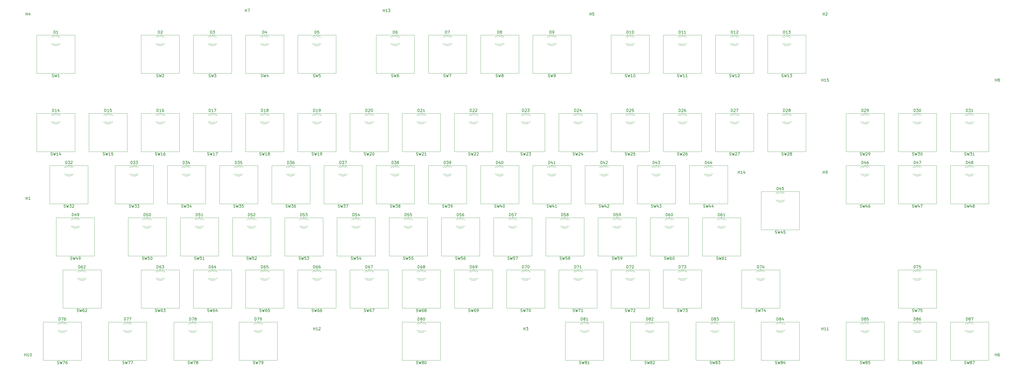
<source format=gto>
G04 #@! TF.GenerationSoftware,KiCad,Pcbnew,(5.1.10)-1*
G04 #@! TF.CreationDate,2021-09-16T16:57:30+09:00*
G04 #@! TF.ProjectId,KiCAD,4b694341-442e-46b6-9963-61645f706362,rev?*
G04 #@! TF.SameCoordinates,Original*
G04 #@! TF.FileFunction,Legend,Top*
G04 #@! TF.FilePolarity,Positive*
%FSLAX46Y46*%
G04 Gerber Fmt 4.6, Leading zero omitted, Abs format (unit mm)*
G04 Created by KiCad (PCBNEW (5.1.10)-1) date 2021-09-16 16:57:30*
%MOMM*%
%LPD*%
G01*
G04 APERTURE LIST*
%ADD10C,0.120000*%
%ADD11C,0.150000*%
%ADD12C,2.200000*%
%ADD13C,4.000000*%
%ADD14C,3.050000*%
%ADD15O,1.700000X1.700000*%
%ADD16R,1.700000X1.700000*%
%ADD17R,1.800000X1.800000*%
%ADD18C,1.800000*%
%ADD19C,7.000000*%
G04 APERTURE END LIST*
D10*
X314960000Y-168910000D02*
X300990000Y-168910000D01*
X300990000Y-168910000D02*
X300990000Y-154940000D01*
X300990000Y-154940000D02*
X314960000Y-154940000D01*
X314960000Y-154940000D02*
X314960000Y-168910000D01*
X67310000Y-168910000D02*
X53340000Y-168910000D01*
X53340000Y-168910000D02*
X53340000Y-154940000D01*
X53340000Y-154940000D02*
X67310000Y-154940000D01*
X67310000Y-154940000D02*
X67310000Y-168910000D01*
X162560000Y-116840000D02*
X162560000Y-130810000D01*
X148590000Y-116840000D02*
X162560000Y-116840000D01*
X148590000Y-130810000D02*
X148590000Y-116840000D01*
X162560000Y-130810000D02*
X148590000Y-130810000D01*
X181610000Y-116840000D02*
X181610000Y-130810000D01*
X167640000Y-116840000D02*
X181610000Y-116840000D01*
X167640000Y-130810000D02*
X167640000Y-116840000D01*
X181610000Y-130810000D02*
X167640000Y-130810000D01*
X219710000Y-116840000D02*
X219710000Y-130810000D01*
X205740000Y-116840000D02*
X219710000Y-116840000D01*
X205740000Y-130810000D02*
X205740000Y-116840000D01*
X219710000Y-130810000D02*
X205740000Y-130810000D01*
X62548000Y-116840000D02*
X62548000Y-130810000D01*
X48578000Y-116840000D02*
X62548000Y-116840000D01*
X48578000Y-130810000D02*
X48578000Y-116840000D01*
X62548000Y-130810000D02*
X48578000Y-130810000D01*
X274478500Y-173990000D02*
X274478500Y-187960000D01*
X260508500Y-173990000D02*
X274478500Y-173990000D01*
X260508500Y-187960000D02*
X260508500Y-173990000D01*
X274478500Y-187960000D02*
X260508500Y-187960000D01*
X286385000Y-154940000D02*
X286385000Y-168910000D01*
X272415000Y-154940000D02*
X286385000Y-154940000D01*
X272415000Y-168910000D02*
X272415000Y-154940000D01*
X286385000Y-168910000D02*
X272415000Y-168910000D01*
X267335000Y-154940000D02*
X267335000Y-168910000D01*
X253365000Y-154940000D02*
X267335000Y-154940000D01*
X253365000Y-168910000D02*
X253365000Y-154940000D01*
X267335000Y-168910000D02*
X253365000Y-168910000D01*
X229235000Y-97790000D02*
X229235000Y-111760000D01*
X215265000Y-97790000D02*
X229235000Y-97790000D01*
X215265000Y-111760000D02*
X215265000Y-97790000D01*
X229235000Y-111760000D02*
X215265000Y-111760000D01*
X167322500Y-135890000D02*
X167322500Y-149860000D01*
X153352500Y-135890000D02*
X167322500Y-135890000D01*
X153352500Y-149860000D02*
X153352500Y-135890000D01*
X167322500Y-149860000D02*
X153352500Y-149860000D01*
X172085000Y-97790000D02*
X172085000Y-111760000D01*
X158115000Y-97790000D02*
X172085000Y-97790000D01*
X158115000Y-111760000D02*
X158115000Y-97790000D01*
X172085000Y-111760000D02*
X158115000Y-111760000D01*
X60166000Y-173990000D02*
X60166000Y-187960000D01*
X46196000Y-173990000D02*
X60166000Y-173990000D01*
X46196000Y-187960000D02*
X46196000Y-173990000D01*
X60166000Y-187960000D02*
X46196000Y-187960000D01*
X110172500Y-135890000D02*
X110172500Y-149860000D01*
X96202500Y-135890000D02*
X110172500Y-135890000D01*
X96202500Y-149860000D02*
X96202500Y-135890000D01*
X110172500Y-149860000D02*
X96202500Y-149860000D01*
X129222500Y-135890000D02*
X129222500Y-149860000D01*
X115252500Y-135890000D02*
X129222500Y-135890000D01*
X115252500Y-149860000D02*
X115252500Y-135890000D01*
X129222500Y-149860000D02*
X115252500Y-149860000D01*
X153035000Y-97790000D02*
X153035000Y-111760000D01*
X139065000Y-97790000D02*
X153035000Y-97790000D01*
X139065000Y-111760000D02*
X139065000Y-97790000D01*
X153035000Y-111760000D02*
X139065000Y-111760000D01*
X133985000Y-97790000D02*
X133985000Y-111760000D01*
X120015000Y-97790000D02*
X133985000Y-97790000D01*
X120015000Y-111760000D02*
X120015000Y-97790000D01*
X133985000Y-111760000D02*
X120015000Y-111760000D01*
X133985000Y-69215000D02*
X133985000Y-83185000D01*
X120015000Y-69215000D02*
X133985000Y-69215000D01*
X120015000Y-83185000D02*
X120015000Y-69215000D01*
X133985000Y-83185000D02*
X120015000Y-83185000D01*
X262572500Y-135890000D02*
X262572500Y-149860000D01*
X248602500Y-135890000D02*
X262572500Y-135890000D01*
X248602500Y-149860000D02*
X248602500Y-135890000D01*
X262572500Y-149860000D02*
X248602500Y-149860000D01*
X107791000Y-173990000D02*
X107791000Y-187960000D01*
X93821000Y-173990000D02*
X107791000Y-173990000D01*
X93821000Y-187960000D02*
X93821000Y-173990000D01*
X107791000Y-187960000D02*
X93821000Y-187960000D01*
X200660000Y-116840000D02*
X200660000Y-130810000D01*
X186690000Y-116840000D02*
X200660000Y-116840000D01*
X186690000Y-130810000D02*
X186690000Y-116840000D01*
X200660000Y-130810000D02*
X186690000Y-130810000D01*
X95885000Y-83185000D02*
X81915000Y-83185000D01*
X81915000Y-83185000D02*
X81915000Y-69215000D01*
X81915000Y-69215000D02*
X95885000Y-69215000D01*
X95885000Y-69215000D02*
X95885000Y-83185000D01*
X353060000Y-116840000D02*
X353060000Y-130810000D01*
X339090000Y-116840000D02*
X353060000Y-116840000D01*
X339090000Y-130810000D02*
X339090000Y-116840000D01*
X353060000Y-130810000D02*
X339090000Y-130810000D01*
X86360000Y-116840000D02*
X86360000Y-130810000D01*
X72390000Y-116840000D02*
X86360000Y-116840000D01*
X72390000Y-130810000D02*
X72390000Y-116840000D01*
X86360000Y-130810000D02*
X72390000Y-130810000D01*
X114935000Y-97790000D02*
X114935000Y-111760000D01*
X100965000Y-97790000D02*
X114935000Y-97790000D01*
X100965000Y-111760000D02*
X100965000Y-97790000D01*
X114935000Y-111760000D02*
X100965000Y-111760000D01*
X286385000Y-97790000D02*
X286385000Y-111760000D01*
X272415000Y-97790000D02*
X286385000Y-97790000D01*
X272415000Y-111760000D02*
X272415000Y-97790000D01*
X286385000Y-111760000D02*
X272415000Y-111760000D01*
X391160000Y-97790000D02*
X391160000Y-111760000D01*
X377190000Y-97790000D02*
X391160000Y-97790000D01*
X377190000Y-111760000D02*
X377190000Y-97790000D01*
X391160000Y-111760000D02*
X377190000Y-111760000D01*
X219710000Y-69215000D02*
X219710000Y-83185000D01*
X205740000Y-69215000D02*
X219710000Y-69215000D01*
X205740000Y-83185000D02*
X205740000Y-69215000D01*
X219710000Y-83185000D02*
X205740000Y-83185000D01*
X114935000Y-69215000D02*
X114935000Y-83185000D01*
X100965000Y-69215000D02*
X114935000Y-69215000D01*
X100965000Y-83185000D02*
X100965000Y-69215000D01*
X114935000Y-83185000D02*
X100965000Y-83185000D01*
X250666000Y-173990000D02*
X250666000Y-187960000D01*
X236696000Y-173990000D02*
X250666000Y-173990000D01*
X236696000Y-187960000D02*
X236696000Y-173990000D01*
X250666000Y-187960000D02*
X236696000Y-187960000D01*
X322103499Y-126365000D02*
X322103499Y-140335000D01*
X308133499Y-126365000D02*
X322103499Y-126365000D01*
X308133499Y-140335000D02*
X308133499Y-126365000D01*
X322103499Y-140335000D02*
X308133499Y-140335000D01*
X64929000Y-135890000D02*
X64929000Y-149860000D01*
X50959000Y-135890000D02*
X64929000Y-135890000D01*
X50959000Y-149860000D02*
X50959000Y-135890000D01*
X64929000Y-149860000D02*
X50959000Y-149860000D01*
X133985000Y-154940000D02*
X133985000Y-168910000D01*
X120015000Y-154940000D02*
X133985000Y-154940000D01*
X120015000Y-168910000D02*
X120015000Y-154940000D01*
X133985000Y-168910000D02*
X120015000Y-168910000D01*
X191135000Y-173990000D02*
X191135000Y-187960000D01*
X177165000Y-173990000D02*
X191135000Y-173990000D01*
X177165000Y-187960000D02*
X177165000Y-173990000D01*
X191135000Y-187960000D02*
X177165000Y-187960000D01*
X391160000Y-173990000D02*
X391160000Y-187960000D01*
X377190000Y-173990000D02*
X391160000Y-173990000D01*
X377190000Y-187960000D02*
X377190000Y-173990000D01*
X391160000Y-187960000D02*
X377190000Y-187960000D01*
X372110000Y-173990000D02*
X372110000Y-187960000D01*
X358140000Y-173990000D02*
X372110000Y-173990000D01*
X358140000Y-187960000D02*
X358140000Y-173990000D01*
X372110000Y-187960000D02*
X358140000Y-187960000D01*
X353060000Y-173990000D02*
X353060000Y-187960000D01*
X339090000Y-173990000D02*
X353060000Y-173990000D01*
X339090000Y-187960000D02*
X339090000Y-173990000D01*
X353060000Y-187960000D02*
X339090000Y-187960000D01*
X322103499Y-173990000D02*
X322103499Y-187960000D01*
X308133499Y-173990000D02*
X322103499Y-173990000D01*
X308133499Y-187960000D02*
X308133499Y-173990000D01*
X322103499Y-187960000D02*
X308133499Y-187960000D01*
X298291000Y-173990000D02*
X298291000Y-187960000D01*
X284321000Y-173990000D02*
X298291000Y-173990000D01*
X284321000Y-187960000D02*
X284321000Y-173990000D01*
X298291000Y-187960000D02*
X284321000Y-187960000D01*
X131603500Y-173990000D02*
X131603500Y-187960000D01*
X117633500Y-173990000D02*
X131603500Y-173990000D01*
X117633500Y-187960000D02*
X117633500Y-173990000D01*
X131603500Y-187960000D02*
X117633500Y-187960000D01*
X83978500Y-173990000D02*
X83978500Y-187960000D01*
X70008500Y-173990000D02*
X83978500Y-173990000D01*
X70008500Y-187960000D02*
X70008500Y-173990000D01*
X83978500Y-187960000D02*
X70008500Y-187960000D01*
X372110000Y-154940000D02*
X372110000Y-168910000D01*
X358140000Y-154940000D02*
X372110000Y-154940000D01*
X358140000Y-168910000D02*
X358140000Y-154940000D01*
X372110000Y-168910000D02*
X358140000Y-168910000D01*
X248285000Y-154940000D02*
X248285000Y-168910000D01*
X234315000Y-154940000D02*
X248285000Y-154940000D01*
X234315000Y-168910000D02*
X234315000Y-154940000D01*
X248285000Y-168910000D02*
X234315000Y-168910000D01*
X229235000Y-154940000D02*
X229235000Y-168910000D01*
X215265000Y-154940000D02*
X229235000Y-154940000D01*
X215265000Y-168910000D02*
X215265000Y-154940000D01*
X229235000Y-168910000D02*
X215265000Y-168910000D01*
X210185000Y-154940000D02*
X210185000Y-168910000D01*
X196215000Y-154940000D02*
X210185000Y-154940000D01*
X196215000Y-168910000D02*
X196215000Y-154940000D01*
X210185000Y-168910000D02*
X196215000Y-168910000D01*
X191135000Y-154940000D02*
X191135000Y-168910000D01*
X177165000Y-154940000D02*
X191135000Y-154940000D01*
X177165000Y-168910000D02*
X177165000Y-154940000D01*
X191135000Y-168910000D02*
X177165000Y-168910000D01*
X172085000Y-154940000D02*
X172085000Y-168910000D01*
X158115000Y-154940000D02*
X172085000Y-154940000D01*
X158115000Y-168910000D02*
X158115000Y-154940000D01*
X172085000Y-168910000D02*
X158115000Y-168910000D01*
X153035000Y-154940000D02*
X153035000Y-168910000D01*
X139065000Y-154940000D02*
X153035000Y-154940000D01*
X139065000Y-168910000D02*
X139065000Y-154940000D01*
X153035000Y-168910000D02*
X139065000Y-168910000D01*
X114935000Y-154940000D02*
X114935000Y-168910000D01*
X100965000Y-154940000D02*
X114935000Y-154940000D01*
X100965000Y-168910000D02*
X100965000Y-154940000D01*
X114935000Y-168910000D02*
X100965000Y-168910000D01*
X95885000Y-154940000D02*
X95885000Y-168910000D01*
X81915000Y-154940000D02*
X95885000Y-154940000D01*
X81915000Y-168910000D02*
X81915000Y-154940000D01*
X95885000Y-168910000D02*
X81915000Y-168910000D01*
X300672500Y-135890000D02*
X300672500Y-149860000D01*
X286702500Y-135890000D02*
X300672500Y-135890000D01*
X286702500Y-149860000D02*
X286702500Y-135890000D01*
X300672500Y-149860000D02*
X286702500Y-149860000D01*
X281622500Y-135890000D02*
X281622500Y-149860000D01*
X267652500Y-135890000D02*
X281622500Y-135890000D01*
X267652500Y-149860000D02*
X267652500Y-135890000D01*
X281622500Y-149860000D02*
X267652500Y-149860000D01*
X243522500Y-135890000D02*
X243522500Y-149860000D01*
X229552500Y-135890000D02*
X243522500Y-135890000D01*
X229552500Y-149860000D02*
X229552500Y-135890000D01*
X243522500Y-149860000D02*
X229552500Y-149860000D01*
X224472500Y-135890000D02*
X224472500Y-149860000D01*
X210502500Y-135890000D02*
X224472500Y-135890000D01*
X210502500Y-149860000D02*
X210502500Y-135890000D01*
X224472500Y-149860000D02*
X210502500Y-149860000D01*
X205422500Y-135890000D02*
X205422500Y-149860000D01*
X191452500Y-135890000D02*
X205422500Y-135890000D01*
X191452500Y-149860000D02*
X191452500Y-135890000D01*
X205422500Y-149860000D02*
X191452500Y-149860000D01*
X186372500Y-135890000D02*
X186372500Y-149860000D01*
X172402500Y-135890000D02*
X186372500Y-135890000D01*
X172402500Y-149860000D02*
X172402500Y-135890000D01*
X186372500Y-149860000D02*
X172402500Y-149860000D01*
X148272500Y-135890000D02*
X148272500Y-149860000D01*
X134302500Y-135890000D02*
X148272500Y-135890000D01*
X134302500Y-149860000D02*
X134302500Y-135890000D01*
X148272500Y-149860000D02*
X134302500Y-149860000D01*
X91122500Y-135890000D02*
X91122500Y-149860000D01*
X77152500Y-135890000D02*
X91122500Y-135890000D01*
X77152500Y-149860000D02*
X77152500Y-135890000D01*
X91122500Y-149860000D02*
X77152500Y-149860000D01*
X391160000Y-116840000D02*
X391160000Y-130810000D01*
X377190000Y-116840000D02*
X391160000Y-116840000D01*
X377190000Y-130810000D02*
X377190000Y-116840000D01*
X391160000Y-130810000D02*
X377190000Y-130810000D01*
X372110000Y-116840000D02*
X372110000Y-130810000D01*
X358140000Y-116840000D02*
X372110000Y-116840000D01*
X358140000Y-130810000D02*
X358140000Y-116840000D01*
X372110000Y-130810000D02*
X358140000Y-130810000D01*
X295910000Y-116840000D02*
X295910000Y-130810000D01*
X281940000Y-116840000D02*
X295910000Y-116840000D01*
X281940000Y-130810000D02*
X281940000Y-116840000D01*
X295910000Y-130810000D02*
X281940000Y-130810000D01*
X276860000Y-116840000D02*
X276860000Y-130810000D01*
X262890000Y-116840000D02*
X276860000Y-116840000D01*
X262890000Y-130810000D02*
X262890000Y-116840000D01*
X276860000Y-130810000D02*
X262890000Y-130810000D01*
X257810000Y-116840000D02*
X257810000Y-130810000D01*
X243840000Y-116840000D02*
X257810000Y-116840000D01*
X243840000Y-130810000D02*
X243840000Y-116840000D01*
X257810000Y-130810000D02*
X243840000Y-130810000D01*
X238760000Y-116840000D02*
X238760000Y-130810000D01*
X224790000Y-116840000D02*
X238760000Y-116840000D01*
X224790000Y-130810000D02*
X224790000Y-116840000D01*
X238760000Y-130810000D02*
X224790000Y-130810000D01*
X143510000Y-116840000D02*
X143510000Y-130810000D01*
X129540000Y-116840000D02*
X143510000Y-116840000D01*
X129540000Y-130810000D02*
X129540000Y-116840000D01*
X143510000Y-130810000D02*
X129540000Y-130810000D01*
X124460000Y-116840000D02*
X124460000Y-130810000D01*
X110490000Y-116840000D02*
X124460000Y-116840000D01*
X110490000Y-130810000D02*
X110490000Y-116840000D01*
X124460000Y-130810000D02*
X110490000Y-130810000D01*
X105410000Y-116840000D02*
X105410000Y-130810000D01*
X91440000Y-116840000D02*
X105410000Y-116840000D01*
X91440000Y-130810000D02*
X91440000Y-116840000D01*
X105410000Y-130810000D02*
X91440000Y-130810000D01*
X372110000Y-97790000D02*
X372110000Y-111760000D01*
X358140000Y-97790000D02*
X372110000Y-97790000D01*
X358140000Y-111760000D02*
X358140000Y-97790000D01*
X372110000Y-111760000D02*
X358140000Y-111760000D01*
X353060000Y-97790000D02*
X353060000Y-111760000D01*
X339090000Y-97790000D02*
X353060000Y-97790000D01*
X339090000Y-111760000D02*
X339090000Y-97790000D01*
X353060000Y-111760000D02*
X339090000Y-111760000D01*
X324485000Y-97790000D02*
X324485000Y-111760000D01*
X310515000Y-97790000D02*
X324485000Y-97790000D01*
X310515000Y-111760000D02*
X310515000Y-97790000D01*
X324485000Y-111760000D02*
X310515000Y-111760000D01*
X305435000Y-97790000D02*
X305435000Y-111760000D01*
X291465000Y-97790000D02*
X305435000Y-97790000D01*
X291465000Y-111760000D02*
X291465000Y-97790000D01*
X305435000Y-111760000D02*
X291465000Y-111760000D01*
X267335000Y-97790000D02*
X267335000Y-111760000D01*
X253365000Y-97790000D02*
X267335000Y-97790000D01*
X253365000Y-111760000D02*
X253365000Y-97790000D01*
X267335000Y-111760000D02*
X253365000Y-111760000D01*
X248285000Y-97790000D02*
X248285000Y-111760000D01*
X234315000Y-97790000D02*
X248285000Y-97790000D01*
X234315000Y-111760000D02*
X234315000Y-97790000D01*
X248285000Y-111760000D02*
X234315000Y-111760000D01*
X210185000Y-97790000D02*
X210185000Y-111760000D01*
X196215000Y-97790000D02*
X210185000Y-97790000D01*
X196215000Y-111760000D02*
X196215000Y-97790000D01*
X210185000Y-111760000D02*
X196215000Y-111760000D01*
X191135000Y-97790000D02*
X191135000Y-111760000D01*
X177165000Y-97790000D02*
X191135000Y-97790000D01*
X177165000Y-111760000D02*
X177165000Y-97790000D01*
X191135000Y-111760000D02*
X177165000Y-111760000D01*
X95885000Y-97790000D02*
X95885000Y-111760000D01*
X81915000Y-97790000D02*
X95885000Y-97790000D01*
X81915000Y-111760000D02*
X81915000Y-97790000D01*
X95885000Y-111760000D02*
X81915000Y-111760000D01*
X76835000Y-97790000D02*
X76835000Y-111760000D01*
X62865000Y-97790000D02*
X76835000Y-97790000D01*
X62865000Y-111760000D02*
X62865000Y-97790000D01*
X76835000Y-111760000D02*
X62865000Y-111760000D01*
X57785000Y-97790000D02*
X57785000Y-111760000D01*
X43815000Y-97790000D02*
X57785000Y-97790000D01*
X43815000Y-111760000D02*
X43815000Y-97790000D01*
X57785000Y-111760000D02*
X43815000Y-111760000D01*
X324485000Y-69215000D02*
X324485000Y-83185000D01*
X310515000Y-69215000D02*
X324485000Y-69215000D01*
X310515000Y-83185000D02*
X310515000Y-69215000D01*
X324485000Y-83185000D02*
X310515000Y-83185000D01*
X305435000Y-69215000D02*
X305435000Y-83185000D01*
X291465000Y-69215000D02*
X305435000Y-69215000D01*
X291465000Y-83185000D02*
X291465000Y-69215000D01*
X305435000Y-83185000D02*
X291465000Y-83185000D01*
X286385000Y-69215000D02*
X286385000Y-83185000D01*
X272415000Y-69215000D02*
X286385000Y-69215000D01*
X272415000Y-83185000D02*
X272415000Y-69215000D01*
X286385000Y-83185000D02*
X272415000Y-83185000D01*
X267335000Y-69215000D02*
X267335000Y-83185000D01*
X253365000Y-69215000D02*
X267335000Y-69215000D01*
X253365000Y-83185000D02*
X253365000Y-69215000D01*
X267335000Y-83185000D02*
X253365000Y-83185000D01*
X238760000Y-69215000D02*
X238760000Y-83185000D01*
X224790000Y-69215000D02*
X238760000Y-69215000D01*
X224790000Y-83185000D02*
X224790000Y-69215000D01*
X238760000Y-83185000D02*
X224790000Y-83185000D01*
X200660000Y-69215000D02*
X200660000Y-83185000D01*
X186690000Y-69215000D02*
X200660000Y-69215000D01*
X186690000Y-83185000D02*
X186690000Y-69215000D01*
X200660000Y-83185000D02*
X186690000Y-83185000D01*
X181610000Y-69215000D02*
X181610000Y-83185000D01*
X167640000Y-69215000D02*
X181610000Y-69215000D01*
X167640000Y-83185000D02*
X167640000Y-69215000D01*
X181610000Y-83185000D02*
X167640000Y-83185000D01*
X153035000Y-69215000D02*
X153035000Y-83185000D01*
X139065000Y-69215000D02*
X153035000Y-69215000D01*
X139065000Y-83185000D02*
X139065000Y-69215000D01*
X153035000Y-83185000D02*
X139065000Y-83185000D01*
X57785000Y-69215000D02*
X57785000Y-83185000D01*
X43815000Y-69215000D02*
X57785000Y-69215000D01*
X43815000Y-83185000D02*
X43815000Y-69215000D01*
X57785000Y-83185000D02*
X43815000Y-83185000D01*
X49240000Y-72200000D02*
X49240000Y-72356000D01*
X49240000Y-69884000D02*
X49240000Y-70040000D01*
X52472335Y-70041392D02*
G75*
G03*
X49240000Y-69884484I-1672335J-1078608D01*
G01*
X52472335Y-72198608D02*
G75*
G02*
X49240000Y-72355516I-1672335J1078608D01*
G01*
X51841130Y-70040163D02*
G75*
G03*
X49759039Y-70040000I-1041130J-1079837D01*
G01*
X51841130Y-72199837D02*
G75*
G02*
X49759039Y-72200000I-1041130J1079837D01*
G01*
X87340000Y-100775000D02*
X87340000Y-100931000D01*
X87340000Y-98459000D02*
X87340000Y-98615000D01*
X90572335Y-98616392D02*
G75*
G03*
X87340000Y-98459484I-1672335J-1078608D01*
G01*
X90572335Y-100773608D02*
G75*
G02*
X87340000Y-100930516I-1672335J1078608D01*
G01*
X89941130Y-98615163D02*
G75*
G03*
X87859039Y-98615000I-1041130J-1079837D01*
G01*
X89941130Y-100774837D02*
G75*
G02*
X87859039Y-100775000I-1041130J1079837D01*
G01*
X382615000Y-100775000D02*
X382615000Y-100931000D01*
X382615000Y-98459000D02*
X382615000Y-98615000D01*
X385847335Y-98616392D02*
G75*
G03*
X382615000Y-98459484I-1672335J-1078608D01*
G01*
X385847335Y-100773608D02*
G75*
G02*
X382615000Y-100930516I-1672335J1078608D01*
G01*
X385216130Y-98615163D02*
G75*
G03*
X383134039Y-98615000I-1041130J-1079837D01*
G01*
X385216130Y-100774837D02*
G75*
G02*
X383134039Y-100775000I-1041130J1079837D01*
G01*
X344515000Y-119825000D02*
X344515000Y-119981000D01*
X344515000Y-117509000D02*
X344515000Y-117665000D01*
X347747335Y-117666392D02*
G75*
G03*
X344515000Y-117509484I-1672335J-1078608D01*
G01*
X347747335Y-119823608D02*
G75*
G02*
X344515000Y-119980516I-1672335J1078608D01*
G01*
X347116130Y-117665163D02*
G75*
G03*
X345034039Y-117665000I-1041130J-1079837D01*
G01*
X347116130Y-119824837D02*
G75*
G02*
X345034039Y-119825000I-1041130J1079837D01*
G01*
X273077500Y-136559000D02*
X273077500Y-136715000D01*
X273077500Y-138875000D02*
X273077500Y-139031000D01*
X275678630Y-138874837D02*
G75*
G02*
X273596539Y-138875000I-1041130J1079837D01*
G01*
X275678630Y-136715163D02*
G75*
G03*
X273596539Y-136715000I-1041130J-1079837D01*
G01*
X276309835Y-138873608D02*
G75*
G02*
X273077500Y-139030516I-1672335J1078608D01*
G01*
X276309835Y-136716392D02*
G75*
G03*
X273077500Y-136559484I-1672335J-1078608D01*
G01*
X306415000Y-157925000D02*
X306415000Y-158081000D01*
X306415000Y-155609000D02*
X306415000Y-155765000D01*
X309647335Y-155766392D02*
G75*
G03*
X306415000Y-155609484I-1672335J-1078608D01*
G01*
X309647335Y-157923608D02*
G75*
G02*
X306415000Y-158080516I-1672335J1078608D01*
G01*
X309016130Y-155765163D02*
G75*
G03*
X306934039Y-155765000I-1041130J-1079837D01*
G01*
X309016130Y-157924837D02*
G75*
G02*
X306934039Y-157925000I-1041130J1079837D01*
G01*
X87340000Y-69884000D02*
X87340000Y-70040000D01*
X87340000Y-72200000D02*
X87340000Y-72356000D01*
X89941130Y-72199837D02*
G75*
G02*
X87859039Y-72200000I-1041130J1079837D01*
G01*
X89941130Y-70040163D02*
G75*
G03*
X87859039Y-70040000I-1041130J-1079837D01*
G01*
X90572335Y-72198608D02*
G75*
G02*
X87340000Y-72355516I-1672335J1078608D01*
G01*
X90572335Y-70041392D02*
G75*
G03*
X87340000Y-69884484I-1672335J-1078608D01*
G01*
X106390000Y-98459000D02*
X106390000Y-98615000D01*
X106390000Y-100775000D02*
X106390000Y-100931000D01*
X108991130Y-100774837D02*
G75*
G02*
X106909039Y-100775000I-1041130J1079837D01*
G01*
X108991130Y-98615163D02*
G75*
G03*
X106909039Y-98615000I-1041130J-1079837D01*
G01*
X109622335Y-100773608D02*
G75*
G02*
X106390000Y-100930516I-1672335J1078608D01*
G01*
X109622335Y-98616392D02*
G75*
G03*
X106390000Y-98459484I-1672335J-1078608D01*
G01*
X54003000Y-117509000D02*
X54003000Y-117665000D01*
X54003000Y-119825000D02*
X54003000Y-119981000D01*
X56604130Y-119824837D02*
G75*
G02*
X54522039Y-119825000I-1041130J1079837D01*
G01*
X56604130Y-117665163D02*
G75*
G03*
X54522039Y-117665000I-1041130J-1079837D01*
G01*
X57235335Y-119823608D02*
G75*
G02*
X54003000Y-119980516I-1672335J1078608D01*
G01*
X57235335Y-117666392D02*
G75*
G03*
X54003000Y-117509484I-1672335J-1078608D01*
G01*
X363565000Y-117509000D02*
X363565000Y-117665000D01*
X363565000Y-119825000D02*
X363565000Y-119981000D01*
X366166130Y-119824837D02*
G75*
G02*
X364084039Y-119825000I-1041130J1079837D01*
G01*
X366166130Y-117665163D02*
G75*
G03*
X364084039Y-117665000I-1041130J-1079837D01*
G01*
X366797335Y-119823608D02*
G75*
G02*
X363565000Y-119980516I-1672335J1078608D01*
G01*
X366797335Y-117666392D02*
G75*
G03*
X363565000Y-117509484I-1672335J-1078608D01*
G01*
X292127500Y-138875000D02*
X292127500Y-139031000D01*
X292127500Y-136559000D02*
X292127500Y-136715000D01*
X295359835Y-136716392D02*
G75*
G03*
X292127500Y-136559484I-1672335J-1078608D01*
G01*
X295359835Y-138873608D02*
G75*
G02*
X292127500Y-139030516I-1672335J1078608D01*
G01*
X294728630Y-136715163D02*
G75*
G03*
X292646539Y-136715000I-1041130J-1079837D01*
G01*
X294728630Y-138874837D02*
G75*
G02*
X292646539Y-138875000I-1041130J1079837D01*
G01*
X363565000Y-155609000D02*
X363565000Y-155765000D01*
X363565000Y-157925000D02*
X363565000Y-158081000D01*
X366166130Y-157924837D02*
G75*
G02*
X364084039Y-157925000I-1041130J1079837D01*
G01*
X366166130Y-155765163D02*
G75*
G03*
X364084039Y-155765000I-1041130J-1079837D01*
G01*
X366797335Y-157923608D02*
G75*
G02*
X363565000Y-158080516I-1672335J1078608D01*
G01*
X366797335Y-155766392D02*
G75*
G03*
X363565000Y-155609484I-1672335J-1078608D01*
G01*
X106390000Y-72200000D02*
X106390000Y-72356000D01*
X106390000Y-69884000D02*
X106390000Y-70040000D01*
X109622335Y-70041392D02*
G75*
G03*
X106390000Y-69884484I-1672335J-1078608D01*
G01*
X109622335Y-72198608D02*
G75*
G02*
X106390000Y-72355516I-1672335J1078608D01*
G01*
X108991130Y-70040163D02*
G75*
G03*
X106909039Y-70040000I-1041130J-1079837D01*
G01*
X108991130Y-72199837D02*
G75*
G02*
X106909039Y-72200000I-1041130J1079837D01*
G01*
X125440000Y-100775000D02*
X125440000Y-100931000D01*
X125440000Y-98459000D02*
X125440000Y-98615000D01*
X128672335Y-98616392D02*
G75*
G03*
X125440000Y-98459484I-1672335J-1078608D01*
G01*
X128672335Y-100773608D02*
G75*
G02*
X125440000Y-100930516I-1672335J1078608D01*
G01*
X128041130Y-98615163D02*
G75*
G03*
X125959039Y-98615000I-1041130J-1079837D01*
G01*
X128041130Y-100774837D02*
G75*
G02*
X125959039Y-100775000I-1041130J1079837D01*
G01*
X77815000Y-119825000D02*
X77815000Y-119981000D01*
X77815000Y-117509000D02*
X77815000Y-117665000D01*
X81047335Y-117666392D02*
G75*
G03*
X77815000Y-117509484I-1672335J-1078608D01*
G01*
X81047335Y-119823608D02*
G75*
G02*
X77815000Y-119980516I-1672335J1078608D01*
G01*
X80416130Y-117665163D02*
G75*
G03*
X78334039Y-117665000I-1041130J-1079837D01*
G01*
X80416130Y-119824837D02*
G75*
G02*
X78334039Y-119825000I-1041130J1079837D01*
G01*
X382615000Y-119825000D02*
X382615000Y-119981000D01*
X382615000Y-117509000D02*
X382615000Y-117665000D01*
X385847335Y-117666392D02*
G75*
G03*
X382615000Y-117509484I-1672335J-1078608D01*
G01*
X385847335Y-119823608D02*
G75*
G02*
X382615000Y-119980516I-1672335J1078608D01*
G01*
X385216130Y-117665163D02*
G75*
G03*
X383134039Y-117665000I-1041130J-1079837D01*
G01*
X385216130Y-119824837D02*
G75*
G02*
X383134039Y-119825000I-1041130J1079837D01*
G01*
X58765000Y-155609000D02*
X58765000Y-155765000D01*
X58765000Y-157925000D02*
X58765000Y-158081000D01*
X61366130Y-157924837D02*
G75*
G02*
X59284039Y-157925000I-1041130J1079837D01*
G01*
X61366130Y-155765163D02*
G75*
G03*
X59284039Y-155765000I-1041130J-1079837D01*
G01*
X61997335Y-157923608D02*
G75*
G02*
X58765000Y-158080516I-1672335J1078608D01*
G01*
X61997335Y-155766392D02*
G75*
G03*
X58765000Y-155609484I-1672335J-1078608D01*
G01*
X51621000Y-176975000D02*
X51621000Y-177131000D01*
X51621000Y-174659000D02*
X51621000Y-174815000D01*
X54853335Y-174816392D02*
G75*
G03*
X51621000Y-174659484I-1672335J-1078608D01*
G01*
X54853335Y-176973608D02*
G75*
G02*
X51621000Y-177130516I-1672335J1078608D01*
G01*
X54222130Y-174815163D02*
G75*
G03*
X52140039Y-174815000I-1041130J-1079837D01*
G01*
X54222130Y-176974837D02*
G75*
G02*
X52140039Y-176975000I-1041130J1079837D01*
G01*
X125440000Y-69884000D02*
X125440000Y-70040000D01*
X125440000Y-72200000D02*
X125440000Y-72356000D01*
X128041130Y-72199837D02*
G75*
G02*
X125959039Y-72200000I-1041130J1079837D01*
G01*
X128041130Y-70040163D02*
G75*
G03*
X125959039Y-70040000I-1041130J-1079837D01*
G01*
X128672335Y-72198608D02*
G75*
G02*
X125440000Y-72355516I-1672335J1078608D01*
G01*
X128672335Y-70041392D02*
G75*
G03*
X125440000Y-69884484I-1672335J-1078608D01*
G01*
X144490000Y-98459000D02*
X144490000Y-98615000D01*
X144490000Y-100775000D02*
X144490000Y-100931000D01*
X147091130Y-100774837D02*
G75*
G02*
X145009039Y-100775000I-1041130J1079837D01*
G01*
X147091130Y-98615163D02*
G75*
G03*
X145009039Y-98615000I-1041130J-1079837D01*
G01*
X147722335Y-100773608D02*
G75*
G02*
X144490000Y-100930516I-1672335J1078608D01*
G01*
X147722335Y-98616392D02*
G75*
G03*
X144490000Y-98459484I-1672335J-1078608D01*
G01*
X96865000Y-117509000D02*
X96865000Y-117665000D01*
X96865000Y-119825000D02*
X96865000Y-119981000D01*
X99466130Y-119824837D02*
G75*
G02*
X97384039Y-119825000I-1041130J1079837D01*
G01*
X99466130Y-117665163D02*
G75*
G03*
X97384039Y-117665000I-1041130J-1079837D01*
G01*
X100097335Y-119823608D02*
G75*
G02*
X96865000Y-119980516I-1672335J1078608D01*
G01*
X100097335Y-117666392D02*
G75*
G03*
X96865000Y-117509484I-1672335J-1078608D01*
G01*
X56384000Y-136559000D02*
X56384000Y-136715000D01*
X56384000Y-138875000D02*
X56384000Y-139031000D01*
X58985130Y-138874837D02*
G75*
G02*
X56903039Y-138875000I-1041130J1079837D01*
G01*
X58985130Y-136715163D02*
G75*
G03*
X56903039Y-136715000I-1041130J-1079837D01*
G01*
X59616335Y-138873608D02*
G75*
G02*
X56384000Y-139030516I-1672335J1078608D01*
G01*
X59616335Y-136716392D02*
G75*
G03*
X56384000Y-136559484I-1672335J-1078608D01*
G01*
X87340000Y-157925000D02*
X87340000Y-158081000D01*
X87340000Y-155609000D02*
X87340000Y-155765000D01*
X90572335Y-155766392D02*
G75*
G03*
X87340000Y-155609484I-1672335J-1078608D01*
G01*
X90572335Y-157923608D02*
G75*
G02*
X87340000Y-158080516I-1672335J1078608D01*
G01*
X89941130Y-155765163D02*
G75*
G03*
X87859039Y-155765000I-1041130J-1079837D01*
G01*
X89941130Y-157924837D02*
G75*
G02*
X87859039Y-157925000I-1041130J1079837D01*
G01*
X75433500Y-174659000D02*
X75433500Y-174815000D01*
X75433500Y-176975000D02*
X75433500Y-177131000D01*
X78034630Y-176974837D02*
G75*
G02*
X75952539Y-176975000I-1041130J1079837D01*
G01*
X78034630Y-174815163D02*
G75*
G03*
X75952539Y-174815000I-1041130J-1079837D01*
G01*
X78665835Y-176973608D02*
G75*
G02*
X75433500Y-177130516I-1672335J1078608D01*
G01*
X78665835Y-174816392D02*
G75*
G03*
X75433500Y-174659484I-1672335J-1078608D01*
G01*
X144490000Y-72200000D02*
X144490000Y-72356000D01*
X144490000Y-69884000D02*
X144490000Y-70040000D01*
X147722335Y-70041392D02*
G75*
G03*
X144490000Y-69884484I-1672335J-1078608D01*
G01*
X147722335Y-72198608D02*
G75*
G02*
X144490000Y-72355516I-1672335J1078608D01*
G01*
X147091130Y-70040163D02*
G75*
G03*
X145009039Y-70040000I-1041130J-1079837D01*
G01*
X147091130Y-72199837D02*
G75*
G02*
X145009039Y-72200000I-1041130J1079837D01*
G01*
X163540000Y-100775000D02*
X163540000Y-100931000D01*
X163540000Y-98459000D02*
X163540000Y-98615000D01*
X166772335Y-98616392D02*
G75*
G03*
X163540000Y-98459484I-1672335J-1078608D01*
G01*
X166772335Y-100773608D02*
G75*
G02*
X163540000Y-100930516I-1672335J1078608D01*
G01*
X166141130Y-98615163D02*
G75*
G03*
X164059039Y-98615000I-1041130J-1079837D01*
G01*
X166141130Y-100774837D02*
G75*
G02*
X164059039Y-100775000I-1041130J1079837D01*
G01*
X115915000Y-119825000D02*
X115915000Y-119981000D01*
X115915000Y-117509000D02*
X115915000Y-117665000D01*
X119147335Y-117666392D02*
G75*
G03*
X115915000Y-117509484I-1672335J-1078608D01*
G01*
X119147335Y-119823608D02*
G75*
G02*
X115915000Y-119980516I-1672335J1078608D01*
G01*
X118516130Y-117665163D02*
G75*
G03*
X116434039Y-117665000I-1041130J-1079837D01*
G01*
X118516130Y-119824837D02*
G75*
G02*
X116434039Y-119825000I-1041130J1079837D01*
G01*
X82577500Y-138875000D02*
X82577500Y-139031000D01*
X82577500Y-136559000D02*
X82577500Y-136715000D01*
X85809835Y-136716392D02*
G75*
G03*
X82577500Y-136559484I-1672335J-1078608D01*
G01*
X85809835Y-138873608D02*
G75*
G02*
X82577500Y-139030516I-1672335J1078608D01*
G01*
X85178630Y-136715163D02*
G75*
G03*
X83096539Y-136715000I-1041130J-1079837D01*
G01*
X85178630Y-138874837D02*
G75*
G02*
X83096539Y-138875000I-1041130J1079837D01*
G01*
X106390000Y-155609000D02*
X106390000Y-155765000D01*
X106390000Y-157925000D02*
X106390000Y-158081000D01*
X108991130Y-157924837D02*
G75*
G02*
X106909039Y-157925000I-1041130J1079837D01*
G01*
X108991130Y-155765163D02*
G75*
G03*
X106909039Y-155765000I-1041130J-1079837D01*
G01*
X109622335Y-157923608D02*
G75*
G02*
X106390000Y-158080516I-1672335J1078608D01*
G01*
X109622335Y-155766392D02*
G75*
G03*
X106390000Y-155609484I-1672335J-1078608D01*
G01*
X99246000Y-176975000D02*
X99246000Y-177131000D01*
X99246000Y-174659000D02*
X99246000Y-174815000D01*
X102478335Y-174816392D02*
G75*
G03*
X99246000Y-174659484I-1672335J-1078608D01*
G01*
X102478335Y-176973608D02*
G75*
G02*
X99246000Y-177130516I-1672335J1078608D01*
G01*
X101847130Y-174815163D02*
G75*
G03*
X99765039Y-174815000I-1041130J-1079837D01*
G01*
X101847130Y-176974837D02*
G75*
G02*
X99765039Y-176975000I-1041130J1079837D01*
G01*
X173065000Y-69884000D02*
X173065000Y-70040000D01*
X173065000Y-72200000D02*
X173065000Y-72356000D01*
X175666130Y-72199837D02*
G75*
G02*
X173584039Y-72200000I-1041130J1079837D01*
G01*
X175666130Y-70040163D02*
G75*
G03*
X173584039Y-70040000I-1041130J-1079837D01*
G01*
X176297335Y-72198608D02*
G75*
G02*
X173065000Y-72355516I-1672335J1078608D01*
G01*
X176297335Y-70041392D02*
G75*
G03*
X173065000Y-69884484I-1672335J-1078608D01*
G01*
X182590000Y-98459000D02*
X182590000Y-98615000D01*
X182590000Y-100775000D02*
X182590000Y-100931000D01*
X185191130Y-100774837D02*
G75*
G02*
X183109039Y-100775000I-1041130J1079837D01*
G01*
X185191130Y-98615163D02*
G75*
G03*
X183109039Y-98615000I-1041130J-1079837D01*
G01*
X185822335Y-100773608D02*
G75*
G02*
X182590000Y-100930516I-1672335J1078608D01*
G01*
X185822335Y-98616392D02*
G75*
G03*
X182590000Y-98459484I-1672335J-1078608D01*
G01*
X134965000Y-117509000D02*
X134965000Y-117665000D01*
X134965000Y-119825000D02*
X134965000Y-119981000D01*
X137566130Y-119824837D02*
G75*
G02*
X135484039Y-119825000I-1041130J1079837D01*
G01*
X137566130Y-117665163D02*
G75*
G03*
X135484039Y-117665000I-1041130J-1079837D01*
G01*
X138197335Y-119823608D02*
G75*
G02*
X134965000Y-119980516I-1672335J1078608D01*
G01*
X138197335Y-117666392D02*
G75*
G03*
X134965000Y-117509484I-1672335J-1078608D01*
G01*
X101627500Y-136559000D02*
X101627500Y-136715000D01*
X101627500Y-138875000D02*
X101627500Y-139031000D01*
X104228630Y-138874837D02*
G75*
G02*
X102146539Y-138875000I-1041130J1079837D01*
G01*
X104228630Y-136715163D02*
G75*
G03*
X102146539Y-136715000I-1041130J-1079837D01*
G01*
X104859835Y-138873608D02*
G75*
G02*
X101627500Y-139030516I-1672335J1078608D01*
G01*
X104859835Y-136716392D02*
G75*
G03*
X101627500Y-136559484I-1672335J-1078608D01*
G01*
X125440000Y-155609000D02*
X125440000Y-155765000D01*
X125440000Y-157925000D02*
X125440000Y-158081000D01*
X128041130Y-157924837D02*
G75*
G02*
X125959039Y-157925000I-1041130J1079837D01*
G01*
X128041130Y-155765163D02*
G75*
G03*
X125959039Y-155765000I-1041130J-1079837D01*
G01*
X128672335Y-157923608D02*
G75*
G02*
X125440000Y-158080516I-1672335J1078608D01*
G01*
X128672335Y-155766392D02*
G75*
G03*
X125440000Y-155609484I-1672335J-1078608D01*
G01*
X123058500Y-174659000D02*
X123058500Y-174815000D01*
X123058500Y-176975000D02*
X123058500Y-177131000D01*
X125659630Y-176974837D02*
G75*
G02*
X123577539Y-176975000I-1041130J1079837D01*
G01*
X125659630Y-174815163D02*
G75*
G03*
X123577539Y-174815000I-1041130J-1079837D01*
G01*
X126290835Y-176973608D02*
G75*
G02*
X123058500Y-177130516I-1672335J1078608D01*
G01*
X126290835Y-174816392D02*
G75*
G03*
X123058500Y-174659484I-1672335J-1078608D01*
G01*
X192115000Y-69884000D02*
X192115000Y-70040000D01*
X192115000Y-72200000D02*
X192115000Y-72356000D01*
X194716130Y-72199837D02*
G75*
G02*
X192634039Y-72200000I-1041130J1079837D01*
G01*
X194716130Y-70040163D02*
G75*
G03*
X192634039Y-70040000I-1041130J-1079837D01*
G01*
X195347335Y-72198608D02*
G75*
G02*
X192115000Y-72355516I-1672335J1078608D01*
G01*
X195347335Y-70041392D02*
G75*
G03*
X192115000Y-69884484I-1672335J-1078608D01*
G01*
X201640000Y-100775000D02*
X201640000Y-100931000D01*
X201640000Y-98459000D02*
X201640000Y-98615000D01*
X204872335Y-98616392D02*
G75*
G03*
X201640000Y-98459484I-1672335J-1078608D01*
G01*
X204872335Y-100773608D02*
G75*
G02*
X201640000Y-100930516I-1672335J1078608D01*
G01*
X204241130Y-98615163D02*
G75*
G03*
X202159039Y-98615000I-1041130J-1079837D01*
G01*
X204241130Y-100774837D02*
G75*
G02*
X202159039Y-100775000I-1041130J1079837D01*
G01*
X154015000Y-119825000D02*
X154015000Y-119981000D01*
X154015000Y-117509000D02*
X154015000Y-117665000D01*
X157247335Y-117666392D02*
G75*
G03*
X154015000Y-117509484I-1672335J-1078608D01*
G01*
X157247335Y-119823608D02*
G75*
G02*
X154015000Y-119980516I-1672335J1078608D01*
G01*
X156616130Y-117665163D02*
G75*
G03*
X154534039Y-117665000I-1041130J-1079837D01*
G01*
X156616130Y-119824837D02*
G75*
G02*
X154534039Y-119825000I-1041130J1079837D01*
G01*
X120677500Y-138875000D02*
X120677500Y-139031000D01*
X120677500Y-136559000D02*
X120677500Y-136715000D01*
X123909835Y-136716392D02*
G75*
G03*
X120677500Y-136559484I-1672335J-1078608D01*
G01*
X123909835Y-138873608D02*
G75*
G02*
X120677500Y-139030516I-1672335J1078608D01*
G01*
X123278630Y-136715163D02*
G75*
G03*
X121196539Y-136715000I-1041130J-1079837D01*
G01*
X123278630Y-138874837D02*
G75*
G02*
X121196539Y-138875000I-1041130J1079837D01*
G01*
X144490000Y-157925000D02*
X144490000Y-158081000D01*
X144490000Y-155609000D02*
X144490000Y-155765000D01*
X147722335Y-155766392D02*
G75*
G03*
X144490000Y-155609484I-1672335J-1078608D01*
G01*
X147722335Y-157923608D02*
G75*
G02*
X144490000Y-158080516I-1672335J1078608D01*
G01*
X147091130Y-155765163D02*
G75*
G03*
X145009039Y-155765000I-1041130J-1079837D01*
G01*
X147091130Y-157924837D02*
G75*
G02*
X145009039Y-157925000I-1041130J1079837D01*
G01*
X182590000Y-176975000D02*
X182590000Y-177131000D01*
X182590000Y-174659000D02*
X182590000Y-174815000D01*
X185822335Y-174816392D02*
G75*
G03*
X182590000Y-174659484I-1672335J-1078608D01*
G01*
X185822335Y-176973608D02*
G75*
G02*
X182590000Y-177130516I-1672335J1078608D01*
G01*
X185191130Y-174815163D02*
G75*
G03*
X183109039Y-174815000I-1041130J-1079837D01*
G01*
X185191130Y-176974837D02*
G75*
G02*
X183109039Y-176975000I-1041130J1079837D01*
G01*
X211165000Y-72200000D02*
X211165000Y-72356000D01*
X211165000Y-69884000D02*
X211165000Y-70040000D01*
X214397335Y-70041392D02*
G75*
G03*
X211165000Y-69884484I-1672335J-1078608D01*
G01*
X214397335Y-72198608D02*
G75*
G02*
X211165000Y-72355516I-1672335J1078608D01*
G01*
X213766130Y-70040163D02*
G75*
G03*
X211684039Y-70040000I-1041130J-1079837D01*
G01*
X213766130Y-72199837D02*
G75*
G02*
X211684039Y-72200000I-1041130J1079837D01*
G01*
X220690000Y-98459000D02*
X220690000Y-98615000D01*
X220690000Y-100775000D02*
X220690000Y-100931000D01*
X223291130Y-100774837D02*
G75*
G02*
X221209039Y-100775000I-1041130J1079837D01*
G01*
X223291130Y-98615163D02*
G75*
G03*
X221209039Y-98615000I-1041130J-1079837D01*
G01*
X223922335Y-100773608D02*
G75*
G02*
X220690000Y-100930516I-1672335J1078608D01*
G01*
X223922335Y-98616392D02*
G75*
G03*
X220690000Y-98459484I-1672335J-1078608D01*
G01*
X173065000Y-117509000D02*
X173065000Y-117665000D01*
X173065000Y-119825000D02*
X173065000Y-119981000D01*
X175666130Y-119824837D02*
G75*
G02*
X173584039Y-119825000I-1041130J1079837D01*
G01*
X175666130Y-117665163D02*
G75*
G03*
X173584039Y-117665000I-1041130J-1079837D01*
G01*
X176297335Y-119823608D02*
G75*
G02*
X173065000Y-119980516I-1672335J1078608D01*
G01*
X176297335Y-117666392D02*
G75*
G03*
X173065000Y-117509484I-1672335J-1078608D01*
G01*
X139727500Y-136559000D02*
X139727500Y-136715000D01*
X139727500Y-138875000D02*
X139727500Y-139031000D01*
X142328630Y-138874837D02*
G75*
G02*
X140246539Y-138875000I-1041130J1079837D01*
G01*
X142328630Y-136715163D02*
G75*
G03*
X140246539Y-136715000I-1041130J-1079837D01*
G01*
X142959835Y-138873608D02*
G75*
G02*
X139727500Y-139030516I-1672335J1078608D01*
G01*
X142959835Y-136716392D02*
G75*
G03*
X139727500Y-136559484I-1672335J-1078608D01*
G01*
X163540000Y-155609000D02*
X163540000Y-155765000D01*
X163540000Y-157925000D02*
X163540000Y-158081000D01*
X166141130Y-157924837D02*
G75*
G02*
X164059039Y-157925000I-1041130J1079837D01*
G01*
X166141130Y-155765163D02*
G75*
G03*
X164059039Y-155765000I-1041130J-1079837D01*
G01*
X166772335Y-157923608D02*
G75*
G02*
X163540000Y-158080516I-1672335J1078608D01*
G01*
X166772335Y-155766392D02*
G75*
G03*
X163540000Y-155609484I-1672335J-1078608D01*
G01*
X242121000Y-174659000D02*
X242121000Y-174815000D01*
X242121000Y-176975000D02*
X242121000Y-177131000D01*
X244722130Y-176974837D02*
G75*
G02*
X242640039Y-176975000I-1041130J1079837D01*
G01*
X244722130Y-174815163D02*
G75*
G03*
X242640039Y-174815000I-1041130J-1079837D01*
G01*
X245353335Y-176973608D02*
G75*
G02*
X242121000Y-177130516I-1672335J1078608D01*
G01*
X245353335Y-174816392D02*
G75*
G03*
X242121000Y-174659484I-1672335J-1078608D01*
G01*
X230215000Y-69884000D02*
X230215000Y-70040000D01*
X230215000Y-72200000D02*
X230215000Y-72356000D01*
X232816130Y-72199837D02*
G75*
G02*
X230734039Y-72200000I-1041130J1079837D01*
G01*
X232816130Y-70040163D02*
G75*
G03*
X230734039Y-70040000I-1041130J-1079837D01*
G01*
X233447335Y-72198608D02*
G75*
G02*
X230215000Y-72355516I-1672335J1078608D01*
G01*
X233447335Y-70041392D02*
G75*
G03*
X230215000Y-69884484I-1672335J-1078608D01*
G01*
X239740000Y-100775000D02*
X239740000Y-100931000D01*
X239740000Y-98459000D02*
X239740000Y-98615000D01*
X242972335Y-98616392D02*
G75*
G03*
X239740000Y-98459484I-1672335J-1078608D01*
G01*
X242972335Y-100773608D02*
G75*
G02*
X239740000Y-100930516I-1672335J1078608D01*
G01*
X242341130Y-98615163D02*
G75*
G03*
X240259039Y-98615000I-1041130J-1079837D01*
G01*
X242341130Y-100774837D02*
G75*
G02*
X240259039Y-100775000I-1041130J1079837D01*
G01*
X192115000Y-119825000D02*
X192115000Y-119981000D01*
X192115000Y-117509000D02*
X192115000Y-117665000D01*
X195347335Y-117666392D02*
G75*
G03*
X192115000Y-117509484I-1672335J-1078608D01*
G01*
X195347335Y-119823608D02*
G75*
G02*
X192115000Y-119980516I-1672335J1078608D01*
G01*
X194716130Y-117665163D02*
G75*
G03*
X192634039Y-117665000I-1041130J-1079837D01*
G01*
X194716130Y-119824837D02*
G75*
G02*
X192634039Y-119825000I-1041130J1079837D01*
G01*
X158777500Y-138875000D02*
X158777500Y-139031000D01*
X158777500Y-136559000D02*
X158777500Y-136715000D01*
X162009835Y-136716392D02*
G75*
G03*
X158777500Y-136559484I-1672335J-1078608D01*
G01*
X162009835Y-138873608D02*
G75*
G02*
X158777500Y-139030516I-1672335J1078608D01*
G01*
X161378630Y-136715163D02*
G75*
G03*
X159296539Y-136715000I-1041130J-1079837D01*
G01*
X161378630Y-138874837D02*
G75*
G02*
X159296539Y-138875000I-1041130J1079837D01*
G01*
X182590000Y-157925000D02*
X182590000Y-158081000D01*
X182590000Y-155609000D02*
X182590000Y-155765000D01*
X185822335Y-155766392D02*
G75*
G03*
X182590000Y-155609484I-1672335J-1078608D01*
G01*
X185822335Y-157923608D02*
G75*
G02*
X182590000Y-158080516I-1672335J1078608D01*
G01*
X185191130Y-155765163D02*
G75*
G03*
X183109039Y-155765000I-1041130J-1079837D01*
G01*
X185191130Y-157924837D02*
G75*
G02*
X183109039Y-157925000I-1041130J1079837D01*
G01*
X265933500Y-174659000D02*
X265933500Y-174815000D01*
X265933500Y-176975000D02*
X265933500Y-177131000D01*
X268534630Y-176974837D02*
G75*
G02*
X266452539Y-176975000I-1041130J1079837D01*
G01*
X268534630Y-174815163D02*
G75*
G03*
X266452539Y-174815000I-1041130J-1079837D01*
G01*
X269165835Y-176973608D02*
G75*
G02*
X265933500Y-177130516I-1672335J1078608D01*
G01*
X269165835Y-174816392D02*
G75*
G03*
X265933500Y-174659484I-1672335J-1078608D01*
G01*
X258790000Y-72200000D02*
X258790000Y-72356000D01*
X258790000Y-69884000D02*
X258790000Y-70040000D01*
X262022335Y-70041392D02*
G75*
G03*
X258790000Y-69884484I-1672335J-1078608D01*
G01*
X262022335Y-72198608D02*
G75*
G02*
X258790000Y-72355516I-1672335J1078608D01*
G01*
X261391130Y-70040163D02*
G75*
G03*
X259309039Y-70040000I-1041130J-1079837D01*
G01*
X261391130Y-72199837D02*
G75*
G02*
X259309039Y-72200000I-1041130J1079837D01*
G01*
X258790000Y-98459000D02*
X258790000Y-98615000D01*
X258790000Y-100775000D02*
X258790000Y-100931000D01*
X261391130Y-100774837D02*
G75*
G02*
X259309039Y-100775000I-1041130J1079837D01*
G01*
X261391130Y-98615163D02*
G75*
G03*
X259309039Y-98615000I-1041130J-1079837D01*
G01*
X262022335Y-100773608D02*
G75*
G02*
X258790000Y-100930516I-1672335J1078608D01*
G01*
X262022335Y-98616392D02*
G75*
G03*
X258790000Y-98459484I-1672335J-1078608D01*
G01*
X211165000Y-117509000D02*
X211165000Y-117665000D01*
X211165000Y-119825000D02*
X211165000Y-119981000D01*
X213766130Y-119824837D02*
G75*
G02*
X211684039Y-119825000I-1041130J1079837D01*
G01*
X213766130Y-117665163D02*
G75*
G03*
X211684039Y-117665000I-1041130J-1079837D01*
G01*
X214397335Y-119823608D02*
G75*
G02*
X211165000Y-119980516I-1672335J1078608D01*
G01*
X214397335Y-117666392D02*
G75*
G03*
X211165000Y-117509484I-1672335J-1078608D01*
G01*
X177827500Y-136559000D02*
X177827500Y-136715000D01*
X177827500Y-138875000D02*
X177827500Y-139031000D01*
X180428630Y-138874837D02*
G75*
G02*
X178346539Y-138875000I-1041130J1079837D01*
G01*
X180428630Y-136715163D02*
G75*
G03*
X178346539Y-136715000I-1041130J-1079837D01*
G01*
X181059835Y-138873608D02*
G75*
G02*
X177827500Y-139030516I-1672335J1078608D01*
G01*
X181059835Y-136716392D02*
G75*
G03*
X177827500Y-136559484I-1672335J-1078608D01*
G01*
X201640000Y-155609000D02*
X201640000Y-155765000D01*
X201640000Y-157925000D02*
X201640000Y-158081000D01*
X204241130Y-157924837D02*
G75*
G02*
X202159039Y-157925000I-1041130J1079837D01*
G01*
X204241130Y-155765163D02*
G75*
G03*
X202159039Y-155765000I-1041130J-1079837D01*
G01*
X204872335Y-157923608D02*
G75*
G02*
X201640000Y-158080516I-1672335J1078608D01*
G01*
X204872335Y-155766392D02*
G75*
G03*
X201640000Y-155609484I-1672335J-1078608D01*
G01*
X289746000Y-176975000D02*
X289746000Y-177131000D01*
X289746000Y-174659000D02*
X289746000Y-174815000D01*
X292978335Y-174816392D02*
G75*
G03*
X289746000Y-174659484I-1672335J-1078608D01*
G01*
X292978335Y-176973608D02*
G75*
G02*
X289746000Y-177130516I-1672335J1078608D01*
G01*
X292347130Y-174815163D02*
G75*
G03*
X290265039Y-174815000I-1041130J-1079837D01*
G01*
X292347130Y-176974837D02*
G75*
G02*
X290265039Y-176975000I-1041130J1079837D01*
G01*
X277840000Y-69884000D02*
X277840000Y-70040000D01*
X277840000Y-72200000D02*
X277840000Y-72356000D01*
X280441130Y-72199837D02*
G75*
G02*
X278359039Y-72200000I-1041130J1079837D01*
G01*
X280441130Y-70040163D02*
G75*
G03*
X278359039Y-70040000I-1041130J-1079837D01*
G01*
X281072335Y-72198608D02*
G75*
G02*
X277840000Y-72355516I-1672335J1078608D01*
G01*
X281072335Y-70041392D02*
G75*
G03*
X277840000Y-69884484I-1672335J-1078608D01*
G01*
X277840000Y-100775000D02*
X277840000Y-100931000D01*
X277840000Y-98459000D02*
X277840000Y-98615000D01*
X281072335Y-98616392D02*
G75*
G03*
X277840000Y-98459484I-1672335J-1078608D01*
G01*
X281072335Y-100773608D02*
G75*
G02*
X277840000Y-100930516I-1672335J1078608D01*
G01*
X280441130Y-98615163D02*
G75*
G03*
X278359039Y-98615000I-1041130J-1079837D01*
G01*
X280441130Y-100774837D02*
G75*
G02*
X278359039Y-100775000I-1041130J1079837D01*
G01*
X230215000Y-119825000D02*
X230215000Y-119981000D01*
X230215000Y-117509000D02*
X230215000Y-117665000D01*
X233447335Y-117666392D02*
G75*
G03*
X230215000Y-117509484I-1672335J-1078608D01*
G01*
X233447335Y-119823608D02*
G75*
G02*
X230215000Y-119980516I-1672335J1078608D01*
G01*
X232816130Y-117665163D02*
G75*
G03*
X230734039Y-117665000I-1041130J-1079837D01*
G01*
X232816130Y-119824837D02*
G75*
G02*
X230734039Y-119825000I-1041130J1079837D01*
G01*
X196877500Y-138875000D02*
X196877500Y-139031000D01*
X196877500Y-136559000D02*
X196877500Y-136715000D01*
X200109835Y-136716392D02*
G75*
G03*
X196877500Y-136559484I-1672335J-1078608D01*
G01*
X200109835Y-138873608D02*
G75*
G02*
X196877500Y-139030516I-1672335J1078608D01*
G01*
X199478630Y-136715163D02*
G75*
G03*
X197396539Y-136715000I-1041130J-1079837D01*
G01*
X199478630Y-138874837D02*
G75*
G02*
X197396539Y-138875000I-1041130J1079837D01*
G01*
X220690000Y-157925000D02*
X220690000Y-158081000D01*
X220690000Y-155609000D02*
X220690000Y-155765000D01*
X223922335Y-155766392D02*
G75*
G03*
X220690000Y-155609484I-1672335J-1078608D01*
G01*
X223922335Y-157923608D02*
G75*
G02*
X220690000Y-158080516I-1672335J1078608D01*
G01*
X223291130Y-155765163D02*
G75*
G03*
X221209039Y-155765000I-1041130J-1079837D01*
G01*
X223291130Y-157924837D02*
G75*
G02*
X221209039Y-157925000I-1041130J1079837D01*
G01*
X313558499Y-176975000D02*
X313558499Y-177131000D01*
X313558499Y-174659000D02*
X313558499Y-174815000D01*
X316790834Y-174816392D02*
G75*
G03*
X313558499Y-174659484I-1672335J-1078608D01*
G01*
X316790834Y-176973608D02*
G75*
G02*
X313558499Y-177130516I-1672335J1078608D01*
G01*
X316159629Y-174815163D02*
G75*
G03*
X314077538Y-174815000I-1041130J-1079837D01*
G01*
X316159629Y-176974837D02*
G75*
G02*
X314077538Y-176975000I-1041130J1079837D01*
G01*
X296890000Y-72200000D02*
X296890000Y-72356000D01*
X296890000Y-69884000D02*
X296890000Y-70040000D01*
X300122335Y-70041392D02*
G75*
G03*
X296890000Y-69884484I-1672335J-1078608D01*
G01*
X300122335Y-72198608D02*
G75*
G02*
X296890000Y-72355516I-1672335J1078608D01*
G01*
X299491130Y-70040163D02*
G75*
G03*
X297409039Y-70040000I-1041130J-1079837D01*
G01*
X299491130Y-72199837D02*
G75*
G02*
X297409039Y-72200000I-1041130J1079837D01*
G01*
X296890000Y-98459000D02*
X296890000Y-98615000D01*
X296890000Y-100775000D02*
X296890000Y-100931000D01*
X299491130Y-100774837D02*
G75*
G02*
X297409039Y-100775000I-1041130J1079837D01*
G01*
X299491130Y-98615163D02*
G75*
G03*
X297409039Y-98615000I-1041130J-1079837D01*
G01*
X300122335Y-100773608D02*
G75*
G02*
X296890000Y-100930516I-1672335J1078608D01*
G01*
X300122335Y-98616392D02*
G75*
G03*
X296890000Y-98459484I-1672335J-1078608D01*
G01*
X249265000Y-117509000D02*
X249265000Y-117665000D01*
X249265000Y-119825000D02*
X249265000Y-119981000D01*
X251866130Y-119824837D02*
G75*
G02*
X249784039Y-119825000I-1041130J1079837D01*
G01*
X251866130Y-117665163D02*
G75*
G03*
X249784039Y-117665000I-1041130J-1079837D01*
G01*
X252497335Y-119823608D02*
G75*
G02*
X249265000Y-119980516I-1672335J1078608D01*
G01*
X252497335Y-117666392D02*
G75*
G03*
X249265000Y-117509484I-1672335J-1078608D01*
G01*
X215927500Y-136559000D02*
X215927500Y-136715000D01*
X215927500Y-138875000D02*
X215927500Y-139031000D01*
X218528630Y-138874837D02*
G75*
G02*
X216446539Y-138875000I-1041130J1079837D01*
G01*
X218528630Y-136715163D02*
G75*
G03*
X216446539Y-136715000I-1041130J-1079837D01*
G01*
X219159835Y-138873608D02*
G75*
G02*
X215927500Y-139030516I-1672335J1078608D01*
G01*
X219159835Y-136716392D02*
G75*
G03*
X215927500Y-136559484I-1672335J-1078608D01*
G01*
X239740000Y-157925000D02*
X239740000Y-158081000D01*
X239740000Y-155609000D02*
X239740000Y-155765000D01*
X242972335Y-155766392D02*
G75*
G03*
X239740000Y-155609484I-1672335J-1078608D01*
G01*
X242972335Y-157923608D02*
G75*
G02*
X239740000Y-158080516I-1672335J1078608D01*
G01*
X242341130Y-155765163D02*
G75*
G03*
X240259039Y-155765000I-1041130J-1079837D01*
G01*
X242341130Y-157924837D02*
G75*
G02*
X240259039Y-157925000I-1041130J1079837D01*
G01*
X344515000Y-174659000D02*
X344515000Y-174815000D01*
X344515000Y-176975000D02*
X344515000Y-177131000D01*
X347116130Y-176974837D02*
G75*
G02*
X345034039Y-176975000I-1041130J1079837D01*
G01*
X347116130Y-174815163D02*
G75*
G03*
X345034039Y-174815000I-1041130J-1079837D01*
G01*
X347747335Y-176973608D02*
G75*
G02*
X344515000Y-177130516I-1672335J1078608D01*
G01*
X347747335Y-174816392D02*
G75*
G03*
X344515000Y-174659484I-1672335J-1078608D01*
G01*
X315940000Y-69884000D02*
X315940000Y-70040000D01*
X315940000Y-72200000D02*
X315940000Y-72356000D01*
X318541130Y-72199837D02*
G75*
G02*
X316459039Y-72200000I-1041130J1079837D01*
G01*
X318541130Y-70040163D02*
G75*
G03*
X316459039Y-70040000I-1041130J-1079837D01*
G01*
X319172335Y-72198608D02*
G75*
G02*
X315940000Y-72355516I-1672335J1078608D01*
G01*
X319172335Y-70041392D02*
G75*
G03*
X315940000Y-69884484I-1672335J-1078608D01*
G01*
X315940000Y-100775000D02*
X315940000Y-100931000D01*
X315940000Y-98459000D02*
X315940000Y-98615000D01*
X319172335Y-98616392D02*
G75*
G03*
X315940000Y-98459484I-1672335J-1078608D01*
G01*
X319172335Y-100773608D02*
G75*
G02*
X315940000Y-100930516I-1672335J1078608D01*
G01*
X318541130Y-98615163D02*
G75*
G03*
X316459039Y-98615000I-1041130J-1079837D01*
G01*
X318541130Y-100774837D02*
G75*
G02*
X316459039Y-100775000I-1041130J1079837D01*
G01*
X268315000Y-119825000D02*
X268315000Y-119981000D01*
X268315000Y-117509000D02*
X268315000Y-117665000D01*
X271547335Y-117666392D02*
G75*
G03*
X268315000Y-117509484I-1672335J-1078608D01*
G01*
X271547335Y-119823608D02*
G75*
G02*
X268315000Y-119980516I-1672335J1078608D01*
G01*
X270916130Y-117665163D02*
G75*
G03*
X268834039Y-117665000I-1041130J-1079837D01*
G01*
X270916130Y-119824837D02*
G75*
G02*
X268834039Y-119825000I-1041130J1079837D01*
G01*
X234977500Y-138875000D02*
X234977500Y-139031000D01*
X234977500Y-136559000D02*
X234977500Y-136715000D01*
X238209835Y-136716392D02*
G75*
G03*
X234977500Y-136559484I-1672335J-1078608D01*
G01*
X238209835Y-138873608D02*
G75*
G02*
X234977500Y-139030516I-1672335J1078608D01*
G01*
X237578630Y-136715163D02*
G75*
G03*
X235496539Y-136715000I-1041130J-1079837D01*
G01*
X237578630Y-138874837D02*
G75*
G02*
X235496539Y-138875000I-1041130J1079837D01*
G01*
X258790000Y-157925000D02*
X258790000Y-158081000D01*
X258790000Y-155609000D02*
X258790000Y-155765000D01*
X262022335Y-155766392D02*
G75*
G03*
X258790000Y-155609484I-1672335J-1078608D01*
G01*
X262022335Y-157923608D02*
G75*
G02*
X258790000Y-158080516I-1672335J1078608D01*
G01*
X261391130Y-155765163D02*
G75*
G03*
X259309039Y-155765000I-1041130J-1079837D01*
G01*
X261391130Y-157924837D02*
G75*
G02*
X259309039Y-157925000I-1041130J1079837D01*
G01*
X363565000Y-176975000D02*
X363565000Y-177131000D01*
X363565000Y-174659000D02*
X363565000Y-174815000D01*
X366797335Y-174816392D02*
G75*
G03*
X363565000Y-174659484I-1672335J-1078608D01*
G01*
X366797335Y-176973608D02*
G75*
G02*
X363565000Y-177130516I-1672335J1078608D01*
G01*
X366166130Y-174815163D02*
G75*
G03*
X364084039Y-174815000I-1041130J-1079837D01*
G01*
X366166130Y-176974837D02*
G75*
G02*
X364084039Y-176975000I-1041130J1079837D01*
G01*
X49240000Y-100775000D02*
X49240000Y-100931000D01*
X49240000Y-98459000D02*
X49240000Y-98615000D01*
X52472335Y-98616392D02*
G75*
G03*
X49240000Y-98459484I-1672335J-1078608D01*
G01*
X52472335Y-100773608D02*
G75*
G02*
X49240000Y-100930516I-1672335J1078608D01*
G01*
X51841130Y-98615163D02*
G75*
G03*
X49759039Y-98615000I-1041130J-1079837D01*
G01*
X51841130Y-100774837D02*
G75*
G02*
X49759039Y-100775000I-1041130J1079837D01*
G01*
X344515000Y-98459000D02*
X344515000Y-98615000D01*
X344515000Y-100775000D02*
X344515000Y-100931000D01*
X347116130Y-100774837D02*
G75*
G02*
X345034039Y-100775000I-1041130J1079837D01*
G01*
X347116130Y-98615163D02*
G75*
G03*
X345034039Y-98615000I-1041130J-1079837D01*
G01*
X347747335Y-100773608D02*
G75*
G02*
X344515000Y-100930516I-1672335J1078608D01*
G01*
X347747335Y-98616392D02*
G75*
G03*
X344515000Y-98459484I-1672335J-1078608D01*
G01*
X287365000Y-117509000D02*
X287365000Y-117665000D01*
X287365000Y-119825000D02*
X287365000Y-119981000D01*
X289966130Y-119824837D02*
G75*
G02*
X287884039Y-119825000I-1041130J1079837D01*
G01*
X289966130Y-117665163D02*
G75*
G03*
X287884039Y-117665000I-1041130J-1079837D01*
G01*
X290597335Y-119823608D02*
G75*
G02*
X287365000Y-119980516I-1672335J1078608D01*
G01*
X290597335Y-117666392D02*
G75*
G03*
X287365000Y-117509484I-1672335J-1078608D01*
G01*
X254027500Y-136559000D02*
X254027500Y-136715000D01*
X254027500Y-138875000D02*
X254027500Y-139031000D01*
X256628630Y-138874837D02*
G75*
G02*
X254546539Y-138875000I-1041130J1079837D01*
G01*
X256628630Y-136715163D02*
G75*
G03*
X254546539Y-136715000I-1041130J-1079837D01*
G01*
X257259835Y-138873608D02*
G75*
G02*
X254027500Y-139030516I-1672335J1078608D01*
G01*
X257259835Y-136716392D02*
G75*
G03*
X254027500Y-136559484I-1672335J-1078608D01*
G01*
X277840000Y-155609000D02*
X277840000Y-155765000D01*
X277840000Y-157925000D02*
X277840000Y-158081000D01*
X280441130Y-157924837D02*
G75*
G02*
X278359039Y-157925000I-1041130J1079837D01*
G01*
X280441130Y-155765163D02*
G75*
G03*
X278359039Y-155765000I-1041130J-1079837D01*
G01*
X281072335Y-157923608D02*
G75*
G02*
X277840000Y-158080516I-1672335J1078608D01*
G01*
X281072335Y-155766392D02*
G75*
G03*
X277840000Y-155609484I-1672335J-1078608D01*
G01*
X382615000Y-174659000D02*
X382615000Y-174815000D01*
X382615000Y-176975000D02*
X382615000Y-177131000D01*
X385216130Y-176974837D02*
G75*
G02*
X383134039Y-176975000I-1041130J1079837D01*
G01*
X385216130Y-174815163D02*
G75*
G03*
X383134039Y-174815000I-1041130J-1079837D01*
G01*
X385847335Y-176973608D02*
G75*
G02*
X382615000Y-177130516I-1672335J1078608D01*
G01*
X385847335Y-174816392D02*
G75*
G03*
X382615000Y-174659484I-1672335J-1078608D01*
G01*
X68290000Y-98459000D02*
X68290000Y-98615000D01*
X68290000Y-100775000D02*
X68290000Y-100931000D01*
X70891130Y-100774837D02*
G75*
G02*
X68809039Y-100775000I-1041130J1079837D01*
G01*
X70891130Y-98615163D02*
G75*
G03*
X68809039Y-98615000I-1041130J-1079837D01*
G01*
X71522335Y-100773608D02*
G75*
G02*
X68290000Y-100930516I-1672335J1078608D01*
G01*
X71522335Y-98616392D02*
G75*
G03*
X68290000Y-98459484I-1672335J-1078608D01*
G01*
X363565000Y-100775000D02*
X363565000Y-100931000D01*
X363565000Y-98459000D02*
X363565000Y-98615000D01*
X366797335Y-98616392D02*
G75*
G03*
X363565000Y-98459484I-1672335J-1078608D01*
G01*
X366797335Y-100773608D02*
G75*
G02*
X363565000Y-100930516I-1672335J1078608D01*
G01*
X366166130Y-98615163D02*
G75*
G03*
X364084039Y-98615000I-1041130J-1079837D01*
G01*
X366166130Y-100774837D02*
G75*
G02*
X364084039Y-100775000I-1041130J1079837D01*
G01*
X313558499Y-129350000D02*
X313558499Y-129506000D01*
X313558499Y-127034000D02*
X313558499Y-127190000D01*
X316790834Y-127191392D02*
G75*
G03*
X313558499Y-127034484I-1672335J-1078608D01*
G01*
X316790834Y-129348608D02*
G75*
G02*
X313558499Y-129505516I-1672335J1078608D01*
G01*
X316159629Y-127190163D02*
G75*
G03*
X314077538Y-127190000I-1041130J-1079837D01*
G01*
X316159629Y-129349837D02*
G75*
G02*
X314077538Y-129350000I-1041130J1079837D01*
G01*
D11*
X306165476Y-170203761D02*
X306308333Y-170251380D01*
X306546428Y-170251380D01*
X306641666Y-170203761D01*
X306689285Y-170156142D01*
X306736904Y-170060904D01*
X306736904Y-169965666D01*
X306689285Y-169870428D01*
X306641666Y-169822809D01*
X306546428Y-169775190D01*
X306355952Y-169727571D01*
X306260714Y-169679952D01*
X306213095Y-169632333D01*
X306165476Y-169537095D01*
X306165476Y-169441857D01*
X306213095Y-169346619D01*
X306260714Y-169299000D01*
X306355952Y-169251380D01*
X306594047Y-169251380D01*
X306736904Y-169299000D01*
X307070238Y-169251380D02*
X307308333Y-170251380D01*
X307498809Y-169537095D01*
X307689285Y-170251380D01*
X307927380Y-169251380D01*
X308213095Y-169251380D02*
X308879761Y-169251380D01*
X308451190Y-170251380D01*
X309689285Y-169584714D02*
X309689285Y-170251380D01*
X309451190Y-169203761D02*
X309213095Y-169918047D01*
X309832142Y-169918047D01*
X58515476Y-170203761D02*
X58658333Y-170251380D01*
X58896428Y-170251380D01*
X58991666Y-170203761D01*
X59039285Y-170156142D01*
X59086904Y-170060904D01*
X59086904Y-169965666D01*
X59039285Y-169870428D01*
X58991666Y-169822809D01*
X58896428Y-169775190D01*
X58705952Y-169727571D01*
X58610714Y-169679952D01*
X58563095Y-169632333D01*
X58515476Y-169537095D01*
X58515476Y-169441857D01*
X58563095Y-169346619D01*
X58610714Y-169299000D01*
X58705952Y-169251380D01*
X58944047Y-169251380D01*
X59086904Y-169299000D01*
X59420238Y-169251380D02*
X59658333Y-170251380D01*
X59848809Y-169537095D01*
X60039285Y-170251380D01*
X60277380Y-169251380D01*
X61086904Y-169251380D02*
X60896428Y-169251380D01*
X60801190Y-169299000D01*
X60753571Y-169346619D01*
X60658333Y-169489476D01*
X60610714Y-169679952D01*
X60610714Y-170060904D01*
X60658333Y-170156142D01*
X60705952Y-170203761D01*
X60801190Y-170251380D01*
X60991666Y-170251380D01*
X61086904Y-170203761D01*
X61134523Y-170156142D01*
X61182142Y-170060904D01*
X61182142Y-169822809D01*
X61134523Y-169727571D01*
X61086904Y-169679952D01*
X60991666Y-169632333D01*
X60801190Y-169632333D01*
X60705952Y-169679952D01*
X60658333Y-169727571D01*
X60610714Y-169822809D01*
X61563095Y-169346619D02*
X61610714Y-169299000D01*
X61705952Y-169251380D01*
X61944047Y-169251380D01*
X62039285Y-169299000D01*
X62086904Y-169346619D01*
X62134523Y-169441857D01*
X62134523Y-169537095D01*
X62086904Y-169679952D01*
X61515476Y-170251380D01*
X62134523Y-170251380D01*
X153765476Y-132103761D02*
X153908333Y-132151380D01*
X154146428Y-132151380D01*
X154241666Y-132103761D01*
X154289285Y-132056142D01*
X154336904Y-131960904D01*
X154336904Y-131865666D01*
X154289285Y-131770428D01*
X154241666Y-131722809D01*
X154146428Y-131675190D01*
X153955952Y-131627571D01*
X153860714Y-131579952D01*
X153813095Y-131532333D01*
X153765476Y-131437095D01*
X153765476Y-131341857D01*
X153813095Y-131246619D01*
X153860714Y-131199000D01*
X153955952Y-131151380D01*
X154194047Y-131151380D01*
X154336904Y-131199000D01*
X154670238Y-131151380D02*
X154908333Y-132151380D01*
X155098809Y-131437095D01*
X155289285Y-132151380D01*
X155527380Y-131151380D01*
X155813095Y-131151380D02*
X156432142Y-131151380D01*
X156098809Y-131532333D01*
X156241666Y-131532333D01*
X156336904Y-131579952D01*
X156384523Y-131627571D01*
X156432142Y-131722809D01*
X156432142Y-131960904D01*
X156384523Y-132056142D01*
X156336904Y-132103761D01*
X156241666Y-132151380D01*
X155955952Y-132151380D01*
X155860714Y-132103761D01*
X155813095Y-132056142D01*
X156765476Y-131151380D02*
X157432142Y-131151380D01*
X157003571Y-132151380D01*
X172815476Y-132103761D02*
X172958333Y-132151380D01*
X173196428Y-132151380D01*
X173291666Y-132103761D01*
X173339285Y-132056142D01*
X173386904Y-131960904D01*
X173386904Y-131865666D01*
X173339285Y-131770428D01*
X173291666Y-131722809D01*
X173196428Y-131675190D01*
X173005952Y-131627571D01*
X172910714Y-131579952D01*
X172863095Y-131532333D01*
X172815476Y-131437095D01*
X172815476Y-131341857D01*
X172863095Y-131246619D01*
X172910714Y-131199000D01*
X173005952Y-131151380D01*
X173244047Y-131151380D01*
X173386904Y-131199000D01*
X173720238Y-131151380D02*
X173958333Y-132151380D01*
X174148809Y-131437095D01*
X174339285Y-132151380D01*
X174577380Y-131151380D01*
X174863095Y-131151380D02*
X175482142Y-131151380D01*
X175148809Y-131532333D01*
X175291666Y-131532333D01*
X175386904Y-131579952D01*
X175434523Y-131627571D01*
X175482142Y-131722809D01*
X175482142Y-131960904D01*
X175434523Y-132056142D01*
X175386904Y-132103761D01*
X175291666Y-132151380D01*
X175005952Y-132151380D01*
X174910714Y-132103761D01*
X174863095Y-132056142D01*
X176053571Y-131579952D02*
X175958333Y-131532333D01*
X175910714Y-131484714D01*
X175863095Y-131389476D01*
X175863095Y-131341857D01*
X175910714Y-131246619D01*
X175958333Y-131199000D01*
X176053571Y-131151380D01*
X176244047Y-131151380D01*
X176339285Y-131199000D01*
X176386904Y-131246619D01*
X176434523Y-131341857D01*
X176434523Y-131389476D01*
X176386904Y-131484714D01*
X176339285Y-131532333D01*
X176244047Y-131579952D01*
X176053571Y-131579952D01*
X175958333Y-131627571D01*
X175910714Y-131675190D01*
X175863095Y-131770428D01*
X175863095Y-131960904D01*
X175910714Y-132056142D01*
X175958333Y-132103761D01*
X176053571Y-132151380D01*
X176244047Y-132151380D01*
X176339285Y-132103761D01*
X176386904Y-132056142D01*
X176434523Y-131960904D01*
X176434523Y-131770428D01*
X176386904Y-131675190D01*
X176339285Y-131627571D01*
X176244047Y-131579952D01*
X210915476Y-132103761D02*
X211058333Y-132151380D01*
X211296428Y-132151380D01*
X211391666Y-132103761D01*
X211439285Y-132056142D01*
X211486904Y-131960904D01*
X211486904Y-131865666D01*
X211439285Y-131770428D01*
X211391666Y-131722809D01*
X211296428Y-131675190D01*
X211105952Y-131627571D01*
X211010714Y-131579952D01*
X210963095Y-131532333D01*
X210915476Y-131437095D01*
X210915476Y-131341857D01*
X210963095Y-131246619D01*
X211010714Y-131199000D01*
X211105952Y-131151380D01*
X211344047Y-131151380D01*
X211486904Y-131199000D01*
X211820238Y-131151380D02*
X212058333Y-132151380D01*
X212248809Y-131437095D01*
X212439285Y-132151380D01*
X212677380Y-131151380D01*
X213486904Y-131484714D02*
X213486904Y-132151380D01*
X213248809Y-131103761D02*
X213010714Y-131818047D01*
X213629761Y-131818047D01*
X214201190Y-131151380D02*
X214296428Y-131151380D01*
X214391666Y-131199000D01*
X214439285Y-131246619D01*
X214486904Y-131341857D01*
X214534523Y-131532333D01*
X214534523Y-131770428D01*
X214486904Y-131960904D01*
X214439285Y-132056142D01*
X214391666Y-132103761D01*
X214296428Y-132151380D01*
X214201190Y-132151380D01*
X214105952Y-132103761D01*
X214058333Y-132056142D01*
X214010714Y-131960904D01*
X213963095Y-131770428D01*
X213963095Y-131532333D01*
X214010714Y-131341857D01*
X214058333Y-131246619D01*
X214105952Y-131199000D01*
X214201190Y-131151380D01*
X53753476Y-132103761D02*
X53896333Y-132151380D01*
X54134428Y-132151380D01*
X54229666Y-132103761D01*
X54277285Y-132056142D01*
X54324904Y-131960904D01*
X54324904Y-131865666D01*
X54277285Y-131770428D01*
X54229666Y-131722809D01*
X54134428Y-131675190D01*
X53943952Y-131627571D01*
X53848714Y-131579952D01*
X53801095Y-131532333D01*
X53753476Y-131437095D01*
X53753476Y-131341857D01*
X53801095Y-131246619D01*
X53848714Y-131199000D01*
X53943952Y-131151380D01*
X54182047Y-131151380D01*
X54324904Y-131199000D01*
X54658238Y-131151380D02*
X54896333Y-132151380D01*
X55086809Y-131437095D01*
X55277285Y-132151380D01*
X55515380Y-131151380D01*
X55801095Y-131151380D02*
X56420142Y-131151380D01*
X56086809Y-131532333D01*
X56229666Y-131532333D01*
X56324904Y-131579952D01*
X56372523Y-131627571D01*
X56420142Y-131722809D01*
X56420142Y-131960904D01*
X56372523Y-132056142D01*
X56324904Y-132103761D01*
X56229666Y-132151380D01*
X55943952Y-132151380D01*
X55848714Y-132103761D01*
X55801095Y-132056142D01*
X56801095Y-131246619D02*
X56848714Y-131199000D01*
X56943952Y-131151380D01*
X57182047Y-131151380D01*
X57277285Y-131199000D01*
X57324904Y-131246619D01*
X57372523Y-131341857D01*
X57372523Y-131437095D01*
X57324904Y-131579952D01*
X56753476Y-132151380D01*
X57372523Y-132151380D01*
X265683976Y-189253761D02*
X265826833Y-189301380D01*
X266064928Y-189301380D01*
X266160166Y-189253761D01*
X266207785Y-189206142D01*
X266255404Y-189110904D01*
X266255404Y-189015666D01*
X266207785Y-188920428D01*
X266160166Y-188872809D01*
X266064928Y-188825190D01*
X265874452Y-188777571D01*
X265779214Y-188729952D01*
X265731595Y-188682333D01*
X265683976Y-188587095D01*
X265683976Y-188491857D01*
X265731595Y-188396619D01*
X265779214Y-188349000D01*
X265874452Y-188301380D01*
X266112547Y-188301380D01*
X266255404Y-188349000D01*
X266588738Y-188301380D02*
X266826833Y-189301380D01*
X267017309Y-188587095D01*
X267207785Y-189301380D01*
X267445880Y-188301380D01*
X267969690Y-188729952D02*
X267874452Y-188682333D01*
X267826833Y-188634714D01*
X267779214Y-188539476D01*
X267779214Y-188491857D01*
X267826833Y-188396619D01*
X267874452Y-188349000D01*
X267969690Y-188301380D01*
X268160166Y-188301380D01*
X268255404Y-188349000D01*
X268303023Y-188396619D01*
X268350642Y-188491857D01*
X268350642Y-188539476D01*
X268303023Y-188634714D01*
X268255404Y-188682333D01*
X268160166Y-188729952D01*
X267969690Y-188729952D01*
X267874452Y-188777571D01*
X267826833Y-188825190D01*
X267779214Y-188920428D01*
X267779214Y-189110904D01*
X267826833Y-189206142D01*
X267874452Y-189253761D01*
X267969690Y-189301380D01*
X268160166Y-189301380D01*
X268255404Y-189253761D01*
X268303023Y-189206142D01*
X268350642Y-189110904D01*
X268350642Y-188920428D01*
X268303023Y-188825190D01*
X268255404Y-188777571D01*
X268160166Y-188729952D01*
X268731595Y-188396619D02*
X268779214Y-188349000D01*
X268874452Y-188301380D01*
X269112547Y-188301380D01*
X269207785Y-188349000D01*
X269255404Y-188396619D01*
X269303023Y-188491857D01*
X269303023Y-188587095D01*
X269255404Y-188729952D01*
X268683976Y-189301380D01*
X269303023Y-189301380D01*
X277590476Y-170203761D02*
X277733333Y-170251380D01*
X277971428Y-170251380D01*
X278066666Y-170203761D01*
X278114285Y-170156142D01*
X278161904Y-170060904D01*
X278161904Y-169965666D01*
X278114285Y-169870428D01*
X278066666Y-169822809D01*
X277971428Y-169775190D01*
X277780952Y-169727571D01*
X277685714Y-169679952D01*
X277638095Y-169632333D01*
X277590476Y-169537095D01*
X277590476Y-169441857D01*
X277638095Y-169346619D01*
X277685714Y-169299000D01*
X277780952Y-169251380D01*
X278019047Y-169251380D01*
X278161904Y-169299000D01*
X278495238Y-169251380D02*
X278733333Y-170251380D01*
X278923809Y-169537095D01*
X279114285Y-170251380D01*
X279352380Y-169251380D01*
X279638095Y-169251380D02*
X280304761Y-169251380D01*
X279876190Y-170251380D01*
X280590476Y-169251380D02*
X281209523Y-169251380D01*
X280876190Y-169632333D01*
X281019047Y-169632333D01*
X281114285Y-169679952D01*
X281161904Y-169727571D01*
X281209523Y-169822809D01*
X281209523Y-170060904D01*
X281161904Y-170156142D01*
X281114285Y-170203761D01*
X281019047Y-170251380D01*
X280733333Y-170251380D01*
X280638095Y-170203761D01*
X280590476Y-170156142D01*
X258540476Y-170203761D02*
X258683333Y-170251380D01*
X258921428Y-170251380D01*
X259016666Y-170203761D01*
X259064285Y-170156142D01*
X259111904Y-170060904D01*
X259111904Y-169965666D01*
X259064285Y-169870428D01*
X259016666Y-169822809D01*
X258921428Y-169775190D01*
X258730952Y-169727571D01*
X258635714Y-169679952D01*
X258588095Y-169632333D01*
X258540476Y-169537095D01*
X258540476Y-169441857D01*
X258588095Y-169346619D01*
X258635714Y-169299000D01*
X258730952Y-169251380D01*
X258969047Y-169251380D01*
X259111904Y-169299000D01*
X259445238Y-169251380D02*
X259683333Y-170251380D01*
X259873809Y-169537095D01*
X260064285Y-170251380D01*
X260302380Y-169251380D01*
X260588095Y-169251380D02*
X261254761Y-169251380D01*
X260826190Y-170251380D01*
X261588095Y-169346619D02*
X261635714Y-169299000D01*
X261730952Y-169251380D01*
X261969047Y-169251380D01*
X262064285Y-169299000D01*
X262111904Y-169346619D01*
X262159523Y-169441857D01*
X262159523Y-169537095D01*
X262111904Y-169679952D01*
X261540476Y-170251380D01*
X262159523Y-170251380D01*
X220440476Y-113053761D02*
X220583333Y-113101380D01*
X220821428Y-113101380D01*
X220916666Y-113053761D01*
X220964285Y-113006142D01*
X221011904Y-112910904D01*
X221011904Y-112815666D01*
X220964285Y-112720428D01*
X220916666Y-112672809D01*
X220821428Y-112625190D01*
X220630952Y-112577571D01*
X220535714Y-112529952D01*
X220488095Y-112482333D01*
X220440476Y-112387095D01*
X220440476Y-112291857D01*
X220488095Y-112196619D01*
X220535714Y-112149000D01*
X220630952Y-112101380D01*
X220869047Y-112101380D01*
X221011904Y-112149000D01*
X221345238Y-112101380D02*
X221583333Y-113101380D01*
X221773809Y-112387095D01*
X221964285Y-113101380D01*
X222202380Y-112101380D01*
X222535714Y-112196619D02*
X222583333Y-112149000D01*
X222678571Y-112101380D01*
X222916666Y-112101380D01*
X223011904Y-112149000D01*
X223059523Y-112196619D01*
X223107142Y-112291857D01*
X223107142Y-112387095D01*
X223059523Y-112529952D01*
X222488095Y-113101380D01*
X223107142Y-113101380D01*
X223440476Y-112101380D02*
X224059523Y-112101380D01*
X223726190Y-112482333D01*
X223869047Y-112482333D01*
X223964285Y-112529952D01*
X224011904Y-112577571D01*
X224059523Y-112672809D01*
X224059523Y-112910904D01*
X224011904Y-113006142D01*
X223964285Y-113053761D01*
X223869047Y-113101380D01*
X223583333Y-113101380D01*
X223488095Y-113053761D01*
X223440476Y-113006142D01*
X158527976Y-151153761D02*
X158670833Y-151201380D01*
X158908928Y-151201380D01*
X159004166Y-151153761D01*
X159051785Y-151106142D01*
X159099404Y-151010904D01*
X159099404Y-150915666D01*
X159051785Y-150820428D01*
X159004166Y-150772809D01*
X158908928Y-150725190D01*
X158718452Y-150677571D01*
X158623214Y-150629952D01*
X158575595Y-150582333D01*
X158527976Y-150487095D01*
X158527976Y-150391857D01*
X158575595Y-150296619D01*
X158623214Y-150249000D01*
X158718452Y-150201380D01*
X158956547Y-150201380D01*
X159099404Y-150249000D01*
X159432738Y-150201380D02*
X159670833Y-151201380D01*
X159861309Y-150487095D01*
X160051785Y-151201380D01*
X160289880Y-150201380D01*
X161147023Y-150201380D02*
X160670833Y-150201380D01*
X160623214Y-150677571D01*
X160670833Y-150629952D01*
X160766071Y-150582333D01*
X161004166Y-150582333D01*
X161099404Y-150629952D01*
X161147023Y-150677571D01*
X161194642Y-150772809D01*
X161194642Y-151010904D01*
X161147023Y-151106142D01*
X161099404Y-151153761D01*
X161004166Y-151201380D01*
X160766071Y-151201380D01*
X160670833Y-151153761D01*
X160623214Y-151106142D01*
X162051785Y-150534714D02*
X162051785Y-151201380D01*
X161813690Y-150153761D02*
X161575595Y-150868047D01*
X162194642Y-150868047D01*
X163290476Y-113053761D02*
X163433333Y-113101380D01*
X163671428Y-113101380D01*
X163766666Y-113053761D01*
X163814285Y-113006142D01*
X163861904Y-112910904D01*
X163861904Y-112815666D01*
X163814285Y-112720428D01*
X163766666Y-112672809D01*
X163671428Y-112625190D01*
X163480952Y-112577571D01*
X163385714Y-112529952D01*
X163338095Y-112482333D01*
X163290476Y-112387095D01*
X163290476Y-112291857D01*
X163338095Y-112196619D01*
X163385714Y-112149000D01*
X163480952Y-112101380D01*
X163719047Y-112101380D01*
X163861904Y-112149000D01*
X164195238Y-112101380D02*
X164433333Y-113101380D01*
X164623809Y-112387095D01*
X164814285Y-113101380D01*
X165052380Y-112101380D01*
X165385714Y-112196619D02*
X165433333Y-112149000D01*
X165528571Y-112101380D01*
X165766666Y-112101380D01*
X165861904Y-112149000D01*
X165909523Y-112196619D01*
X165957142Y-112291857D01*
X165957142Y-112387095D01*
X165909523Y-112529952D01*
X165338095Y-113101380D01*
X165957142Y-113101380D01*
X166576190Y-112101380D02*
X166671428Y-112101380D01*
X166766666Y-112149000D01*
X166814285Y-112196619D01*
X166861904Y-112291857D01*
X166909523Y-112482333D01*
X166909523Y-112720428D01*
X166861904Y-112910904D01*
X166814285Y-113006142D01*
X166766666Y-113053761D01*
X166671428Y-113101380D01*
X166576190Y-113101380D01*
X166480952Y-113053761D01*
X166433333Y-113006142D01*
X166385714Y-112910904D01*
X166338095Y-112720428D01*
X166338095Y-112482333D01*
X166385714Y-112291857D01*
X166433333Y-112196619D01*
X166480952Y-112149000D01*
X166576190Y-112101380D01*
X51371476Y-189253761D02*
X51514333Y-189301380D01*
X51752428Y-189301380D01*
X51847666Y-189253761D01*
X51895285Y-189206142D01*
X51942904Y-189110904D01*
X51942904Y-189015666D01*
X51895285Y-188920428D01*
X51847666Y-188872809D01*
X51752428Y-188825190D01*
X51561952Y-188777571D01*
X51466714Y-188729952D01*
X51419095Y-188682333D01*
X51371476Y-188587095D01*
X51371476Y-188491857D01*
X51419095Y-188396619D01*
X51466714Y-188349000D01*
X51561952Y-188301380D01*
X51800047Y-188301380D01*
X51942904Y-188349000D01*
X52276238Y-188301380D02*
X52514333Y-189301380D01*
X52704809Y-188587095D01*
X52895285Y-189301380D01*
X53133380Y-188301380D01*
X53419095Y-188301380D02*
X54085761Y-188301380D01*
X53657190Y-189301380D01*
X54895285Y-188301380D02*
X54704809Y-188301380D01*
X54609571Y-188349000D01*
X54561952Y-188396619D01*
X54466714Y-188539476D01*
X54419095Y-188729952D01*
X54419095Y-189110904D01*
X54466714Y-189206142D01*
X54514333Y-189253761D01*
X54609571Y-189301380D01*
X54800047Y-189301380D01*
X54895285Y-189253761D01*
X54942904Y-189206142D01*
X54990523Y-189110904D01*
X54990523Y-188872809D01*
X54942904Y-188777571D01*
X54895285Y-188729952D01*
X54800047Y-188682333D01*
X54609571Y-188682333D01*
X54514333Y-188729952D01*
X54466714Y-188777571D01*
X54419095Y-188872809D01*
X101377976Y-151153761D02*
X101520833Y-151201380D01*
X101758928Y-151201380D01*
X101854166Y-151153761D01*
X101901785Y-151106142D01*
X101949404Y-151010904D01*
X101949404Y-150915666D01*
X101901785Y-150820428D01*
X101854166Y-150772809D01*
X101758928Y-150725190D01*
X101568452Y-150677571D01*
X101473214Y-150629952D01*
X101425595Y-150582333D01*
X101377976Y-150487095D01*
X101377976Y-150391857D01*
X101425595Y-150296619D01*
X101473214Y-150249000D01*
X101568452Y-150201380D01*
X101806547Y-150201380D01*
X101949404Y-150249000D01*
X102282738Y-150201380D02*
X102520833Y-151201380D01*
X102711309Y-150487095D01*
X102901785Y-151201380D01*
X103139880Y-150201380D01*
X103997023Y-150201380D02*
X103520833Y-150201380D01*
X103473214Y-150677571D01*
X103520833Y-150629952D01*
X103616071Y-150582333D01*
X103854166Y-150582333D01*
X103949404Y-150629952D01*
X103997023Y-150677571D01*
X104044642Y-150772809D01*
X104044642Y-151010904D01*
X103997023Y-151106142D01*
X103949404Y-151153761D01*
X103854166Y-151201380D01*
X103616071Y-151201380D01*
X103520833Y-151153761D01*
X103473214Y-151106142D01*
X104997023Y-151201380D02*
X104425595Y-151201380D01*
X104711309Y-151201380D02*
X104711309Y-150201380D01*
X104616071Y-150344238D01*
X104520833Y-150439476D01*
X104425595Y-150487095D01*
X120427976Y-151153761D02*
X120570833Y-151201380D01*
X120808928Y-151201380D01*
X120904166Y-151153761D01*
X120951785Y-151106142D01*
X120999404Y-151010904D01*
X120999404Y-150915666D01*
X120951785Y-150820428D01*
X120904166Y-150772809D01*
X120808928Y-150725190D01*
X120618452Y-150677571D01*
X120523214Y-150629952D01*
X120475595Y-150582333D01*
X120427976Y-150487095D01*
X120427976Y-150391857D01*
X120475595Y-150296619D01*
X120523214Y-150249000D01*
X120618452Y-150201380D01*
X120856547Y-150201380D01*
X120999404Y-150249000D01*
X121332738Y-150201380D02*
X121570833Y-151201380D01*
X121761309Y-150487095D01*
X121951785Y-151201380D01*
X122189880Y-150201380D01*
X123047023Y-150201380D02*
X122570833Y-150201380D01*
X122523214Y-150677571D01*
X122570833Y-150629952D01*
X122666071Y-150582333D01*
X122904166Y-150582333D01*
X122999404Y-150629952D01*
X123047023Y-150677571D01*
X123094642Y-150772809D01*
X123094642Y-151010904D01*
X123047023Y-151106142D01*
X122999404Y-151153761D01*
X122904166Y-151201380D01*
X122666071Y-151201380D01*
X122570833Y-151153761D01*
X122523214Y-151106142D01*
X123475595Y-150296619D02*
X123523214Y-150249000D01*
X123618452Y-150201380D01*
X123856547Y-150201380D01*
X123951785Y-150249000D01*
X123999404Y-150296619D01*
X124047023Y-150391857D01*
X124047023Y-150487095D01*
X123999404Y-150629952D01*
X123427976Y-151201380D01*
X124047023Y-151201380D01*
X144240476Y-113053761D02*
X144383333Y-113101380D01*
X144621428Y-113101380D01*
X144716666Y-113053761D01*
X144764285Y-113006142D01*
X144811904Y-112910904D01*
X144811904Y-112815666D01*
X144764285Y-112720428D01*
X144716666Y-112672809D01*
X144621428Y-112625190D01*
X144430952Y-112577571D01*
X144335714Y-112529952D01*
X144288095Y-112482333D01*
X144240476Y-112387095D01*
X144240476Y-112291857D01*
X144288095Y-112196619D01*
X144335714Y-112149000D01*
X144430952Y-112101380D01*
X144669047Y-112101380D01*
X144811904Y-112149000D01*
X145145238Y-112101380D02*
X145383333Y-113101380D01*
X145573809Y-112387095D01*
X145764285Y-113101380D01*
X146002380Y-112101380D01*
X146907142Y-113101380D02*
X146335714Y-113101380D01*
X146621428Y-113101380D02*
X146621428Y-112101380D01*
X146526190Y-112244238D01*
X146430952Y-112339476D01*
X146335714Y-112387095D01*
X147383333Y-113101380D02*
X147573809Y-113101380D01*
X147669047Y-113053761D01*
X147716666Y-113006142D01*
X147811904Y-112863285D01*
X147859523Y-112672809D01*
X147859523Y-112291857D01*
X147811904Y-112196619D01*
X147764285Y-112149000D01*
X147669047Y-112101380D01*
X147478571Y-112101380D01*
X147383333Y-112149000D01*
X147335714Y-112196619D01*
X147288095Y-112291857D01*
X147288095Y-112529952D01*
X147335714Y-112625190D01*
X147383333Y-112672809D01*
X147478571Y-112720428D01*
X147669047Y-112720428D01*
X147764285Y-112672809D01*
X147811904Y-112625190D01*
X147859523Y-112529952D01*
X125190476Y-113053761D02*
X125333333Y-113101380D01*
X125571428Y-113101380D01*
X125666666Y-113053761D01*
X125714285Y-113006142D01*
X125761904Y-112910904D01*
X125761904Y-112815666D01*
X125714285Y-112720428D01*
X125666666Y-112672809D01*
X125571428Y-112625190D01*
X125380952Y-112577571D01*
X125285714Y-112529952D01*
X125238095Y-112482333D01*
X125190476Y-112387095D01*
X125190476Y-112291857D01*
X125238095Y-112196619D01*
X125285714Y-112149000D01*
X125380952Y-112101380D01*
X125619047Y-112101380D01*
X125761904Y-112149000D01*
X126095238Y-112101380D02*
X126333333Y-113101380D01*
X126523809Y-112387095D01*
X126714285Y-113101380D01*
X126952380Y-112101380D01*
X127857142Y-113101380D02*
X127285714Y-113101380D01*
X127571428Y-113101380D02*
X127571428Y-112101380D01*
X127476190Y-112244238D01*
X127380952Y-112339476D01*
X127285714Y-112387095D01*
X128428571Y-112529952D02*
X128333333Y-112482333D01*
X128285714Y-112434714D01*
X128238095Y-112339476D01*
X128238095Y-112291857D01*
X128285714Y-112196619D01*
X128333333Y-112149000D01*
X128428571Y-112101380D01*
X128619047Y-112101380D01*
X128714285Y-112149000D01*
X128761904Y-112196619D01*
X128809523Y-112291857D01*
X128809523Y-112339476D01*
X128761904Y-112434714D01*
X128714285Y-112482333D01*
X128619047Y-112529952D01*
X128428571Y-112529952D01*
X128333333Y-112577571D01*
X128285714Y-112625190D01*
X128238095Y-112720428D01*
X128238095Y-112910904D01*
X128285714Y-113006142D01*
X128333333Y-113053761D01*
X128428571Y-113101380D01*
X128619047Y-113101380D01*
X128714285Y-113053761D01*
X128761904Y-113006142D01*
X128809523Y-112910904D01*
X128809523Y-112720428D01*
X128761904Y-112625190D01*
X128714285Y-112577571D01*
X128619047Y-112529952D01*
X125666666Y-84478761D02*
X125809523Y-84526380D01*
X126047619Y-84526380D01*
X126142857Y-84478761D01*
X126190476Y-84431142D01*
X126238095Y-84335904D01*
X126238095Y-84240666D01*
X126190476Y-84145428D01*
X126142857Y-84097809D01*
X126047619Y-84050190D01*
X125857142Y-84002571D01*
X125761904Y-83954952D01*
X125714285Y-83907333D01*
X125666666Y-83812095D01*
X125666666Y-83716857D01*
X125714285Y-83621619D01*
X125761904Y-83574000D01*
X125857142Y-83526380D01*
X126095238Y-83526380D01*
X126238095Y-83574000D01*
X126571428Y-83526380D02*
X126809523Y-84526380D01*
X127000000Y-83812095D01*
X127190476Y-84526380D01*
X127428571Y-83526380D01*
X128238095Y-83859714D02*
X128238095Y-84526380D01*
X128000000Y-83478761D02*
X127761904Y-84193047D01*
X128380952Y-84193047D01*
X253777976Y-151153761D02*
X253920833Y-151201380D01*
X254158928Y-151201380D01*
X254254166Y-151153761D01*
X254301785Y-151106142D01*
X254349404Y-151010904D01*
X254349404Y-150915666D01*
X254301785Y-150820428D01*
X254254166Y-150772809D01*
X254158928Y-150725190D01*
X253968452Y-150677571D01*
X253873214Y-150629952D01*
X253825595Y-150582333D01*
X253777976Y-150487095D01*
X253777976Y-150391857D01*
X253825595Y-150296619D01*
X253873214Y-150249000D01*
X253968452Y-150201380D01*
X254206547Y-150201380D01*
X254349404Y-150249000D01*
X254682738Y-150201380D02*
X254920833Y-151201380D01*
X255111309Y-150487095D01*
X255301785Y-151201380D01*
X255539880Y-150201380D01*
X256397023Y-150201380D02*
X255920833Y-150201380D01*
X255873214Y-150677571D01*
X255920833Y-150629952D01*
X256016071Y-150582333D01*
X256254166Y-150582333D01*
X256349404Y-150629952D01*
X256397023Y-150677571D01*
X256444642Y-150772809D01*
X256444642Y-151010904D01*
X256397023Y-151106142D01*
X256349404Y-151153761D01*
X256254166Y-151201380D01*
X256016071Y-151201380D01*
X255920833Y-151153761D01*
X255873214Y-151106142D01*
X256920833Y-151201380D02*
X257111309Y-151201380D01*
X257206547Y-151153761D01*
X257254166Y-151106142D01*
X257349404Y-150963285D01*
X257397023Y-150772809D01*
X257397023Y-150391857D01*
X257349404Y-150296619D01*
X257301785Y-150249000D01*
X257206547Y-150201380D01*
X257016071Y-150201380D01*
X256920833Y-150249000D01*
X256873214Y-150296619D01*
X256825595Y-150391857D01*
X256825595Y-150629952D01*
X256873214Y-150725190D01*
X256920833Y-150772809D01*
X257016071Y-150820428D01*
X257206547Y-150820428D01*
X257301785Y-150772809D01*
X257349404Y-150725190D01*
X257397023Y-150629952D01*
X98996476Y-189253761D02*
X99139333Y-189301380D01*
X99377428Y-189301380D01*
X99472666Y-189253761D01*
X99520285Y-189206142D01*
X99567904Y-189110904D01*
X99567904Y-189015666D01*
X99520285Y-188920428D01*
X99472666Y-188872809D01*
X99377428Y-188825190D01*
X99186952Y-188777571D01*
X99091714Y-188729952D01*
X99044095Y-188682333D01*
X98996476Y-188587095D01*
X98996476Y-188491857D01*
X99044095Y-188396619D01*
X99091714Y-188349000D01*
X99186952Y-188301380D01*
X99425047Y-188301380D01*
X99567904Y-188349000D01*
X99901238Y-188301380D02*
X100139333Y-189301380D01*
X100329809Y-188587095D01*
X100520285Y-189301380D01*
X100758380Y-188301380D01*
X101044095Y-188301380D02*
X101710761Y-188301380D01*
X101282190Y-189301380D01*
X102234571Y-188729952D02*
X102139333Y-188682333D01*
X102091714Y-188634714D01*
X102044095Y-188539476D01*
X102044095Y-188491857D01*
X102091714Y-188396619D01*
X102139333Y-188349000D01*
X102234571Y-188301380D01*
X102425047Y-188301380D01*
X102520285Y-188349000D01*
X102567904Y-188396619D01*
X102615523Y-188491857D01*
X102615523Y-188539476D01*
X102567904Y-188634714D01*
X102520285Y-188682333D01*
X102425047Y-188729952D01*
X102234571Y-188729952D01*
X102139333Y-188777571D01*
X102091714Y-188825190D01*
X102044095Y-188920428D01*
X102044095Y-189110904D01*
X102091714Y-189206142D01*
X102139333Y-189253761D01*
X102234571Y-189301380D01*
X102425047Y-189301380D01*
X102520285Y-189253761D01*
X102567904Y-189206142D01*
X102615523Y-189110904D01*
X102615523Y-188920428D01*
X102567904Y-188825190D01*
X102520285Y-188777571D01*
X102425047Y-188729952D01*
X191865476Y-132103761D02*
X192008333Y-132151380D01*
X192246428Y-132151380D01*
X192341666Y-132103761D01*
X192389285Y-132056142D01*
X192436904Y-131960904D01*
X192436904Y-131865666D01*
X192389285Y-131770428D01*
X192341666Y-131722809D01*
X192246428Y-131675190D01*
X192055952Y-131627571D01*
X191960714Y-131579952D01*
X191913095Y-131532333D01*
X191865476Y-131437095D01*
X191865476Y-131341857D01*
X191913095Y-131246619D01*
X191960714Y-131199000D01*
X192055952Y-131151380D01*
X192294047Y-131151380D01*
X192436904Y-131199000D01*
X192770238Y-131151380D02*
X193008333Y-132151380D01*
X193198809Y-131437095D01*
X193389285Y-132151380D01*
X193627380Y-131151380D01*
X193913095Y-131151380D02*
X194532142Y-131151380D01*
X194198809Y-131532333D01*
X194341666Y-131532333D01*
X194436904Y-131579952D01*
X194484523Y-131627571D01*
X194532142Y-131722809D01*
X194532142Y-131960904D01*
X194484523Y-132056142D01*
X194436904Y-132103761D01*
X194341666Y-132151380D01*
X194055952Y-132151380D01*
X193960714Y-132103761D01*
X193913095Y-132056142D01*
X195008333Y-132151380D02*
X195198809Y-132151380D01*
X195294047Y-132103761D01*
X195341666Y-132056142D01*
X195436904Y-131913285D01*
X195484523Y-131722809D01*
X195484523Y-131341857D01*
X195436904Y-131246619D01*
X195389285Y-131199000D01*
X195294047Y-131151380D01*
X195103571Y-131151380D01*
X195008333Y-131199000D01*
X194960714Y-131246619D01*
X194913095Y-131341857D01*
X194913095Y-131579952D01*
X194960714Y-131675190D01*
X195008333Y-131722809D01*
X195103571Y-131770428D01*
X195294047Y-131770428D01*
X195389285Y-131722809D01*
X195436904Y-131675190D01*
X195484523Y-131579952D01*
X87566666Y-84478761D02*
X87709523Y-84526380D01*
X87947619Y-84526380D01*
X88042857Y-84478761D01*
X88090476Y-84431142D01*
X88138095Y-84335904D01*
X88138095Y-84240666D01*
X88090476Y-84145428D01*
X88042857Y-84097809D01*
X87947619Y-84050190D01*
X87757142Y-84002571D01*
X87661904Y-83954952D01*
X87614285Y-83907333D01*
X87566666Y-83812095D01*
X87566666Y-83716857D01*
X87614285Y-83621619D01*
X87661904Y-83574000D01*
X87757142Y-83526380D01*
X87995238Y-83526380D01*
X88138095Y-83574000D01*
X88471428Y-83526380D02*
X88709523Y-84526380D01*
X88900000Y-83812095D01*
X89090476Y-84526380D01*
X89328571Y-83526380D01*
X89661904Y-83621619D02*
X89709523Y-83574000D01*
X89804761Y-83526380D01*
X90042857Y-83526380D01*
X90138095Y-83574000D01*
X90185714Y-83621619D01*
X90233333Y-83716857D01*
X90233333Y-83812095D01*
X90185714Y-83954952D01*
X89614285Y-84526380D01*
X90233333Y-84526380D01*
X344265476Y-132103761D02*
X344408333Y-132151380D01*
X344646428Y-132151380D01*
X344741666Y-132103761D01*
X344789285Y-132056142D01*
X344836904Y-131960904D01*
X344836904Y-131865666D01*
X344789285Y-131770428D01*
X344741666Y-131722809D01*
X344646428Y-131675190D01*
X344455952Y-131627571D01*
X344360714Y-131579952D01*
X344313095Y-131532333D01*
X344265476Y-131437095D01*
X344265476Y-131341857D01*
X344313095Y-131246619D01*
X344360714Y-131199000D01*
X344455952Y-131151380D01*
X344694047Y-131151380D01*
X344836904Y-131199000D01*
X345170238Y-131151380D02*
X345408333Y-132151380D01*
X345598809Y-131437095D01*
X345789285Y-132151380D01*
X346027380Y-131151380D01*
X346836904Y-131484714D02*
X346836904Y-132151380D01*
X346598809Y-131103761D02*
X346360714Y-131818047D01*
X346979761Y-131818047D01*
X347789285Y-131151380D02*
X347598809Y-131151380D01*
X347503571Y-131199000D01*
X347455952Y-131246619D01*
X347360714Y-131389476D01*
X347313095Y-131579952D01*
X347313095Y-131960904D01*
X347360714Y-132056142D01*
X347408333Y-132103761D01*
X347503571Y-132151380D01*
X347694047Y-132151380D01*
X347789285Y-132103761D01*
X347836904Y-132056142D01*
X347884523Y-131960904D01*
X347884523Y-131722809D01*
X347836904Y-131627571D01*
X347789285Y-131579952D01*
X347694047Y-131532333D01*
X347503571Y-131532333D01*
X347408333Y-131579952D01*
X347360714Y-131627571D01*
X347313095Y-131722809D01*
X77565476Y-132103761D02*
X77708333Y-132151380D01*
X77946428Y-132151380D01*
X78041666Y-132103761D01*
X78089285Y-132056142D01*
X78136904Y-131960904D01*
X78136904Y-131865666D01*
X78089285Y-131770428D01*
X78041666Y-131722809D01*
X77946428Y-131675190D01*
X77755952Y-131627571D01*
X77660714Y-131579952D01*
X77613095Y-131532333D01*
X77565476Y-131437095D01*
X77565476Y-131341857D01*
X77613095Y-131246619D01*
X77660714Y-131199000D01*
X77755952Y-131151380D01*
X77994047Y-131151380D01*
X78136904Y-131199000D01*
X78470238Y-131151380D02*
X78708333Y-132151380D01*
X78898809Y-131437095D01*
X79089285Y-132151380D01*
X79327380Y-131151380D01*
X79613095Y-131151380D02*
X80232142Y-131151380D01*
X79898809Y-131532333D01*
X80041666Y-131532333D01*
X80136904Y-131579952D01*
X80184523Y-131627571D01*
X80232142Y-131722809D01*
X80232142Y-131960904D01*
X80184523Y-132056142D01*
X80136904Y-132103761D01*
X80041666Y-132151380D01*
X79755952Y-132151380D01*
X79660714Y-132103761D01*
X79613095Y-132056142D01*
X80565476Y-131151380D02*
X81184523Y-131151380D01*
X80851190Y-131532333D01*
X80994047Y-131532333D01*
X81089285Y-131579952D01*
X81136904Y-131627571D01*
X81184523Y-131722809D01*
X81184523Y-131960904D01*
X81136904Y-132056142D01*
X81089285Y-132103761D01*
X80994047Y-132151380D01*
X80708333Y-132151380D01*
X80613095Y-132103761D01*
X80565476Y-132056142D01*
X106140476Y-113053761D02*
X106283333Y-113101380D01*
X106521428Y-113101380D01*
X106616666Y-113053761D01*
X106664285Y-113006142D01*
X106711904Y-112910904D01*
X106711904Y-112815666D01*
X106664285Y-112720428D01*
X106616666Y-112672809D01*
X106521428Y-112625190D01*
X106330952Y-112577571D01*
X106235714Y-112529952D01*
X106188095Y-112482333D01*
X106140476Y-112387095D01*
X106140476Y-112291857D01*
X106188095Y-112196619D01*
X106235714Y-112149000D01*
X106330952Y-112101380D01*
X106569047Y-112101380D01*
X106711904Y-112149000D01*
X107045238Y-112101380D02*
X107283333Y-113101380D01*
X107473809Y-112387095D01*
X107664285Y-113101380D01*
X107902380Y-112101380D01*
X108807142Y-113101380D02*
X108235714Y-113101380D01*
X108521428Y-113101380D02*
X108521428Y-112101380D01*
X108426190Y-112244238D01*
X108330952Y-112339476D01*
X108235714Y-112387095D01*
X109140476Y-112101380D02*
X109807142Y-112101380D01*
X109378571Y-113101380D01*
X277590476Y-113053761D02*
X277733333Y-113101380D01*
X277971428Y-113101380D01*
X278066666Y-113053761D01*
X278114285Y-113006142D01*
X278161904Y-112910904D01*
X278161904Y-112815666D01*
X278114285Y-112720428D01*
X278066666Y-112672809D01*
X277971428Y-112625190D01*
X277780952Y-112577571D01*
X277685714Y-112529952D01*
X277638095Y-112482333D01*
X277590476Y-112387095D01*
X277590476Y-112291857D01*
X277638095Y-112196619D01*
X277685714Y-112149000D01*
X277780952Y-112101380D01*
X278019047Y-112101380D01*
X278161904Y-112149000D01*
X278495238Y-112101380D02*
X278733333Y-113101380D01*
X278923809Y-112387095D01*
X279114285Y-113101380D01*
X279352380Y-112101380D01*
X279685714Y-112196619D02*
X279733333Y-112149000D01*
X279828571Y-112101380D01*
X280066666Y-112101380D01*
X280161904Y-112149000D01*
X280209523Y-112196619D01*
X280257142Y-112291857D01*
X280257142Y-112387095D01*
X280209523Y-112529952D01*
X279638095Y-113101380D01*
X280257142Y-113101380D01*
X281114285Y-112101380D02*
X280923809Y-112101380D01*
X280828571Y-112149000D01*
X280780952Y-112196619D01*
X280685714Y-112339476D01*
X280638095Y-112529952D01*
X280638095Y-112910904D01*
X280685714Y-113006142D01*
X280733333Y-113053761D01*
X280828571Y-113101380D01*
X281019047Y-113101380D01*
X281114285Y-113053761D01*
X281161904Y-113006142D01*
X281209523Y-112910904D01*
X281209523Y-112672809D01*
X281161904Y-112577571D01*
X281114285Y-112529952D01*
X281019047Y-112482333D01*
X280828571Y-112482333D01*
X280733333Y-112529952D01*
X280685714Y-112577571D01*
X280638095Y-112672809D01*
X382365476Y-113053761D02*
X382508333Y-113101380D01*
X382746428Y-113101380D01*
X382841666Y-113053761D01*
X382889285Y-113006142D01*
X382936904Y-112910904D01*
X382936904Y-112815666D01*
X382889285Y-112720428D01*
X382841666Y-112672809D01*
X382746428Y-112625190D01*
X382555952Y-112577571D01*
X382460714Y-112529952D01*
X382413095Y-112482333D01*
X382365476Y-112387095D01*
X382365476Y-112291857D01*
X382413095Y-112196619D01*
X382460714Y-112149000D01*
X382555952Y-112101380D01*
X382794047Y-112101380D01*
X382936904Y-112149000D01*
X383270238Y-112101380D02*
X383508333Y-113101380D01*
X383698809Y-112387095D01*
X383889285Y-113101380D01*
X384127380Y-112101380D01*
X384413095Y-112101380D02*
X385032142Y-112101380D01*
X384698809Y-112482333D01*
X384841666Y-112482333D01*
X384936904Y-112529952D01*
X384984523Y-112577571D01*
X385032142Y-112672809D01*
X385032142Y-112910904D01*
X384984523Y-113006142D01*
X384936904Y-113053761D01*
X384841666Y-113101380D01*
X384555952Y-113101380D01*
X384460714Y-113053761D01*
X384413095Y-113006142D01*
X385984523Y-113101380D02*
X385413095Y-113101380D01*
X385698809Y-113101380D02*
X385698809Y-112101380D01*
X385603571Y-112244238D01*
X385508333Y-112339476D01*
X385413095Y-112387095D01*
X211391666Y-84478761D02*
X211534523Y-84526380D01*
X211772619Y-84526380D01*
X211867857Y-84478761D01*
X211915476Y-84431142D01*
X211963095Y-84335904D01*
X211963095Y-84240666D01*
X211915476Y-84145428D01*
X211867857Y-84097809D01*
X211772619Y-84050190D01*
X211582142Y-84002571D01*
X211486904Y-83954952D01*
X211439285Y-83907333D01*
X211391666Y-83812095D01*
X211391666Y-83716857D01*
X211439285Y-83621619D01*
X211486904Y-83574000D01*
X211582142Y-83526380D01*
X211820238Y-83526380D01*
X211963095Y-83574000D01*
X212296428Y-83526380D02*
X212534523Y-84526380D01*
X212725000Y-83812095D01*
X212915476Y-84526380D01*
X213153571Y-83526380D01*
X213677380Y-83954952D02*
X213582142Y-83907333D01*
X213534523Y-83859714D01*
X213486904Y-83764476D01*
X213486904Y-83716857D01*
X213534523Y-83621619D01*
X213582142Y-83574000D01*
X213677380Y-83526380D01*
X213867857Y-83526380D01*
X213963095Y-83574000D01*
X214010714Y-83621619D01*
X214058333Y-83716857D01*
X214058333Y-83764476D01*
X214010714Y-83859714D01*
X213963095Y-83907333D01*
X213867857Y-83954952D01*
X213677380Y-83954952D01*
X213582142Y-84002571D01*
X213534523Y-84050190D01*
X213486904Y-84145428D01*
X213486904Y-84335904D01*
X213534523Y-84431142D01*
X213582142Y-84478761D01*
X213677380Y-84526380D01*
X213867857Y-84526380D01*
X213963095Y-84478761D01*
X214010714Y-84431142D01*
X214058333Y-84335904D01*
X214058333Y-84145428D01*
X214010714Y-84050190D01*
X213963095Y-84002571D01*
X213867857Y-83954952D01*
X106616666Y-84478761D02*
X106759523Y-84526380D01*
X106997619Y-84526380D01*
X107092857Y-84478761D01*
X107140476Y-84431142D01*
X107188095Y-84335904D01*
X107188095Y-84240666D01*
X107140476Y-84145428D01*
X107092857Y-84097809D01*
X106997619Y-84050190D01*
X106807142Y-84002571D01*
X106711904Y-83954952D01*
X106664285Y-83907333D01*
X106616666Y-83812095D01*
X106616666Y-83716857D01*
X106664285Y-83621619D01*
X106711904Y-83574000D01*
X106807142Y-83526380D01*
X107045238Y-83526380D01*
X107188095Y-83574000D01*
X107521428Y-83526380D02*
X107759523Y-84526380D01*
X107950000Y-83812095D01*
X108140476Y-84526380D01*
X108378571Y-83526380D01*
X108664285Y-83526380D02*
X109283333Y-83526380D01*
X108950000Y-83907333D01*
X109092857Y-83907333D01*
X109188095Y-83954952D01*
X109235714Y-84002571D01*
X109283333Y-84097809D01*
X109283333Y-84335904D01*
X109235714Y-84431142D01*
X109188095Y-84478761D01*
X109092857Y-84526380D01*
X108807142Y-84526380D01*
X108711904Y-84478761D01*
X108664285Y-84431142D01*
X241871476Y-189253761D02*
X242014333Y-189301380D01*
X242252428Y-189301380D01*
X242347666Y-189253761D01*
X242395285Y-189206142D01*
X242442904Y-189110904D01*
X242442904Y-189015666D01*
X242395285Y-188920428D01*
X242347666Y-188872809D01*
X242252428Y-188825190D01*
X242061952Y-188777571D01*
X241966714Y-188729952D01*
X241919095Y-188682333D01*
X241871476Y-188587095D01*
X241871476Y-188491857D01*
X241919095Y-188396619D01*
X241966714Y-188349000D01*
X242061952Y-188301380D01*
X242300047Y-188301380D01*
X242442904Y-188349000D01*
X242776238Y-188301380D02*
X243014333Y-189301380D01*
X243204809Y-188587095D01*
X243395285Y-189301380D01*
X243633380Y-188301380D01*
X244157190Y-188729952D02*
X244061952Y-188682333D01*
X244014333Y-188634714D01*
X243966714Y-188539476D01*
X243966714Y-188491857D01*
X244014333Y-188396619D01*
X244061952Y-188349000D01*
X244157190Y-188301380D01*
X244347666Y-188301380D01*
X244442904Y-188349000D01*
X244490523Y-188396619D01*
X244538142Y-188491857D01*
X244538142Y-188539476D01*
X244490523Y-188634714D01*
X244442904Y-188682333D01*
X244347666Y-188729952D01*
X244157190Y-188729952D01*
X244061952Y-188777571D01*
X244014333Y-188825190D01*
X243966714Y-188920428D01*
X243966714Y-189110904D01*
X244014333Y-189206142D01*
X244061952Y-189253761D01*
X244157190Y-189301380D01*
X244347666Y-189301380D01*
X244442904Y-189253761D01*
X244490523Y-189206142D01*
X244538142Y-189110904D01*
X244538142Y-188920428D01*
X244490523Y-188825190D01*
X244442904Y-188777571D01*
X244347666Y-188729952D01*
X245490523Y-189301380D02*
X244919095Y-189301380D01*
X245204809Y-189301380D02*
X245204809Y-188301380D01*
X245109571Y-188444238D01*
X245014333Y-188539476D01*
X244919095Y-188587095D01*
X313308975Y-141628761D02*
X313451832Y-141676380D01*
X313689927Y-141676380D01*
X313785165Y-141628761D01*
X313832784Y-141581142D01*
X313880403Y-141485904D01*
X313880403Y-141390666D01*
X313832784Y-141295428D01*
X313785165Y-141247809D01*
X313689927Y-141200190D01*
X313499451Y-141152571D01*
X313404213Y-141104952D01*
X313356594Y-141057333D01*
X313308975Y-140962095D01*
X313308975Y-140866857D01*
X313356594Y-140771619D01*
X313404213Y-140724000D01*
X313499451Y-140676380D01*
X313737546Y-140676380D01*
X313880403Y-140724000D01*
X314213737Y-140676380D02*
X314451832Y-141676380D01*
X314642308Y-140962095D01*
X314832784Y-141676380D01*
X315070879Y-140676380D01*
X315880403Y-141009714D02*
X315880403Y-141676380D01*
X315642308Y-140628761D02*
X315404213Y-141343047D01*
X316023260Y-141343047D01*
X316880403Y-140676380D02*
X316404213Y-140676380D01*
X316356594Y-141152571D01*
X316404213Y-141104952D01*
X316499451Y-141057333D01*
X316737546Y-141057333D01*
X316832784Y-141104952D01*
X316880403Y-141152571D01*
X316928022Y-141247809D01*
X316928022Y-141485904D01*
X316880403Y-141581142D01*
X316832784Y-141628761D01*
X316737546Y-141676380D01*
X316499451Y-141676380D01*
X316404213Y-141628761D01*
X316356594Y-141581142D01*
X56134476Y-151153761D02*
X56277333Y-151201380D01*
X56515428Y-151201380D01*
X56610666Y-151153761D01*
X56658285Y-151106142D01*
X56705904Y-151010904D01*
X56705904Y-150915666D01*
X56658285Y-150820428D01*
X56610666Y-150772809D01*
X56515428Y-150725190D01*
X56324952Y-150677571D01*
X56229714Y-150629952D01*
X56182095Y-150582333D01*
X56134476Y-150487095D01*
X56134476Y-150391857D01*
X56182095Y-150296619D01*
X56229714Y-150249000D01*
X56324952Y-150201380D01*
X56563047Y-150201380D01*
X56705904Y-150249000D01*
X57039238Y-150201380D02*
X57277333Y-151201380D01*
X57467809Y-150487095D01*
X57658285Y-151201380D01*
X57896380Y-150201380D01*
X58705904Y-150534714D02*
X58705904Y-151201380D01*
X58467809Y-150153761D02*
X58229714Y-150868047D01*
X58848761Y-150868047D01*
X59277333Y-151201380D02*
X59467809Y-151201380D01*
X59563047Y-151153761D01*
X59610666Y-151106142D01*
X59705904Y-150963285D01*
X59753523Y-150772809D01*
X59753523Y-150391857D01*
X59705904Y-150296619D01*
X59658285Y-150249000D01*
X59563047Y-150201380D01*
X59372571Y-150201380D01*
X59277333Y-150249000D01*
X59229714Y-150296619D01*
X59182095Y-150391857D01*
X59182095Y-150629952D01*
X59229714Y-150725190D01*
X59277333Y-150772809D01*
X59372571Y-150820428D01*
X59563047Y-150820428D01*
X59658285Y-150772809D01*
X59705904Y-150725190D01*
X59753523Y-150629952D01*
X125190476Y-170203761D02*
X125333333Y-170251380D01*
X125571428Y-170251380D01*
X125666666Y-170203761D01*
X125714285Y-170156142D01*
X125761904Y-170060904D01*
X125761904Y-169965666D01*
X125714285Y-169870428D01*
X125666666Y-169822809D01*
X125571428Y-169775190D01*
X125380952Y-169727571D01*
X125285714Y-169679952D01*
X125238095Y-169632333D01*
X125190476Y-169537095D01*
X125190476Y-169441857D01*
X125238095Y-169346619D01*
X125285714Y-169299000D01*
X125380952Y-169251380D01*
X125619047Y-169251380D01*
X125761904Y-169299000D01*
X126095238Y-169251380D02*
X126333333Y-170251380D01*
X126523809Y-169537095D01*
X126714285Y-170251380D01*
X126952380Y-169251380D01*
X127761904Y-169251380D02*
X127571428Y-169251380D01*
X127476190Y-169299000D01*
X127428571Y-169346619D01*
X127333333Y-169489476D01*
X127285714Y-169679952D01*
X127285714Y-170060904D01*
X127333333Y-170156142D01*
X127380952Y-170203761D01*
X127476190Y-170251380D01*
X127666666Y-170251380D01*
X127761904Y-170203761D01*
X127809523Y-170156142D01*
X127857142Y-170060904D01*
X127857142Y-169822809D01*
X127809523Y-169727571D01*
X127761904Y-169679952D01*
X127666666Y-169632333D01*
X127476190Y-169632333D01*
X127380952Y-169679952D01*
X127333333Y-169727571D01*
X127285714Y-169822809D01*
X128761904Y-169251380D02*
X128285714Y-169251380D01*
X128238095Y-169727571D01*
X128285714Y-169679952D01*
X128380952Y-169632333D01*
X128619047Y-169632333D01*
X128714285Y-169679952D01*
X128761904Y-169727571D01*
X128809523Y-169822809D01*
X128809523Y-170060904D01*
X128761904Y-170156142D01*
X128714285Y-170203761D01*
X128619047Y-170251380D01*
X128380952Y-170251380D01*
X128285714Y-170203761D01*
X128238095Y-170156142D01*
X182340476Y-189253761D02*
X182483333Y-189301380D01*
X182721428Y-189301380D01*
X182816666Y-189253761D01*
X182864285Y-189206142D01*
X182911904Y-189110904D01*
X182911904Y-189015666D01*
X182864285Y-188920428D01*
X182816666Y-188872809D01*
X182721428Y-188825190D01*
X182530952Y-188777571D01*
X182435714Y-188729952D01*
X182388095Y-188682333D01*
X182340476Y-188587095D01*
X182340476Y-188491857D01*
X182388095Y-188396619D01*
X182435714Y-188349000D01*
X182530952Y-188301380D01*
X182769047Y-188301380D01*
X182911904Y-188349000D01*
X183245238Y-188301380D02*
X183483333Y-189301380D01*
X183673809Y-188587095D01*
X183864285Y-189301380D01*
X184102380Y-188301380D01*
X184626190Y-188729952D02*
X184530952Y-188682333D01*
X184483333Y-188634714D01*
X184435714Y-188539476D01*
X184435714Y-188491857D01*
X184483333Y-188396619D01*
X184530952Y-188349000D01*
X184626190Y-188301380D01*
X184816666Y-188301380D01*
X184911904Y-188349000D01*
X184959523Y-188396619D01*
X185007142Y-188491857D01*
X185007142Y-188539476D01*
X184959523Y-188634714D01*
X184911904Y-188682333D01*
X184816666Y-188729952D01*
X184626190Y-188729952D01*
X184530952Y-188777571D01*
X184483333Y-188825190D01*
X184435714Y-188920428D01*
X184435714Y-189110904D01*
X184483333Y-189206142D01*
X184530952Y-189253761D01*
X184626190Y-189301380D01*
X184816666Y-189301380D01*
X184911904Y-189253761D01*
X184959523Y-189206142D01*
X185007142Y-189110904D01*
X185007142Y-188920428D01*
X184959523Y-188825190D01*
X184911904Y-188777571D01*
X184816666Y-188729952D01*
X185626190Y-188301380D02*
X185721428Y-188301380D01*
X185816666Y-188349000D01*
X185864285Y-188396619D01*
X185911904Y-188491857D01*
X185959523Y-188682333D01*
X185959523Y-188920428D01*
X185911904Y-189110904D01*
X185864285Y-189206142D01*
X185816666Y-189253761D01*
X185721428Y-189301380D01*
X185626190Y-189301380D01*
X185530952Y-189253761D01*
X185483333Y-189206142D01*
X185435714Y-189110904D01*
X185388095Y-188920428D01*
X185388095Y-188682333D01*
X185435714Y-188491857D01*
X185483333Y-188396619D01*
X185530952Y-188349000D01*
X185626190Y-188301380D01*
X382365476Y-189253761D02*
X382508333Y-189301380D01*
X382746428Y-189301380D01*
X382841666Y-189253761D01*
X382889285Y-189206142D01*
X382936904Y-189110904D01*
X382936904Y-189015666D01*
X382889285Y-188920428D01*
X382841666Y-188872809D01*
X382746428Y-188825190D01*
X382555952Y-188777571D01*
X382460714Y-188729952D01*
X382413095Y-188682333D01*
X382365476Y-188587095D01*
X382365476Y-188491857D01*
X382413095Y-188396619D01*
X382460714Y-188349000D01*
X382555952Y-188301380D01*
X382794047Y-188301380D01*
X382936904Y-188349000D01*
X383270238Y-188301380D02*
X383508333Y-189301380D01*
X383698809Y-188587095D01*
X383889285Y-189301380D01*
X384127380Y-188301380D01*
X384651190Y-188729952D02*
X384555952Y-188682333D01*
X384508333Y-188634714D01*
X384460714Y-188539476D01*
X384460714Y-188491857D01*
X384508333Y-188396619D01*
X384555952Y-188349000D01*
X384651190Y-188301380D01*
X384841666Y-188301380D01*
X384936904Y-188349000D01*
X384984523Y-188396619D01*
X385032142Y-188491857D01*
X385032142Y-188539476D01*
X384984523Y-188634714D01*
X384936904Y-188682333D01*
X384841666Y-188729952D01*
X384651190Y-188729952D01*
X384555952Y-188777571D01*
X384508333Y-188825190D01*
X384460714Y-188920428D01*
X384460714Y-189110904D01*
X384508333Y-189206142D01*
X384555952Y-189253761D01*
X384651190Y-189301380D01*
X384841666Y-189301380D01*
X384936904Y-189253761D01*
X384984523Y-189206142D01*
X385032142Y-189110904D01*
X385032142Y-188920428D01*
X384984523Y-188825190D01*
X384936904Y-188777571D01*
X384841666Y-188729952D01*
X385365476Y-188301380D02*
X386032142Y-188301380D01*
X385603571Y-189301380D01*
X363315476Y-189253761D02*
X363458333Y-189301380D01*
X363696428Y-189301380D01*
X363791666Y-189253761D01*
X363839285Y-189206142D01*
X363886904Y-189110904D01*
X363886904Y-189015666D01*
X363839285Y-188920428D01*
X363791666Y-188872809D01*
X363696428Y-188825190D01*
X363505952Y-188777571D01*
X363410714Y-188729952D01*
X363363095Y-188682333D01*
X363315476Y-188587095D01*
X363315476Y-188491857D01*
X363363095Y-188396619D01*
X363410714Y-188349000D01*
X363505952Y-188301380D01*
X363744047Y-188301380D01*
X363886904Y-188349000D01*
X364220238Y-188301380D02*
X364458333Y-189301380D01*
X364648809Y-188587095D01*
X364839285Y-189301380D01*
X365077380Y-188301380D01*
X365601190Y-188729952D02*
X365505952Y-188682333D01*
X365458333Y-188634714D01*
X365410714Y-188539476D01*
X365410714Y-188491857D01*
X365458333Y-188396619D01*
X365505952Y-188349000D01*
X365601190Y-188301380D01*
X365791666Y-188301380D01*
X365886904Y-188349000D01*
X365934523Y-188396619D01*
X365982142Y-188491857D01*
X365982142Y-188539476D01*
X365934523Y-188634714D01*
X365886904Y-188682333D01*
X365791666Y-188729952D01*
X365601190Y-188729952D01*
X365505952Y-188777571D01*
X365458333Y-188825190D01*
X365410714Y-188920428D01*
X365410714Y-189110904D01*
X365458333Y-189206142D01*
X365505952Y-189253761D01*
X365601190Y-189301380D01*
X365791666Y-189301380D01*
X365886904Y-189253761D01*
X365934523Y-189206142D01*
X365982142Y-189110904D01*
X365982142Y-188920428D01*
X365934523Y-188825190D01*
X365886904Y-188777571D01*
X365791666Y-188729952D01*
X366839285Y-188301380D02*
X366648809Y-188301380D01*
X366553571Y-188349000D01*
X366505952Y-188396619D01*
X366410714Y-188539476D01*
X366363095Y-188729952D01*
X366363095Y-189110904D01*
X366410714Y-189206142D01*
X366458333Y-189253761D01*
X366553571Y-189301380D01*
X366744047Y-189301380D01*
X366839285Y-189253761D01*
X366886904Y-189206142D01*
X366934523Y-189110904D01*
X366934523Y-188872809D01*
X366886904Y-188777571D01*
X366839285Y-188729952D01*
X366744047Y-188682333D01*
X366553571Y-188682333D01*
X366458333Y-188729952D01*
X366410714Y-188777571D01*
X366363095Y-188872809D01*
X344265476Y-189253761D02*
X344408333Y-189301380D01*
X344646428Y-189301380D01*
X344741666Y-189253761D01*
X344789285Y-189206142D01*
X344836904Y-189110904D01*
X344836904Y-189015666D01*
X344789285Y-188920428D01*
X344741666Y-188872809D01*
X344646428Y-188825190D01*
X344455952Y-188777571D01*
X344360714Y-188729952D01*
X344313095Y-188682333D01*
X344265476Y-188587095D01*
X344265476Y-188491857D01*
X344313095Y-188396619D01*
X344360714Y-188349000D01*
X344455952Y-188301380D01*
X344694047Y-188301380D01*
X344836904Y-188349000D01*
X345170238Y-188301380D02*
X345408333Y-189301380D01*
X345598809Y-188587095D01*
X345789285Y-189301380D01*
X346027380Y-188301380D01*
X346551190Y-188729952D02*
X346455952Y-188682333D01*
X346408333Y-188634714D01*
X346360714Y-188539476D01*
X346360714Y-188491857D01*
X346408333Y-188396619D01*
X346455952Y-188349000D01*
X346551190Y-188301380D01*
X346741666Y-188301380D01*
X346836904Y-188349000D01*
X346884523Y-188396619D01*
X346932142Y-188491857D01*
X346932142Y-188539476D01*
X346884523Y-188634714D01*
X346836904Y-188682333D01*
X346741666Y-188729952D01*
X346551190Y-188729952D01*
X346455952Y-188777571D01*
X346408333Y-188825190D01*
X346360714Y-188920428D01*
X346360714Y-189110904D01*
X346408333Y-189206142D01*
X346455952Y-189253761D01*
X346551190Y-189301380D01*
X346741666Y-189301380D01*
X346836904Y-189253761D01*
X346884523Y-189206142D01*
X346932142Y-189110904D01*
X346932142Y-188920428D01*
X346884523Y-188825190D01*
X346836904Y-188777571D01*
X346741666Y-188729952D01*
X347836904Y-188301380D02*
X347360714Y-188301380D01*
X347313095Y-188777571D01*
X347360714Y-188729952D01*
X347455952Y-188682333D01*
X347694047Y-188682333D01*
X347789285Y-188729952D01*
X347836904Y-188777571D01*
X347884523Y-188872809D01*
X347884523Y-189110904D01*
X347836904Y-189206142D01*
X347789285Y-189253761D01*
X347694047Y-189301380D01*
X347455952Y-189301380D01*
X347360714Y-189253761D01*
X347313095Y-189206142D01*
X313308975Y-189253761D02*
X313451832Y-189301380D01*
X313689927Y-189301380D01*
X313785165Y-189253761D01*
X313832784Y-189206142D01*
X313880403Y-189110904D01*
X313880403Y-189015666D01*
X313832784Y-188920428D01*
X313785165Y-188872809D01*
X313689927Y-188825190D01*
X313499451Y-188777571D01*
X313404213Y-188729952D01*
X313356594Y-188682333D01*
X313308975Y-188587095D01*
X313308975Y-188491857D01*
X313356594Y-188396619D01*
X313404213Y-188349000D01*
X313499451Y-188301380D01*
X313737546Y-188301380D01*
X313880403Y-188349000D01*
X314213737Y-188301380D02*
X314451832Y-189301380D01*
X314642308Y-188587095D01*
X314832784Y-189301380D01*
X315070879Y-188301380D01*
X315594689Y-188729952D02*
X315499451Y-188682333D01*
X315451832Y-188634714D01*
X315404213Y-188539476D01*
X315404213Y-188491857D01*
X315451832Y-188396619D01*
X315499451Y-188349000D01*
X315594689Y-188301380D01*
X315785165Y-188301380D01*
X315880403Y-188349000D01*
X315928022Y-188396619D01*
X315975641Y-188491857D01*
X315975641Y-188539476D01*
X315928022Y-188634714D01*
X315880403Y-188682333D01*
X315785165Y-188729952D01*
X315594689Y-188729952D01*
X315499451Y-188777571D01*
X315451832Y-188825190D01*
X315404213Y-188920428D01*
X315404213Y-189110904D01*
X315451832Y-189206142D01*
X315499451Y-189253761D01*
X315594689Y-189301380D01*
X315785165Y-189301380D01*
X315880403Y-189253761D01*
X315928022Y-189206142D01*
X315975641Y-189110904D01*
X315975641Y-188920428D01*
X315928022Y-188825190D01*
X315880403Y-188777571D01*
X315785165Y-188729952D01*
X316832784Y-188634714D02*
X316832784Y-189301380D01*
X316594689Y-188253761D02*
X316356594Y-188968047D01*
X316975641Y-188968047D01*
X289496476Y-189253761D02*
X289639333Y-189301380D01*
X289877428Y-189301380D01*
X289972666Y-189253761D01*
X290020285Y-189206142D01*
X290067904Y-189110904D01*
X290067904Y-189015666D01*
X290020285Y-188920428D01*
X289972666Y-188872809D01*
X289877428Y-188825190D01*
X289686952Y-188777571D01*
X289591714Y-188729952D01*
X289544095Y-188682333D01*
X289496476Y-188587095D01*
X289496476Y-188491857D01*
X289544095Y-188396619D01*
X289591714Y-188349000D01*
X289686952Y-188301380D01*
X289925047Y-188301380D01*
X290067904Y-188349000D01*
X290401238Y-188301380D02*
X290639333Y-189301380D01*
X290829809Y-188587095D01*
X291020285Y-189301380D01*
X291258380Y-188301380D01*
X291782190Y-188729952D02*
X291686952Y-188682333D01*
X291639333Y-188634714D01*
X291591714Y-188539476D01*
X291591714Y-188491857D01*
X291639333Y-188396619D01*
X291686952Y-188349000D01*
X291782190Y-188301380D01*
X291972666Y-188301380D01*
X292067904Y-188349000D01*
X292115523Y-188396619D01*
X292163142Y-188491857D01*
X292163142Y-188539476D01*
X292115523Y-188634714D01*
X292067904Y-188682333D01*
X291972666Y-188729952D01*
X291782190Y-188729952D01*
X291686952Y-188777571D01*
X291639333Y-188825190D01*
X291591714Y-188920428D01*
X291591714Y-189110904D01*
X291639333Y-189206142D01*
X291686952Y-189253761D01*
X291782190Y-189301380D01*
X291972666Y-189301380D01*
X292067904Y-189253761D01*
X292115523Y-189206142D01*
X292163142Y-189110904D01*
X292163142Y-188920428D01*
X292115523Y-188825190D01*
X292067904Y-188777571D01*
X291972666Y-188729952D01*
X292496476Y-188301380D02*
X293115523Y-188301380D01*
X292782190Y-188682333D01*
X292925047Y-188682333D01*
X293020285Y-188729952D01*
X293067904Y-188777571D01*
X293115523Y-188872809D01*
X293115523Y-189110904D01*
X293067904Y-189206142D01*
X293020285Y-189253761D01*
X292925047Y-189301380D01*
X292639333Y-189301380D01*
X292544095Y-189253761D01*
X292496476Y-189206142D01*
X122808976Y-189253761D02*
X122951833Y-189301380D01*
X123189928Y-189301380D01*
X123285166Y-189253761D01*
X123332785Y-189206142D01*
X123380404Y-189110904D01*
X123380404Y-189015666D01*
X123332785Y-188920428D01*
X123285166Y-188872809D01*
X123189928Y-188825190D01*
X122999452Y-188777571D01*
X122904214Y-188729952D01*
X122856595Y-188682333D01*
X122808976Y-188587095D01*
X122808976Y-188491857D01*
X122856595Y-188396619D01*
X122904214Y-188349000D01*
X122999452Y-188301380D01*
X123237547Y-188301380D01*
X123380404Y-188349000D01*
X123713738Y-188301380D02*
X123951833Y-189301380D01*
X124142309Y-188587095D01*
X124332785Y-189301380D01*
X124570880Y-188301380D01*
X124856595Y-188301380D02*
X125523261Y-188301380D01*
X125094690Y-189301380D01*
X125951833Y-189301380D02*
X126142309Y-189301380D01*
X126237547Y-189253761D01*
X126285166Y-189206142D01*
X126380404Y-189063285D01*
X126428023Y-188872809D01*
X126428023Y-188491857D01*
X126380404Y-188396619D01*
X126332785Y-188349000D01*
X126237547Y-188301380D01*
X126047071Y-188301380D01*
X125951833Y-188349000D01*
X125904214Y-188396619D01*
X125856595Y-188491857D01*
X125856595Y-188729952D01*
X125904214Y-188825190D01*
X125951833Y-188872809D01*
X126047071Y-188920428D01*
X126237547Y-188920428D01*
X126332785Y-188872809D01*
X126380404Y-188825190D01*
X126428023Y-188729952D01*
X75183976Y-189253761D02*
X75326833Y-189301380D01*
X75564928Y-189301380D01*
X75660166Y-189253761D01*
X75707785Y-189206142D01*
X75755404Y-189110904D01*
X75755404Y-189015666D01*
X75707785Y-188920428D01*
X75660166Y-188872809D01*
X75564928Y-188825190D01*
X75374452Y-188777571D01*
X75279214Y-188729952D01*
X75231595Y-188682333D01*
X75183976Y-188587095D01*
X75183976Y-188491857D01*
X75231595Y-188396619D01*
X75279214Y-188349000D01*
X75374452Y-188301380D01*
X75612547Y-188301380D01*
X75755404Y-188349000D01*
X76088738Y-188301380D02*
X76326833Y-189301380D01*
X76517309Y-188587095D01*
X76707785Y-189301380D01*
X76945880Y-188301380D01*
X77231595Y-188301380D02*
X77898261Y-188301380D01*
X77469690Y-189301380D01*
X78183976Y-188301380D02*
X78850642Y-188301380D01*
X78422071Y-189301380D01*
X363315476Y-170203761D02*
X363458333Y-170251380D01*
X363696428Y-170251380D01*
X363791666Y-170203761D01*
X363839285Y-170156142D01*
X363886904Y-170060904D01*
X363886904Y-169965666D01*
X363839285Y-169870428D01*
X363791666Y-169822809D01*
X363696428Y-169775190D01*
X363505952Y-169727571D01*
X363410714Y-169679952D01*
X363363095Y-169632333D01*
X363315476Y-169537095D01*
X363315476Y-169441857D01*
X363363095Y-169346619D01*
X363410714Y-169299000D01*
X363505952Y-169251380D01*
X363744047Y-169251380D01*
X363886904Y-169299000D01*
X364220238Y-169251380D02*
X364458333Y-170251380D01*
X364648809Y-169537095D01*
X364839285Y-170251380D01*
X365077380Y-169251380D01*
X365363095Y-169251380D02*
X366029761Y-169251380D01*
X365601190Y-170251380D01*
X366886904Y-169251380D02*
X366410714Y-169251380D01*
X366363095Y-169727571D01*
X366410714Y-169679952D01*
X366505952Y-169632333D01*
X366744047Y-169632333D01*
X366839285Y-169679952D01*
X366886904Y-169727571D01*
X366934523Y-169822809D01*
X366934523Y-170060904D01*
X366886904Y-170156142D01*
X366839285Y-170203761D01*
X366744047Y-170251380D01*
X366505952Y-170251380D01*
X366410714Y-170203761D01*
X366363095Y-170156142D01*
X239490476Y-170203761D02*
X239633333Y-170251380D01*
X239871428Y-170251380D01*
X239966666Y-170203761D01*
X240014285Y-170156142D01*
X240061904Y-170060904D01*
X240061904Y-169965666D01*
X240014285Y-169870428D01*
X239966666Y-169822809D01*
X239871428Y-169775190D01*
X239680952Y-169727571D01*
X239585714Y-169679952D01*
X239538095Y-169632333D01*
X239490476Y-169537095D01*
X239490476Y-169441857D01*
X239538095Y-169346619D01*
X239585714Y-169299000D01*
X239680952Y-169251380D01*
X239919047Y-169251380D01*
X240061904Y-169299000D01*
X240395238Y-169251380D02*
X240633333Y-170251380D01*
X240823809Y-169537095D01*
X241014285Y-170251380D01*
X241252380Y-169251380D01*
X241538095Y-169251380D02*
X242204761Y-169251380D01*
X241776190Y-170251380D01*
X243109523Y-170251380D02*
X242538095Y-170251380D01*
X242823809Y-170251380D02*
X242823809Y-169251380D01*
X242728571Y-169394238D01*
X242633333Y-169489476D01*
X242538095Y-169537095D01*
X220440476Y-170203761D02*
X220583333Y-170251380D01*
X220821428Y-170251380D01*
X220916666Y-170203761D01*
X220964285Y-170156142D01*
X221011904Y-170060904D01*
X221011904Y-169965666D01*
X220964285Y-169870428D01*
X220916666Y-169822809D01*
X220821428Y-169775190D01*
X220630952Y-169727571D01*
X220535714Y-169679952D01*
X220488095Y-169632333D01*
X220440476Y-169537095D01*
X220440476Y-169441857D01*
X220488095Y-169346619D01*
X220535714Y-169299000D01*
X220630952Y-169251380D01*
X220869047Y-169251380D01*
X221011904Y-169299000D01*
X221345238Y-169251380D02*
X221583333Y-170251380D01*
X221773809Y-169537095D01*
X221964285Y-170251380D01*
X222202380Y-169251380D01*
X222488095Y-169251380D02*
X223154761Y-169251380D01*
X222726190Y-170251380D01*
X223726190Y-169251380D02*
X223821428Y-169251380D01*
X223916666Y-169299000D01*
X223964285Y-169346619D01*
X224011904Y-169441857D01*
X224059523Y-169632333D01*
X224059523Y-169870428D01*
X224011904Y-170060904D01*
X223964285Y-170156142D01*
X223916666Y-170203761D01*
X223821428Y-170251380D01*
X223726190Y-170251380D01*
X223630952Y-170203761D01*
X223583333Y-170156142D01*
X223535714Y-170060904D01*
X223488095Y-169870428D01*
X223488095Y-169632333D01*
X223535714Y-169441857D01*
X223583333Y-169346619D01*
X223630952Y-169299000D01*
X223726190Y-169251380D01*
X201390476Y-170203761D02*
X201533333Y-170251380D01*
X201771428Y-170251380D01*
X201866666Y-170203761D01*
X201914285Y-170156142D01*
X201961904Y-170060904D01*
X201961904Y-169965666D01*
X201914285Y-169870428D01*
X201866666Y-169822809D01*
X201771428Y-169775190D01*
X201580952Y-169727571D01*
X201485714Y-169679952D01*
X201438095Y-169632333D01*
X201390476Y-169537095D01*
X201390476Y-169441857D01*
X201438095Y-169346619D01*
X201485714Y-169299000D01*
X201580952Y-169251380D01*
X201819047Y-169251380D01*
X201961904Y-169299000D01*
X202295238Y-169251380D02*
X202533333Y-170251380D01*
X202723809Y-169537095D01*
X202914285Y-170251380D01*
X203152380Y-169251380D01*
X203961904Y-169251380D02*
X203771428Y-169251380D01*
X203676190Y-169299000D01*
X203628571Y-169346619D01*
X203533333Y-169489476D01*
X203485714Y-169679952D01*
X203485714Y-170060904D01*
X203533333Y-170156142D01*
X203580952Y-170203761D01*
X203676190Y-170251380D01*
X203866666Y-170251380D01*
X203961904Y-170203761D01*
X204009523Y-170156142D01*
X204057142Y-170060904D01*
X204057142Y-169822809D01*
X204009523Y-169727571D01*
X203961904Y-169679952D01*
X203866666Y-169632333D01*
X203676190Y-169632333D01*
X203580952Y-169679952D01*
X203533333Y-169727571D01*
X203485714Y-169822809D01*
X204533333Y-170251380D02*
X204723809Y-170251380D01*
X204819047Y-170203761D01*
X204866666Y-170156142D01*
X204961904Y-170013285D01*
X205009523Y-169822809D01*
X205009523Y-169441857D01*
X204961904Y-169346619D01*
X204914285Y-169299000D01*
X204819047Y-169251380D01*
X204628571Y-169251380D01*
X204533333Y-169299000D01*
X204485714Y-169346619D01*
X204438095Y-169441857D01*
X204438095Y-169679952D01*
X204485714Y-169775190D01*
X204533333Y-169822809D01*
X204628571Y-169870428D01*
X204819047Y-169870428D01*
X204914285Y-169822809D01*
X204961904Y-169775190D01*
X205009523Y-169679952D01*
X182340476Y-170203761D02*
X182483333Y-170251380D01*
X182721428Y-170251380D01*
X182816666Y-170203761D01*
X182864285Y-170156142D01*
X182911904Y-170060904D01*
X182911904Y-169965666D01*
X182864285Y-169870428D01*
X182816666Y-169822809D01*
X182721428Y-169775190D01*
X182530952Y-169727571D01*
X182435714Y-169679952D01*
X182388095Y-169632333D01*
X182340476Y-169537095D01*
X182340476Y-169441857D01*
X182388095Y-169346619D01*
X182435714Y-169299000D01*
X182530952Y-169251380D01*
X182769047Y-169251380D01*
X182911904Y-169299000D01*
X183245238Y-169251380D02*
X183483333Y-170251380D01*
X183673809Y-169537095D01*
X183864285Y-170251380D01*
X184102380Y-169251380D01*
X184911904Y-169251380D02*
X184721428Y-169251380D01*
X184626190Y-169299000D01*
X184578571Y-169346619D01*
X184483333Y-169489476D01*
X184435714Y-169679952D01*
X184435714Y-170060904D01*
X184483333Y-170156142D01*
X184530952Y-170203761D01*
X184626190Y-170251380D01*
X184816666Y-170251380D01*
X184911904Y-170203761D01*
X184959523Y-170156142D01*
X185007142Y-170060904D01*
X185007142Y-169822809D01*
X184959523Y-169727571D01*
X184911904Y-169679952D01*
X184816666Y-169632333D01*
X184626190Y-169632333D01*
X184530952Y-169679952D01*
X184483333Y-169727571D01*
X184435714Y-169822809D01*
X185578571Y-169679952D02*
X185483333Y-169632333D01*
X185435714Y-169584714D01*
X185388095Y-169489476D01*
X185388095Y-169441857D01*
X185435714Y-169346619D01*
X185483333Y-169299000D01*
X185578571Y-169251380D01*
X185769047Y-169251380D01*
X185864285Y-169299000D01*
X185911904Y-169346619D01*
X185959523Y-169441857D01*
X185959523Y-169489476D01*
X185911904Y-169584714D01*
X185864285Y-169632333D01*
X185769047Y-169679952D01*
X185578571Y-169679952D01*
X185483333Y-169727571D01*
X185435714Y-169775190D01*
X185388095Y-169870428D01*
X185388095Y-170060904D01*
X185435714Y-170156142D01*
X185483333Y-170203761D01*
X185578571Y-170251380D01*
X185769047Y-170251380D01*
X185864285Y-170203761D01*
X185911904Y-170156142D01*
X185959523Y-170060904D01*
X185959523Y-169870428D01*
X185911904Y-169775190D01*
X185864285Y-169727571D01*
X185769047Y-169679952D01*
X163290476Y-170203761D02*
X163433333Y-170251380D01*
X163671428Y-170251380D01*
X163766666Y-170203761D01*
X163814285Y-170156142D01*
X163861904Y-170060904D01*
X163861904Y-169965666D01*
X163814285Y-169870428D01*
X163766666Y-169822809D01*
X163671428Y-169775190D01*
X163480952Y-169727571D01*
X163385714Y-169679952D01*
X163338095Y-169632333D01*
X163290476Y-169537095D01*
X163290476Y-169441857D01*
X163338095Y-169346619D01*
X163385714Y-169299000D01*
X163480952Y-169251380D01*
X163719047Y-169251380D01*
X163861904Y-169299000D01*
X164195238Y-169251380D02*
X164433333Y-170251380D01*
X164623809Y-169537095D01*
X164814285Y-170251380D01*
X165052380Y-169251380D01*
X165861904Y-169251380D02*
X165671428Y-169251380D01*
X165576190Y-169299000D01*
X165528571Y-169346619D01*
X165433333Y-169489476D01*
X165385714Y-169679952D01*
X165385714Y-170060904D01*
X165433333Y-170156142D01*
X165480952Y-170203761D01*
X165576190Y-170251380D01*
X165766666Y-170251380D01*
X165861904Y-170203761D01*
X165909523Y-170156142D01*
X165957142Y-170060904D01*
X165957142Y-169822809D01*
X165909523Y-169727571D01*
X165861904Y-169679952D01*
X165766666Y-169632333D01*
X165576190Y-169632333D01*
X165480952Y-169679952D01*
X165433333Y-169727571D01*
X165385714Y-169822809D01*
X166290476Y-169251380D02*
X166957142Y-169251380D01*
X166528571Y-170251380D01*
X144240476Y-170203761D02*
X144383333Y-170251380D01*
X144621428Y-170251380D01*
X144716666Y-170203761D01*
X144764285Y-170156142D01*
X144811904Y-170060904D01*
X144811904Y-169965666D01*
X144764285Y-169870428D01*
X144716666Y-169822809D01*
X144621428Y-169775190D01*
X144430952Y-169727571D01*
X144335714Y-169679952D01*
X144288095Y-169632333D01*
X144240476Y-169537095D01*
X144240476Y-169441857D01*
X144288095Y-169346619D01*
X144335714Y-169299000D01*
X144430952Y-169251380D01*
X144669047Y-169251380D01*
X144811904Y-169299000D01*
X145145238Y-169251380D02*
X145383333Y-170251380D01*
X145573809Y-169537095D01*
X145764285Y-170251380D01*
X146002380Y-169251380D01*
X146811904Y-169251380D02*
X146621428Y-169251380D01*
X146526190Y-169299000D01*
X146478571Y-169346619D01*
X146383333Y-169489476D01*
X146335714Y-169679952D01*
X146335714Y-170060904D01*
X146383333Y-170156142D01*
X146430952Y-170203761D01*
X146526190Y-170251380D01*
X146716666Y-170251380D01*
X146811904Y-170203761D01*
X146859523Y-170156142D01*
X146907142Y-170060904D01*
X146907142Y-169822809D01*
X146859523Y-169727571D01*
X146811904Y-169679952D01*
X146716666Y-169632333D01*
X146526190Y-169632333D01*
X146430952Y-169679952D01*
X146383333Y-169727571D01*
X146335714Y-169822809D01*
X147764285Y-169251380D02*
X147573809Y-169251380D01*
X147478571Y-169299000D01*
X147430952Y-169346619D01*
X147335714Y-169489476D01*
X147288095Y-169679952D01*
X147288095Y-170060904D01*
X147335714Y-170156142D01*
X147383333Y-170203761D01*
X147478571Y-170251380D01*
X147669047Y-170251380D01*
X147764285Y-170203761D01*
X147811904Y-170156142D01*
X147859523Y-170060904D01*
X147859523Y-169822809D01*
X147811904Y-169727571D01*
X147764285Y-169679952D01*
X147669047Y-169632333D01*
X147478571Y-169632333D01*
X147383333Y-169679952D01*
X147335714Y-169727571D01*
X147288095Y-169822809D01*
X106140476Y-170203761D02*
X106283333Y-170251380D01*
X106521428Y-170251380D01*
X106616666Y-170203761D01*
X106664285Y-170156142D01*
X106711904Y-170060904D01*
X106711904Y-169965666D01*
X106664285Y-169870428D01*
X106616666Y-169822809D01*
X106521428Y-169775190D01*
X106330952Y-169727571D01*
X106235714Y-169679952D01*
X106188095Y-169632333D01*
X106140476Y-169537095D01*
X106140476Y-169441857D01*
X106188095Y-169346619D01*
X106235714Y-169299000D01*
X106330952Y-169251380D01*
X106569047Y-169251380D01*
X106711904Y-169299000D01*
X107045238Y-169251380D02*
X107283333Y-170251380D01*
X107473809Y-169537095D01*
X107664285Y-170251380D01*
X107902380Y-169251380D01*
X108711904Y-169251380D02*
X108521428Y-169251380D01*
X108426190Y-169299000D01*
X108378571Y-169346619D01*
X108283333Y-169489476D01*
X108235714Y-169679952D01*
X108235714Y-170060904D01*
X108283333Y-170156142D01*
X108330952Y-170203761D01*
X108426190Y-170251380D01*
X108616666Y-170251380D01*
X108711904Y-170203761D01*
X108759523Y-170156142D01*
X108807142Y-170060904D01*
X108807142Y-169822809D01*
X108759523Y-169727571D01*
X108711904Y-169679952D01*
X108616666Y-169632333D01*
X108426190Y-169632333D01*
X108330952Y-169679952D01*
X108283333Y-169727571D01*
X108235714Y-169822809D01*
X109664285Y-169584714D02*
X109664285Y-170251380D01*
X109426190Y-169203761D02*
X109188095Y-169918047D01*
X109807142Y-169918047D01*
X87090476Y-170203761D02*
X87233333Y-170251380D01*
X87471428Y-170251380D01*
X87566666Y-170203761D01*
X87614285Y-170156142D01*
X87661904Y-170060904D01*
X87661904Y-169965666D01*
X87614285Y-169870428D01*
X87566666Y-169822809D01*
X87471428Y-169775190D01*
X87280952Y-169727571D01*
X87185714Y-169679952D01*
X87138095Y-169632333D01*
X87090476Y-169537095D01*
X87090476Y-169441857D01*
X87138095Y-169346619D01*
X87185714Y-169299000D01*
X87280952Y-169251380D01*
X87519047Y-169251380D01*
X87661904Y-169299000D01*
X87995238Y-169251380D02*
X88233333Y-170251380D01*
X88423809Y-169537095D01*
X88614285Y-170251380D01*
X88852380Y-169251380D01*
X89661904Y-169251380D02*
X89471428Y-169251380D01*
X89376190Y-169299000D01*
X89328571Y-169346619D01*
X89233333Y-169489476D01*
X89185714Y-169679952D01*
X89185714Y-170060904D01*
X89233333Y-170156142D01*
X89280952Y-170203761D01*
X89376190Y-170251380D01*
X89566666Y-170251380D01*
X89661904Y-170203761D01*
X89709523Y-170156142D01*
X89757142Y-170060904D01*
X89757142Y-169822809D01*
X89709523Y-169727571D01*
X89661904Y-169679952D01*
X89566666Y-169632333D01*
X89376190Y-169632333D01*
X89280952Y-169679952D01*
X89233333Y-169727571D01*
X89185714Y-169822809D01*
X90090476Y-169251380D02*
X90709523Y-169251380D01*
X90376190Y-169632333D01*
X90519047Y-169632333D01*
X90614285Y-169679952D01*
X90661904Y-169727571D01*
X90709523Y-169822809D01*
X90709523Y-170060904D01*
X90661904Y-170156142D01*
X90614285Y-170203761D01*
X90519047Y-170251380D01*
X90233333Y-170251380D01*
X90138095Y-170203761D01*
X90090476Y-170156142D01*
X291877976Y-151153761D02*
X292020833Y-151201380D01*
X292258928Y-151201380D01*
X292354166Y-151153761D01*
X292401785Y-151106142D01*
X292449404Y-151010904D01*
X292449404Y-150915666D01*
X292401785Y-150820428D01*
X292354166Y-150772809D01*
X292258928Y-150725190D01*
X292068452Y-150677571D01*
X291973214Y-150629952D01*
X291925595Y-150582333D01*
X291877976Y-150487095D01*
X291877976Y-150391857D01*
X291925595Y-150296619D01*
X291973214Y-150249000D01*
X292068452Y-150201380D01*
X292306547Y-150201380D01*
X292449404Y-150249000D01*
X292782738Y-150201380D02*
X293020833Y-151201380D01*
X293211309Y-150487095D01*
X293401785Y-151201380D01*
X293639880Y-150201380D01*
X294449404Y-150201380D02*
X294258928Y-150201380D01*
X294163690Y-150249000D01*
X294116071Y-150296619D01*
X294020833Y-150439476D01*
X293973214Y-150629952D01*
X293973214Y-151010904D01*
X294020833Y-151106142D01*
X294068452Y-151153761D01*
X294163690Y-151201380D01*
X294354166Y-151201380D01*
X294449404Y-151153761D01*
X294497023Y-151106142D01*
X294544642Y-151010904D01*
X294544642Y-150772809D01*
X294497023Y-150677571D01*
X294449404Y-150629952D01*
X294354166Y-150582333D01*
X294163690Y-150582333D01*
X294068452Y-150629952D01*
X294020833Y-150677571D01*
X293973214Y-150772809D01*
X295497023Y-151201380D02*
X294925595Y-151201380D01*
X295211309Y-151201380D02*
X295211309Y-150201380D01*
X295116071Y-150344238D01*
X295020833Y-150439476D01*
X294925595Y-150487095D01*
X272827976Y-151153761D02*
X272970833Y-151201380D01*
X273208928Y-151201380D01*
X273304166Y-151153761D01*
X273351785Y-151106142D01*
X273399404Y-151010904D01*
X273399404Y-150915666D01*
X273351785Y-150820428D01*
X273304166Y-150772809D01*
X273208928Y-150725190D01*
X273018452Y-150677571D01*
X272923214Y-150629952D01*
X272875595Y-150582333D01*
X272827976Y-150487095D01*
X272827976Y-150391857D01*
X272875595Y-150296619D01*
X272923214Y-150249000D01*
X273018452Y-150201380D01*
X273256547Y-150201380D01*
X273399404Y-150249000D01*
X273732738Y-150201380D02*
X273970833Y-151201380D01*
X274161309Y-150487095D01*
X274351785Y-151201380D01*
X274589880Y-150201380D01*
X275399404Y-150201380D02*
X275208928Y-150201380D01*
X275113690Y-150249000D01*
X275066071Y-150296619D01*
X274970833Y-150439476D01*
X274923214Y-150629952D01*
X274923214Y-151010904D01*
X274970833Y-151106142D01*
X275018452Y-151153761D01*
X275113690Y-151201380D01*
X275304166Y-151201380D01*
X275399404Y-151153761D01*
X275447023Y-151106142D01*
X275494642Y-151010904D01*
X275494642Y-150772809D01*
X275447023Y-150677571D01*
X275399404Y-150629952D01*
X275304166Y-150582333D01*
X275113690Y-150582333D01*
X275018452Y-150629952D01*
X274970833Y-150677571D01*
X274923214Y-150772809D01*
X276113690Y-150201380D02*
X276208928Y-150201380D01*
X276304166Y-150249000D01*
X276351785Y-150296619D01*
X276399404Y-150391857D01*
X276447023Y-150582333D01*
X276447023Y-150820428D01*
X276399404Y-151010904D01*
X276351785Y-151106142D01*
X276304166Y-151153761D01*
X276208928Y-151201380D01*
X276113690Y-151201380D01*
X276018452Y-151153761D01*
X275970833Y-151106142D01*
X275923214Y-151010904D01*
X275875595Y-150820428D01*
X275875595Y-150582333D01*
X275923214Y-150391857D01*
X275970833Y-150296619D01*
X276018452Y-150249000D01*
X276113690Y-150201380D01*
X234727976Y-151153761D02*
X234870833Y-151201380D01*
X235108928Y-151201380D01*
X235204166Y-151153761D01*
X235251785Y-151106142D01*
X235299404Y-151010904D01*
X235299404Y-150915666D01*
X235251785Y-150820428D01*
X235204166Y-150772809D01*
X235108928Y-150725190D01*
X234918452Y-150677571D01*
X234823214Y-150629952D01*
X234775595Y-150582333D01*
X234727976Y-150487095D01*
X234727976Y-150391857D01*
X234775595Y-150296619D01*
X234823214Y-150249000D01*
X234918452Y-150201380D01*
X235156547Y-150201380D01*
X235299404Y-150249000D01*
X235632738Y-150201380D02*
X235870833Y-151201380D01*
X236061309Y-150487095D01*
X236251785Y-151201380D01*
X236489880Y-150201380D01*
X237347023Y-150201380D02*
X236870833Y-150201380D01*
X236823214Y-150677571D01*
X236870833Y-150629952D01*
X236966071Y-150582333D01*
X237204166Y-150582333D01*
X237299404Y-150629952D01*
X237347023Y-150677571D01*
X237394642Y-150772809D01*
X237394642Y-151010904D01*
X237347023Y-151106142D01*
X237299404Y-151153761D01*
X237204166Y-151201380D01*
X236966071Y-151201380D01*
X236870833Y-151153761D01*
X236823214Y-151106142D01*
X237966071Y-150629952D02*
X237870833Y-150582333D01*
X237823214Y-150534714D01*
X237775595Y-150439476D01*
X237775595Y-150391857D01*
X237823214Y-150296619D01*
X237870833Y-150249000D01*
X237966071Y-150201380D01*
X238156547Y-150201380D01*
X238251785Y-150249000D01*
X238299404Y-150296619D01*
X238347023Y-150391857D01*
X238347023Y-150439476D01*
X238299404Y-150534714D01*
X238251785Y-150582333D01*
X238156547Y-150629952D01*
X237966071Y-150629952D01*
X237870833Y-150677571D01*
X237823214Y-150725190D01*
X237775595Y-150820428D01*
X237775595Y-151010904D01*
X237823214Y-151106142D01*
X237870833Y-151153761D01*
X237966071Y-151201380D01*
X238156547Y-151201380D01*
X238251785Y-151153761D01*
X238299404Y-151106142D01*
X238347023Y-151010904D01*
X238347023Y-150820428D01*
X238299404Y-150725190D01*
X238251785Y-150677571D01*
X238156547Y-150629952D01*
X215677976Y-151153761D02*
X215820833Y-151201380D01*
X216058928Y-151201380D01*
X216154166Y-151153761D01*
X216201785Y-151106142D01*
X216249404Y-151010904D01*
X216249404Y-150915666D01*
X216201785Y-150820428D01*
X216154166Y-150772809D01*
X216058928Y-150725190D01*
X215868452Y-150677571D01*
X215773214Y-150629952D01*
X215725595Y-150582333D01*
X215677976Y-150487095D01*
X215677976Y-150391857D01*
X215725595Y-150296619D01*
X215773214Y-150249000D01*
X215868452Y-150201380D01*
X216106547Y-150201380D01*
X216249404Y-150249000D01*
X216582738Y-150201380D02*
X216820833Y-151201380D01*
X217011309Y-150487095D01*
X217201785Y-151201380D01*
X217439880Y-150201380D01*
X218297023Y-150201380D02*
X217820833Y-150201380D01*
X217773214Y-150677571D01*
X217820833Y-150629952D01*
X217916071Y-150582333D01*
X218154166Y-150582333D01*
X218249404Y-150629952D01*
X218297023Y-150677571D01*
X218344642Y-150772809D01*
X218344642Y-151010904D01*
X218297023Y-151106142D01*
X218249404Y-151153761D01*
X218154166Y-151201380D01*
X217916071Y-151201380D01*
X217820833Y-151153761D01*
X217773214Y-151106142D01*
X218677976Y-150201380D02*
X219344642Y-150201380D01*
X218916071Y-151201380D01*
X196627976Y-151153761D02*
X196770833Y-151201380D01*
X197008928Y-151201380D01*
X197104166Y-151153761D01*
X197151785Y-151106142D01*
X197199404Y-151010904D01*
X197199404Y-150915666D01*
X197151785Y-150820428D01*
X197104166Y-150772809D01*
X197008928Y-150725190D01*
X196818452Y-150677571D01*
X196723214Y-150629952D01*
X196675595Y-150582333D01*
X196627976Y-150487095D01*
X196627976Y-150391857D01*
X196675595Y-150296619D01*
X196723214Y-150249000D01*
X196818452Y-150201380D01*
X197056547Y-150201380D01*
X197199404Y-150249000D01*
X197532738Y-150201380D02*
X197770833Y-151201380D01*
X197961309Y-150487095D01*
X198151785Y-151201380D01*
X198389880Y-150201380D01*
X199247023Y-150201380D02*
X198770833Y-150201380D01*
X198723214Y-150677571D01*
X198770833Y-150629952D01*
X198866071Y-150582333D01*
X199104166Y-150582333D01*
X199199404Y-150629952D01*
X199247023Y-150677571D01*
X199294642Y-150772809D01*
X199294642Y-151010904D01*
X199247023Y-151106142D01*
X199199404Y-151153761D01*
X199104166Y-151201380D01*
X198866071Y-151201380D01*
X198770833Y-151153761D01*
X198723214Y-151106142D01*
X200151785Y-150201380D02*
X199961309Y-150201380D01*
X199866071Y-150249000D01*
X199818452Y-150296619D01*
X199723214Y-150439476D01*
X199675595Y-150629952D01*
X199675595Y-151010904D01*
X199723214Y-151106142D01*
X199770833Y-151153761D01*
X199866071Y-151201380D01*
X200056547Y-151201380D01*
X200151785Y-151153761D01*
X200199404Y-151106142D01*
X200247023Y-151010904D01*
X200247023Y-150772809D01*
X200199404Y-150677571D01*
X200151785Y-150629952D01*
X200056547Y-150582333D01*
X199866071Y-150582333D01*
X199770833Y-150629952D01*
X199723214Y-150677571D01*
X199675595Y-150772809D01*
X177577976Y-151153761D02*
X177720833Y-151201380D01*
X177958928Y-151201380D01*
X178054166Y-151153761D01*
X178101785Y-151106142D01*
X178149404Y-151010904D01*
X178149404Y-150915666D01*
X178101785Y-150820428D01*
X178054166Y-150772809D01*
X177958928Y-150725190D01*
X177768452Y-150677571D01*
X177673214Y-150629952D01*
X177625595Y-150582333D01*
X177577976Y-150487095D01*
X177577976Y-150391857D01*
X177625595Y-150296619D01*
X177673214Y-150249000D01*
X177768452Y-150201380D01*
X178006547Y-150201380D01*
X178149404Y-150249000D01*
X178482738Y-150201380D02*
X178720833Y-151201380D01*
X178911309Y-150487095D01*
X179101785Y-151201380D01*
X179339880Y-150201380D01*
X180197023Y-150201380D02*
X179720833Y-150201380D01*
X179673214Y-150677571D01*
X179720833Y-150629952D01*
X179816071Y-150582333D01*
X180054166Y-150582333D01*
X180149404Y-150629952D01*
X180197023Y-150677571D01*
X180244642Y-150772809D01*
X180244642Y-151010904D01*
X180197023Y-151106142D01*
X180149404Y-151153761D01*
X180054166Y-151201380D01*
X179816071Y-151201380D01*
X179720833Y-151153761D01*
X179673214Y-151106142D01*
X181149404Y-150201380D02*
X180673214Y-150201380D01*
X180625595Y-150677571D01*
X180673214Y-150629952D01*
X180768452Y-150582333D01*
X181006547Y-150582333D01*
X181101785Y-150629952D01*
X181149404Y-150677571D01*
X181197023Y-150772809D01*
X181197023Y-151010904D01*
X181149404Y-151106142D01*
X181101785Y-151153761D01*
X181006547Y-151201380D01*
X180768452Y-151201380D01*
X180673214Y-151153761D01*
X180625595Y-151106142D01*
X139477976Y-151153761D02*
X139620833Y-151201380D01*
X139858928Y-151201380D01*
X139954166Y-151153761D01*
X140001785Y-151106142D01*
X140049404Y-151010904D01*
X140049404Y-150915666D01*
X140001785Y-150820428D01*
X139954166Y-150772809D01*
X139858928Y-150725190D01*
X139668452Y-150677571D01*
X139573214Y-150629952D01*
X139525595Y-150582333D01*
X139477976Y-150487095D01*
X139477976Y-150391857D01*
X139525595Y-150296619D01*
X139573214Y-150249000D01*
X139668452Y-150201380D01*
X139906547Y-150201380D01*
X140049404Y-150249000D01*
X140382738Y-150201380D02*
X140620833Y-151201380D01*
X140811309Y-150487095D01*
X141001785Y-151201380D01*
X141239880Y-150201380D01*
X142097023Y-150201380D02*
X141620833Y-150201380D01*
X141573214Y-150677571D01*
X141620833Y-150629952D01*
X141716071Y-150582333D01*
X141954166Y-150582333D01*
X142049404Y-150629952D01*
X142097023Y-150677571D01*
X142144642Y-150772809D01*
X142144642Y-151010904D01*
X142097023Y-151106142D01*
X142049404Y-151153761D01*
X141954166Y-151201380D01*
X141716071Y-151201380D01*
X141620833Y-151153761D01*
X141573214Y-151106142D01*
X142477976Y-150201380D02*
X143097023Y-150201380D01*
X142763690Y-150582333D01*
X142906547Y-150582333D01*
X143001785Y-150629952D01*
X143049404Y-150677571D01*
X143097023Y-150772809D01*
X143097023Y-151010904D01*
X143049404Y-151106142D01*
X143001785Y-151153761D01*
X142906547Y-151201380D01*
X142620833Y-151201380D01*
X142525595Y-151153761D01*
X142477976Y-151106142D01*
X82327976Y-151153761D02*
X82470833Y-151201380D01*
X82708928Y-151201380D01*
X82804166Y-151153761D01*
X82851785Y-151106142D01*
X82899404Y-151010904D01*
X82899404Y-150915666D01*
X82851785Y-150820428D01*
X82804166Y-150772809D01*
X82708928Y-150725190D01*
X82518452Y-150677571D01*
X82423214Y-150629952D01*
X82375595Y-150582333D01*
X82327976Y-150487095D01*
X82327976Y-150391857D01*
X82375595Y-150296619D01*
X82423214Y-150249000D01*
X82518452Y-150201380D01*
X82756547Y-150201380D01*
X82899404Y-150249000D01*
X83232738Y-150201380D02*
X83470833Y-151201380D01*
X83661309Y-150487095D01*
X83851785Y-151201380D01*
X84089880Y-150201380D01*
X84947023Y-150201380D02*
X84470833Y-150201380D01*
X84423214Y-150677571D01*
X84470833Y-150629952D01*
X84566071Y-150582333D01*
X84804166Y-150582333D01*
X84899404Y-150629952D01*
X84947023Y-150677571D01*
X84994642Y-150772809D01*
X84994642Y-151010904D01*
X84947023Y-151106142D01*
X84899404Y-151153761D01*
X84804166Y-151201380D01*
X84566071Y-151201380D01*
X84470833Y-151153761D01*
X84423214Y-151106142D01*
X85613690Y-150201380D02*
X85708928Y-150201380D01*
X85804166Y-150249000D01*
X85851785Y-150296619D01*
X85899404Y-150391857D01*
X85947023Y-150582333D01*
X85947023Y-150820428D01*
X85899404Y-151010904D01*
X85851785Y-151106142D01*
X85804166Y-151153761D01*
X85708928Y-151201380D01*
X85613690Y-151201380D01*
X85518452Y-151153761D01*
X85470833Y-151106142D01*
X85423214Y-151010904D01*
X85375595Y-150820428D01*
X85375595Y-150582333D01*
X85423214Y-150391857D01*
X85470833Y-150296619D01*
X85518452Y-150249000D01*
X85613690Y-150201380D01*
X382365476Y-132103761D02*
X382508333Y-132151380D01*
X382746428Y-132151380D01*
X382841666Y-132103761D01*
X382889285Y-132056142D01*
X382936904Y-131960904D01*
X382936904Y-131865666D01*
X382889285Y-131770428D01*
X382841666Y-131722809D01*
X382746428Y-131675190D01*
X382555952Y-131627571D01*
X382460714Y-131579952D01*
X382413095Y-131532333D01*
X382365476Y-131437095D01*
X382365476Y-131341857D01*
X382413095Y-131246619D01*
X382460714Y-131199000D01*
X382555952Y-131151380D01*
X382794047Y-131151380D01*
X382936904Y-131199000D01*
X383270238Y-131151380D02*
X383508333Y-132151380D01*
X383698809Y-131437095D01*
X383889285Y-132151380D01*
X384127380Y-131151380D01*
X384936904Y-131484714D02*
X384936904Y-132151380D01*
X384698809Y-131103761D02*
X384460714Y-131818047D01*
X385079761Y-131818047D01*
X385603571Y-131579952D02*
X385508333Y-131532333D01*
X385460714Y-131484714D01*
X385413095Y-131389476D01*
X385413095Y-131341857D01*
X385460714Y-131246619D01*
X385508333Y-131199000D01*
X385603571Y-131151380D01*
X385794047Y-131151380D01*
X385889285Y-131199000D01*
X385936904Y-131246619D01*
X385984523Y-131341857D01*
X385984523Y-131389476D01*
X385936904Y-131484714D01*
X385889285Y-131532333D01*
X385794047Y-131579952D01*
X385603571Y-131579952D01*
X385508333Y-131627571D01*
X385460714Y-131675190D01*
X385413095Y-131770428D01*
X385413095Y-131960904D01*
X385460714Y-132056142D01*
X385508333Y-132103761D01*
X385603571Y-132151380D01*
X385794047Y-132151380D01*
X385889285Y-132103761D01*
X385936904Y-132056142D01*
X385984523Y-131960904D01*
X385984523Y-131770428D01*
X385936904Y-131675190D01*
X385889285Y-131627571D01*
X385794047Y-131579952D01*
X363315476Y-132103761D02*
X363458333Y-132151380D01*
X363696428Y-132151380D01*
X363791666Y-132103761D01*
X363839285Y-132056142D01*
X363886904Y-131960904D01*
X363886904Y-131865666D01*
X363839285Y-131770428D01*
X363791666Y-131722809D01*
X363696428Y-131675190D01*
X363505952Y-131627571D01*
X363410714Y-131579952D01*
X363363095Y-131532333D01*
X363315476Y-131437095D01*
X363315476Y-131341857D01*
X363363095Y-131246619D01*
X363410714Y-131199000D01*
X363505952Y-131151380D01*
X363744047Y-131151380D01*
X363886904Y-131199000D01*
X364220238Y-131151380D02*
X364458333Y-132151380D01*
X364648809Y-131437095D01*
X364839285Y-132151380D01*
X365077380Y-131151380D01*
X365886904Y-131484714D02*
X365886904Y-132151380D01*
X365648809Y-131103761D02*
X365410714Y-131818047D01*
X366029761Y-131818047D01*
X366315476Y-131151380D02*
X366982142Y-131151380D01*
X366553571Y-132151380D01*
X287115476Y-132103761D02*
X287258333Y-132151380D01*
X287496428Y-132151380D01*
X287591666Y-132103761D01*
X287639285Y-132056142D01*
X287686904Y-131960904D01*
X287686904Y-131865666D01*
X287639285Y-131770428D01*
X287591666Y-131722809D01*
X287496428Y-131675190D01*
X287305952Y-131627571D01*
X287210714Y-131579952D01*
X287163095Y-131532333D01*
X287115476Y-131437095D01*
X287115476Y-131341857D01*
X287163095Y-131246619D01*
X287210714Y-131199000D01*
X287305952Y-131151380D01*
X287544047Y-131151380D01*
X287686904Y-131199000D01*
X288020238Y-131151380D02*
X288258333Y-132151380D01*
X288448809Y-131437095D01*
X288639285Y-132151380D01*
X288877380Y-131151380D01*
X289686904Y-131484714D02*
X289686904Y-132151380D01*
X289448809Y-131103761D02*
X289210714Y-131818047D01*
X289829761Y-131818047D01*
X290639285Y-131484714D02*
X290639285Y-132151380D01*
X290401190Y-131103761D02*
X290163095Y-131818047D01*
X290782142Y-131818047D01*
X268065476Y-132103761D02*
X268208333Y-132151380D01*
X268446428Y-132151380D01*
X268541666Y-132103761D01*
X268589285Y-132056142D01*
X268636904Y-131960904D01*
X268636904Y-131865666D01*
X268589285Y-131770428D01*
X268541666Y-131722809D01*
X268446428Y-131675190D01*
X268255952Y-131627571D01*
X268160714Y-131579952D01*
X268113095Y-131532333D01*
X268065476Y-131437095D01*
X268065476Y-131341857D01*
X268113095Y-131246619D01*
X268160714Y-131199000D01*
X268255952Y-131151380D01*
X268494047Y-131151380D01*
X268636904Y-131199000D01*
X268970238Y-131151380D02*
X269208333Y-132151380D01*
X269398809Y-131437095D01*
X269589285Y-132151380D01*
X269827380Y-131151380D01*
X270636904Y-131484714D02*
X270636904Y-132151380D01*
X270398809Y-131103761D02*
X270160714Y-131818047D01*
X270779761Y-131818047D01*
X271065476Y-131151380D02*
X271684523Y-131151380D01*
X271351190Y-131532333D01*
X271494047Y-131532333D01*
X271589285Y-131579952D01*
X271636904Y-131627571D01*
X271684523Y-131722809D01*
X271684523Y-131960904D01*
X271636904Y-132056142D01*
X271589285Y-132103761D01*
X271494047Y-132151380D01*
X271208333Y-132151380D01*
X271113095Y-132103761D01*
X271065476Y-132056142D01*
X249015476Y-132103761D02*
X249158333Y-132151380D01*
X249396428Y-132151380D01*
X249491666Y-132103761D01*
X249539285Y-132056142D01*
X249586904Y-131960904D01*
X249586904Y-131865666D01*
X249539285Y-131770428D01*
X249491666Y-131722809D01*
X249396428Y-131675190D01*
X249205952Y-131627571D01*
X249110714Y-131579952D01*
X249063095Y-131532333D01*
X249015476Y-131437095D01*
X249015476Y-131341857D01*
X249063095Y-131246619D01*
X249110714Y-131199000D01*
X249205952Y-131151380D01*
X249444047Y-131151380D01*
X249586904Y-131199000D01*
X249920238Y-131151380D02*
X250158333Y-132151380D01*
X250348809Y-131437095D01*
X250539285Y-132151380D01*
X250777380Y-131151380D01*
X251586904Y-131484714D02*
X251586904Y-132151380D01*
X251348809Y-131103761D02*
X251110714Y-131818047D01*
X251729761Y-131818047D01*
X252063095Y-131246619D02*
X252110714Y-131199000D01*
X252205952Y-131151380D01*
X252444047Y-131151380D01*
X252539285Y-131199000D01*
X252586904Y-131246619D01*
X252634523Y-131341857D01*
X252634523Y-131437095D01*
X252586904Y-131579952D01*
X252015476Y-132151380D01*
X252634523Y-132151380D01*
X229965476Y-132103761D02*
X230108333Y-132151380D01*
X230346428Y-132151380D01*
X230441666Y-132103761D01*
X230489285Y-132056142D01*
X230536904Y-131960904D01*
X230536904Y-131865666D01*
X230489285Y-131770428D01*
X230441666Y-131722809D01*
X230346428Y-131675190D01*
X230155952Y-131627571D01*
X230060714Y-131579952D01*
X230013095Y-131532333D01*
X229965476Y-131437095D01*
X229965476Y-131341857D01*
X230013095Y-131246619D01*
X230060714Y-131199000D01*
X230155952Y-131151380D01*
X230394047Y-131151380D01*
X230536904Y-131199000D01*
X230870238Y-131151380D02*
X231108333Y-132151380D01*
X231298809Y-131437095D01*
X231489285Y-132151380D01*
X231727380Y-131151380D01*
X232536904Y-131484714D02*
X232536904Y-132151380D01*
X232298809Y-131103761D02*
X232060714Y-131818047D01*
X232679761Y-131818047D01*
X233584523Y-132151380D02*
X233013095Y-132151380D01*
X233298809Y-132151380D02*
X233298809Y-131151380D01*
X233203571Y-131294238D01*
X233108333Y-131389476D01*
X233013095Y-131437095D01*
X134715476Y-132103761D02*
X134858333Y-132151380D01*
X135096428Y-132151380D01*
X135191666Y-132103761D01*
X135239285Y-132056142D01*
X135286904Y-131960904D01*
X135286904Y-131865666D01*
X135239285Y-131770428D01*
X135191666Y-131722809D01*
X135096428Y-131675190D01*
X134905952Y-131627571D01*
X134810714Y-131579952D01*
X134763095Y-131532333D01*
X134715476Y-131437095D01*
X134715476Y-131341857D01*
X134763095Y-131246619D01*
X134810714Y-131199000D01*
X134905952Y-131151380D01*
X135144047Y-131151380D01*
X135286904Y-131199000D01*
X135620238Y-131151380D02*
X135858333Y-132151380D01*
X136048809Y-131437095D01*
X136239285Y-132151380D01*
X136477380Y-131151380D01*
X136763095Y-131151380D02*
X137382142Y-131151380D01*
X137048809Y-131532333D01*
X137191666Y-131532333D01*
X137286904Y-131579952D01*
X137334523Y-131627571D01*
X137382142Y-131722809D01*
X137382142Y-131960904D01*
X137334523Y-132056142D01*
X137286904Y-132103761D01*
X137191666Y-132151380D01*
X136905952Y-132151380D01*
X136810714Y-132103761D01*
X136763095Y-132056142D01*
X138239285Y-131151380D02*
X138048809Y-131151380D01*
X137953571Y-131199000D01*
X137905952Y-131246619D01*
X137810714Y-131389476D01*
X137763095Y-131579952D01*
X137763095Y-131960904D01*
X137810714Y-132056142D01*
X137858333Y-132103761D01*
X137953571Y-132151380D01*
X138144047Y-132151380D01*
X138239285Y-132103761D01*
X138286904Y-132056142D01*
X138334523Y-131960904D01*
X138334523Y-131722809D01*
X138286904Y-131627571D01*
X138239285Y-131579952D01*
X138144047Y-131532333D01*
X137953571Y-131532333D01*
X137858333Y-131579952D01*
X137810714Y-131627571D01*
X137763095Y-131722809D01*
X115665476Y-132103761D02*
X115808333Y-132151380D01*
X116046428Y-132151380D01*
X116141666Y-132103761D01*
X116189285Y-132056142D01*
X116236904Y-131960904D01*
X116236904Y-131865666D01*
X116189285Y-131770428D01*
X116141666Y-131722809D01*
X116046428Y-131675190D01*
X115855952Y-131627571D01*
X115760714Y-131579952D01*
X115713095Y-131532333D01*
X115665476Y-131437095D01*
X115665476Y-131341857D01*
X115713095Y-131246619D01*
X115760714Y-131199000D01*
X115855952Y-131151380D01*
X116094047Y-131151380D01*
X116236904Y-131199000D01*
X116570238Y-131151380D02*
X116808333Y-132151380D01*
X116998809Y-131437095D01*
X117189285Y-132151380D01*
X117427380Y-131151380D01*
X117713095Y-131151380D02*
X118332142Y-131151380D01*
X117998809Y-131532333D01*
X118141666Y-131532333D01*
X118236904Y-131579952D01*
X118284523Y-131627571D01*
X118332142Y-131722809D01*
X118332142Y-131960904D01*
X118284523Y-132056142D01*
X118236904Y-132103761D01*
X118141666Y-132151380D01*
X117855952Y-132151380D01*
X117760714Y-132103761D01*
X117713095Y-132056142D01*
X119236904Y-131151380D02*
X118760714Y-131151380D01*
X118713095Y-131627571D01*
X118760714Y-131579952D01*
X118855952Y-131532333D01*
X119094047Y-131532333D01*
X119189285Y-131579952D01*
X119236904Y-131627571D01*
X119284523Y-131722809D01*
X119284523Y-131960904D01*
X119236904Y-132056142D01*
X119189285Y-132103761D01*
X119094047Y-132151380D01*
X118855952Y-132151380D01*
X118760714Y-132103761D01*
X118713095Y-132056142D01*
X96615476Y-132103761D02*
X96758333Y-132151380D01*
X96996428Y-132151380D01*
X97091666Y-132103761D01*
X97139285Y-132056142D01*
X97186904Y-131960904D01*
X97186904Y-131865666D01*
X97139285Y-131770428D01*
X97091666Y-131722809D01*
X96996428Y-131675190D01*
X96805952Y-131627571D01*
X96710714Y-131579952D01*
X96663095Y-131532333D01*
X96615476Y-131437095D01*
X96615476Y-131341857D01*
X96663095Y-131246619D01*
X96710714Y-131199000D01*
X96805952Y-131151380D01*
X97044047Y-131151380D01*
X97186904Y-131199000D01*
X97520238Y-131151380D02*
X97758333Y-132151380D01*
X97948809Y-131437095D01*
X98139285Y-132151380D01*
X98377380Y-131151380D01*
X98663095Y-131151380D02*
X99282142Y-131151380D01*
X98948809Y-131532333D01*
X99091666Y-131532333D01*
X99186904Y-131579952D01*
X99234523Y-131627571D01*
X99282142Y-131722809D01*
X99282142Y-131960904D01*
X99234523Y-132056142D01*
X99186904Y-132103761D01*
X99091666Y-132151380D01*
X98805952Y-132151380D01*
X98710714Y-132103761D01*
X98663095Y-132056142D01*
X100139285Y-131484714D02*
X100139285Y-132151380D01*
X99901190Y-131103761D02*
X99663095Y-131818047D01*
X100282142Y-131818047D01*
X363315476Y-113053761D02*
X363458333Y-113101380D01*
X363696428Y-113101380D01*
X363791666Y-113053761D01*
X363839285Y-113006142D01*
X363886904Y-112910904D01*
X363886904Y-112815666D01*
X363839285Y-112720428D01*
X363791666Y-112672809D01*
X363696428Y-112625190D01*
X363505952Y-112577571D01*
X363410714Y-112529952D01*
X363363095Y-112482333D01*
X363315476Y-112387095D01*
X363315476Y-112291857D01*
X363363095Y-112196619D01*
X363410714Y-112149000D01*
X363505952Y-112101380D01*
X363744047Y-112101380D01*
X363886904Y-112149000D01*
X364220238Y-112101380D02*
X364458333Y-113101380D01*
X364648809Y-112387095D01*
X364839285Y-113101380D01*
X365077380Y-112101380D01*
X365363095Y-112101380D02*
X365982142Y-112101380D01*
X365648809Y-112482333D01*
X365791666Y-112482333D01*
X365886904Y-112529952D01*
X365934523Y-112577571D01*
X365982142Y-112672809D01*
X365982142Y-112910904D01*
X365934523Y-113006142D01*
X365886904Y-113053761D01*
X365791666Y-113101380D01*
X365505952Y-113101380D01*
X365410714Y-113053761D01*
X365363095Y-113006142D01*
X366601190Y-112101380D02*
X366696428Y-112101380D01*
X366791666Y-112149000D01*
X366839285Y-112196619D01*
X366886904Y-112291857D01*
X366934523Y-112482333D01*
X366934523Y-112720428D01*
X366886904Y-112910904D01*
X366839285Y-113006142D01*
X366791666Y-113053761D01*
X366696428Y-113101380D01*
X366601190Y-113101380D01*
X366505952Y-113053761D01*
X366458333Y-113006142D01*
X366410714Y-112910904D01*
X366363095Y-112720428D01*
X366363095Y-112482333D01*
X366410714Y-112291857D01*
X366458333Y-112196619D01*
X366505952Y-112149000D01*
X366601190Y-112101380D01*
X344265476Y-113053761D02*
X344408333Y-113101380D01*
X344646428Y-113101380D01*
X344741666Y-113053761D01*
X344789285Y-113006142D01*
X344836904Y-112910904D01*
X344836904Y-112815666D01*
X344789285Y-112720428D01*
X344741666Y-112672809D01*
X344646428Y-112625190D01*
X344455952Y-112577571D01*
X344360714Y-112529952D01*
X344313095Y-112482333D01*
X344265476Y-112387095D01*
X344265476Y-112291857D01*
X344313095Y-112196619D01*
X344360714Y-112149000D01*
X344455952Y-112101380D01*
X344694047Y-112101380D01*
X344836904Y-112149000D01*
X345170238Y-112101380D02*
X345408333Y-113101380D01*
X345598809Y-112387095D01*
X345789285Y-113101380D01*
X346027380Y-112101380D01*
X346360714Y-112196619D02*
X346408333Y-112149000D01*
X346503571Y-112101380D01*
X346741666Y-112101380D01*
X346836904Y-112149000D01*
X346884523Y-112196619D01*
X346932142Y-112291857D01*
X346932142Y-112387095D01*
X346884523Y-112529952D01*
X346313095Y-113101380D01*
X346932142Y-113101380D01*
X347408333Y-113101380D02*
X347598809Y-113101380D01*
X347694047Y-113053761D01*
X347741666Y-113006142D01*
X347836904Y-112863285D01*
X347884523Y-112672809D01*
X347884523Y-112291857D01*
X347836904Y-112196619D01*
X347789285Y-112149000D01*
X347694047Y-112101380D01*
X347503571Y-112101380D01*
X347408333Y-112149000D01*
X347360714Y-112196619D01*
X347313095Y-112291857D01*
X347313095Y-112529952D01*
X347360714Y-112625190D01*
X347408333Y-112672809D01*
X347503571Y-112720428D01*
X347694047Y-112720428D01*
X347789285Y-112672809D01*
X347836904Y-112625190D01*
X347884523Y-112529952D01*
X315690476Y-113053761D02*
X315833333Y-113101380D01*
X316071428Y-113101380D01*
X316166666Y-113053761D01*
X316214285Y-113006142D01*
X316261904Y-112910904D01*
X316261904Y-112815666D01*
X316214285Y-112720428D01*
X316166666Y-112672809D01*
X316071428Y-112625190D01*
X315880952Y-112577571D01*
X315785714Y-112529952D01*
X315738095Y-112482333D01*
X315690476Y-112387095D01*
X315690476Y-112291857D01*
X315738095Y-112196619D01*
X315785714Y-112149000D01*
X315880952Y-112101380D01*
X316119047Y-112101380D01*
X316261904Y-112149000D01*
X316595238Y-112101380D02*
X316833333Y-113101380D01*
X317023809Y-112387095D01*
X317214285Y-113101380D01*
X317452380Y-112101380D01*
X317785714Y-112196619D02*
X317833333Y-112149000D01*
X317928571Y-112101380D01*
X318166666Y-112101380D01*
X318261904Y-112149000D01*
X318309523Y-112196619D01*
X318357142Y-112291857D01*
X318357142Y-112387095D01*
X318309523Y-112529952D01*
X317738095Y-113101380D01*
X318357142Y-113101380D01*
X318928571Y-112529952D02*
X318833333Y-112482333D01*
X318785714Y-112434714D01*
X318738095Y-112339476D01*
X318738095Y-112291857D01*
X318785714Y-112196619D01*
X318833333Y-112149000D01*
X318928571Y-112101380D01*
X319119047Y-112101380D01*
X319214285Y-112149000D01*
X319261904Y-112196619D01*
X319309523Y-112291857D01*
X319309523Y-112339476D01*
X319261904Y-112434714D01*
X319214285Y-112482333D01*
X319119047Y-112529952D01*
X318928571Y-112529952D01*
X318833333Y-112577571D01*
X318785714Y-112625190D01*
X318738095Y-112720428D01*
X318738095Y-112910904D01*
X318785714Y-113006142D01*
X318833333Y-113053761D01*
X318928571Y-113101380D01*
X319119047Y-113101380D01*
X319214285Y-113053761D01*
X319261904Y-113006142D01*
X319309523Y-112910904D01*
X319309523Y-112720428D01*
X319261904Y-112625190D01*
X319214285Y-112577571D01*
X319119047Y-112529952D01*
X296640476Y-113053761D02*
X296783333Y-113101380D01*
X297021428Y-113101380D01*
X297116666Y-113053761D01*
X297164285Y-113006142D01*
X297211904Y-112910904D01*
X297211904Y-112815666D01*
X297164285Y-112720428D01*
X297116666Y-112672809D01*
X297021428Y-112625190D01*
X296830952Y-112577571D01*
X296735714Y-112529952D01*
X296688095Y-112482333D01*
X296640476Y-112387095D01*
X296640476Y-112291857D01*
X296688095Y-112196619D01*
X296735714Y-112149000D01*
X296830952Y-112101380D01*
X297069047Y-112101380D01*
X297211904Y-112149000D01*
X297545238Y-112101380D02*
X297783333Y-113101380D01*
X297973809Y-112387095D01*
X298164285Y-113101380D01*
X298402380Y-112101380D01*
X298735714Y-112196619D02*
X298783333Y-112149000D01*
X298878571Y-112101380D01*
X299116666Y-112101380D01*
X299211904Y-112149000D01*
X299259523Y-112196619D01*
X299307142Y-112291857D01*
X299307142Y-112387095D01*
X299259523Y-112529952D01*
X298688095Y-113101380D01*
X299307142Y-113101380D01*
X299640476Y-112101380D02*
X300307142Y-112101380D01*
X299878571Y-113101380D01*
X258540476Y-113053761D02*
X258683333Y-113101380D01*
X258921428Y-113101380D01*
X259016666Y-113053761D01*
X259064285Y-113006142D01*
X259111904Y-112910904D01*
X259111904Y-112815666D01*
X259064285Y-112720428D01*
X259016666Y-112672809D01*
X258921428Y-112625190D01*
X258730952Y-112577571D01*
X258635714Y-112529952D01*
X258588095Y-112482333D01*
X258540476Y-112387095D01*
X258540476Y-112291857D01*
X258588095Y-112196619D01*
X258635714Y-112149000D01*
X258730952Y-112101380D01*
X258969047Y-112101380D01*
X259111904Y-112149000D01*
X259445238Y-112101380D02*
X259683333Y-113101380D01*
X259873809Y-112387095D01*
X260064285Y-113101380D01*
X260302380Y-112101380D01*
X260635714Y-112196619D02*
X260683333Y-112149000D01*
X260778571Y-112101380D01*
X261016666Y-112101380D01*
X261111904Y-112149000D01*
X261159523Y-112196619D01*
X261207142Y-112291857D01*
X261207142Y-112387095D01*
X261159523Y-112529952D01*
X260588095Y-113101380D01*
X261207142Y-113101380D01*
X262111904Y-112101380D02*
X261635714Y-112101380D01*
X261588095Y-112577571D01*
X261635714Y-112529952D01*
X261730952Y-112482333D01*
X261969047Y-112482333D01*
X262064285Y-112529952D01*
X262111904Y-112577571D01*
X262159523Y-112672809D01*
X262159523Y-112910904D01*
X262111904Y-113006142D01*
X262064285Y-113053761D01*
X261969047Y-113101380D01*
X261730952Y-113101380D01*
X261635714Y-113053761D01*
X261588095Y-113006142D01*
X239490476Y-113053761D02*
X239633333Y-113101380D01*
X239871428Y-113101380D01*
X239966666Y-113053761D01*
X240014285Y-113006142D01*
X240061904Y-112910904D01*
X240061904Y-112815666D01*
X240014285Y-112720428D01*
X239966666Y-112672809D01*
X239871428Y-112625190D01*
X239680952Y-112577571D01*
X239585714Y-112529952D01*
X239538095Y-112482333D01*
X239490476Y-112387095D01*
X239490476Y-112291857D01*
X239538095Y-112196619D01*
X239585714Y-112149000D01*
X239680952Y-112101380D01*
X239919047Y-112101380D01*
X240061904Y-112149000D01*
X240395238Y-112101380D02*
X240633333Y-113101380D01*
X240823809Y-112387095D01*
X241014285Y-113101380D01*
X241252380Y-112101380D01*
X241585714Y-112196619D02*
X241633333Y-112149000D01*
X241728571Y-112101380D01*
X241966666Y-112101380D01*
X242061904Y-112149000D01*
X242109523Y-112196619D01*
X242157142Y-112291857D01*
X242157142Y-112387095D01*
X242109523Y-112529952D01*
X241538095Y-113101380D01*
X242157142Y-113101380D01*
X243014285Y-112434714D02*
X243014285Y-113101380D01*
X242776190Y-112053761D02*
X242538095Y-112768047D01*
X243157142Y-112768047D01*
X201390476Y-113053761D02*
X201533333Y-113101380D01*
X201771428Y-113101380D01*
X201866666Y-113053761D01*
X201914285Y-113006142D01*
X201961904Y-112910904D01*
X201961904Y-112815666D01*
X201914285Y-112720428D01*
X201866666Y-112672809D01*
X201771428Y-112625190D01*
X201580952Y-112577571D01*
X201485714Y-112529952D01*
X201438095Y-112482333D01*
X201390476Y-112387095D01*
X201390476Y-112291857D01*
X201438095Y-112196619D01*
X201485714Y-112149000D01*
X201580952Y-112101380D01*
X201819047Y-112101380D01*
X201961904Y-112149000D01*
X202295238Y-112101380D02*
X202533333Y-113101380D01*
X202723809Y-112387095D01*
X202914285Y-113101380D01*
X203152380Y-112101380D01*
X203485714Y-112196619D02*
X203533333Y-112149000D01*
X203628571Y-112101380D01*
X203866666Y-112101380D01*
X203961904Y-112149000D01*
X204009523Y-112196619D01*
X204057142Y-112291857D01*
X204057142Y-112387095D01*
X204009523Y-112529952D01*
X203438095Y-113101380D01*
X204057142Y-113101380D01*
X204438095Y-112196619D02*
X204485714Y-112149000D01*
X204580952Y-112101380D01*
X204819047Y-112101380D01*
X204914285Y-112149000D01*
X204961904Y-112196619D01*
X205009523Y-112291857D01*
X205009523Y-112387095D01*
X204961904Y-112529952D01*
X204390476Y-113101380D01*
X205009523Y-113101380D01*
X182340476Y-113053761D02*
X182483333Y-113101380D01*
X182721428Y-113101380D01*
X182816666Y-113053761D01*
X182864285Y-113006142D01*
X182911904Y-112910904D01*
X182911904Y-112815666D01*
X182864285Y-112720428D01*
X182816666Y-112672809D01*
X182721428Y-112625190D01*
X182530952Y-112577571D01*
X182435714Y-112529952D01*
X182388095Y-112482333D01*
X182340476Y-112387095D01*
X182340476Y-112291857D01*
X182388095Y-112196619D01*
X182435714Y-112149000D01*
X182530952Y-112101380D01*
X182769047Y-112101380D01*
X182911904Y-112149000D01*
X183245238Y-112101380D02*
X183483333Y-113101380D01*
X183673809Y-112387095D01*
X183864285Y-113101380D01*
X184102380Y-112101380D01*
X184435714Y-112196619D02*
X184483333Y-112149000D01*
X184578571Y-112101380D01*
X184816666Y-112101380D01*
X184911904Y-112149000D01*
X184959523Y-112196619D01*
X185007142Y-112291857D01*
X185007142Y-112387095D01*
X184959523Y-112529952D01*
X184388095Y-113101380D01*
X185007142Y-113101380D01*
X185959523Y-113101380D02*
X185388095Y-113101380D01*
X185673809Y-113101380D02*
X185673809Y-112101380D01*
X185578571Y-112244238D01*
X185483333Y-112339476D01*
X185388095Y-112387095D01*
X87090476Y-113053761D02*
X87233333Y-113101380D01*
X87471428Y-113101380D01*
X87566666Y-113053761D01*
X87614285Y-113006142D01*
X87661904Y-112910904D01*
X87661904Y-112815666D01*
X87614285Y-112720428D01*
X87566666Y-112672809D01*
X87471428Y-112625190D01*
X87280952Y-112577571D01*
X87185714Y-112529952D01*
X87138095Y-112482333D01*
X87090476Y-112387095D01*
X87090476Y-112291857D01*
X87138095Y-112196619D01*
X87185714Y-112149000D01*
X87280952Y-112101380D01*
X87519047Y-112101380D01*
X87661904Y-112149000D01*
X87995238Y-112101380D02*
X88233333Y-113101380D01*
X88423809Y-112387095D01*
X88614285Y-113101380D01*
X88852380Y-112101380D01*
X89757142Y-113101380D02*
X89185714Y-113101380D01*
X89471428Y-113101380D02*
X89471428Y-112101380D01*
X89376190Y-112244238D01*
X89280952Y-112339476D01*
X89185714Y-112387095D01*
X90614285Y-112101380D02*
X90423809Y-112101380D01*
X90328571Y-112149000D01*
X90280952Y-112196619D01*
X90185714Y-112339476D01*
X90138095Y-112529952D01*
X90138095Y-112910904D01*
X90185714Y-113006142D01*
X90233333Y-113053761D01*
X90328571Y-113101380D01*
X90519047Y-113101380D01*
X90614285Y-113053761D01*
X90661904Y-113006142D01*
X90709523Y-112910904D01*
X90709523Y-112672809D01*
X90661904Y-112577571D01*
X90614285Y-112529952D01*
X90519047Y-112482333D01*
X90328571Y-112482333D01*
X90233333Y-112529952D01*
X90185714Y-112577571D01*
X90138095Y-112672809D01*
X68040476Y-113053761D02*
X68183333Y-113101380D01*
X68421428Y-113101380D01*
X68516666Y-113053761D01*
X68564285Y-113006142D01*
X68611904Y-112910904D01*
X68611904Y-112815666D01*
X68564285Y-112720428D01*
X68516666Y-112672809D01*
X68421428Y-112625190D01*
X68230952Y-112577571D01*
X68135714Y-112529952D01*
X68088095Y-112482333D01*
X68040476Y-112387095D01*
X68040476Y-112291857D01*
X68088095Y-112196619D01*
X68135714Y-112149000D01*
X68230952Y-112101380D01*
X68469047Y-112101380D01*
X68611904Y-112149000D01*
X68945238Y-112101380D02*
X69183333Y-113101380D01*
X69373809Y-112387095D01*
X69564285Y-113101380D01*
X69802380Y-112101380D01*
X70707142Y-113101380D02*
X70135714Y-113101380D01*
X70421428Y-113101380D02*
X70421428Y-112101380D01*
X70326190Y-112244238D01*
X70230952Y-112339476D01*
X70135714Y-112387095D01*
X71611904Y-112101380D02*
X71135714Y-112101380D01*
X71088095Y-112577571D01*
X71135714Y-112529952D01*
X71230952Y-112482333D01*
X71469047Y-112482333D01*
X71564285Y-112529952D01*
X71611904Y-112577571D01*
X71659523Y-112672809D01*
X71659523Y-112910904D01*
X71611904Y-113006142D01*
X71564285Y-113053761D01*
X71469047Y-113101380D01*
X71230952Y-113101380D01*
X71135714Y-113053761D01*
X71088095Y-113006142D01*
X48990476Y-113053761D02*
X49133333Y-113101380D01*
X49371428Y-113101380D01*
X49466666Y-113053761D01*
X49514285Y-113006142D01*
X49561904Y-112910904D01*
X49561904Y-112815666D01*
X49514285Y-112720428D01*
X49466666Y-112672809D01*
X49371428Y-112625190D01*
X49180952Y-112577571D01*
X49085714Y-112529952D01*
X49038095Y-112482333D01*
X48990476Y-112387095D01*
X48990476Y-112291857D01*
X49038095Y-112196619D01*
X49085714Y-112149000D01*
X49180952Y-112101380D01*
X49419047Y-112101380D01*
X49561904Y-112149000D01*
X49895238Y-112101380D02*
X50133333Y-113101380D01*
X50323809Y-112387095D01*
X50514285Y-113101380D01*
X50752380Y-112101380D01*
X51657142Y-113101380D02*
X51085714Y-113101380D01*
X51371428Y-113101380D02*
X51371428Y-112101380D01*
X51276190Y-112244238D01*
X51180952Y-112339476D01*
X51085714Y-112387095D01*
X52514285Y-112434714D02*
X52514285Y-113101380D01*
X52276190Y-112053761D02*
X52038095Y-112768047D01*
X52657142Y-112768047D01*
X315690476Y-84478761D02*
X315833333Y-84526380D01*
X316071428Y-84526380D01*
X316166666Y-84478761D01*
X316214285Y-84431142D01*
X316261904Y-84335904D01*
X316261904Y-84240666D01*
X316214285Y-84145428D01*
X316166666Y-84097809D01*
X316071428Y-84050190D01*
X315880952Y-84002571D01*
X315785714Y-83954952D01*
X315738095Y-83907333D01*
X315690476Y-83812095D01*
X315690476Y-83716857D01*
X315738095Y-83621619D01*
X315785714Y-83574000D01*
X315880952Y-83526380D01*
X316119047Y-83526380D01*
X316261904Y-83574000D01*
X316595238Y-83526380D02*
X316833333Y-84526380D01*
X317023809Y-83812095D01*
X317214285Y-84526380D01*
X317452380Y-83526380D01*
X318357142Y-84526380D02*
X317785714Y-84526380D01*
X318071428Y-84526380D02*
X318071428Y-83526380D01*
X317976190Y-83669238D01*
X317880952Y-83764476D01*
X317785714Y-83812095D01*
X318690476Y-83526380D02*
X319309523Y-83526380D01*
X318976190Y-83907333D01*
X319119047Y-83907333D01*
X319214285Y-83954952D01*
X319261904Y-84002571D01*
X319309523Y-84097809D01*
X319309523Y-84335904D01*
X319261904Y-84431142D01*
X319214285Y-84478761D01*
X319119047Y-84526380D01*
X318833333Y-84526380D01*
X318738095Y-84478761D01*
X318690476Y-84431142D01*
X296640476Y-84478761D02*
X296783333Y-84526380D01*
X297021428Y-84526380D01*
X297116666Y-84478761D01*
X297164285Y-84431142D01*
X297211904Y-84335904D01*
X297211904Y-84240666D01*
X297164285Y-84145428D01*
X297116666Y-84097809D01*
X297021428Y-84050190D01*
X296830952Y-84002571D01*
X296735714Y-83954952D01*
X296688095Y-83907333D01*
X296640476Y-83812095D01*
X296640476Y-83716857D01*
X296688095Y-83621619D01*
X296735714Y-83574000D01*
X296830952Y-83526380D01*
X297069047Y-83526380D01*
X297211904Y-83574000D01*
X297545238Y-83526380D02*
X297783333Y-84526380D01*
X297973809Y-83812095D01*
X298164285Y-84526380D01*
X298402380Y-83526380D01*
X299307142Y-84526380D02*
X298735714Y-84526380D01*
X299021428Y-84526380D02*
X299021428Y-83526380D01*
X298926190Y-83669238D01*
X298830952Y-83764476D01*
X298735714Y-83812095D01*
X299688095Y-83621619D02*
X299735714Y-83574000D01*
X299830952Y-83526380D01*
X300069047Y-83526380D01*
X300164285Y-83574000D01*
X300211904Y-83621619D01*
X300259523Y-83716857D01*
X300259523Y-83812095D01*
X300211904Y-83954952D01*
X299640476Y-84526380D01*
X300259523Y-84526380D01*
X277590476Y-84478761D02*
X277733333Y-84526380D01*
X277971428Y-84526380D01*
X278066666Y-84478761D01*
X278114285Y-84431142D01*
X278161904Y-84335904D01*
X278161904Y-84240666D01*
X278114285Y-84145428D01*
X278066666Y-84097809D01*
X277971428Y-84050190D01*
X277780952Y-84002571D01*
X277685714Y-83954952D01*
X277638095Y-83907333D01*
X277590476Y-83812095D01*
X277590476Y-83716857D01*
X277638095Y-83621619D01*
X277685714Y-83574000D01*
X277780952Y-83526380D01*
X278019047Y-83526380D01*
X278161904Y-83574000D01*
X278495238Y-83526380D02*
X278733333Y-84526380D01*
X278923809Y-83812095D01*
X279114285Y-84526380D01*
X279352380Y-83526380D01*
X280257142Y-84526380D02*
X279685714Y-84526380D01*
X279971428Y-84526380D02*
X279971428Y-83526380D01*
X279876190Y-83669238D01*
X279780952Y-83764476D01*
X279685714Y-83812095D01*
X281209523Y-84526380D02*
X280638095Y-84526380D01*
X280923809Y-84526380D02*
X280923809Y-83526380D01*
X280828571Y-83669238D01*
X280733333Y-83764476D01*
X280638095Y-83812095D01*
X258540476Y-84478761D02*
X258683333Y-84526380D01*
X258921428Y-84526380D01*
X259016666Y-84478761D01*
X259064285Y-84431142D01*
X259111904Y-84335904D01*
X259111904Y-84240666D01*
X259064285Y-84145428D01*
X259016666Y-84097809D01*
X258921428Y-84050190D01*
X258730952Y-84002571D01*
X258635714Y-83954952D01*
X258588095Y-83907333D01*
X258540476Y-83812095D01*
X258540476Y-83716857D01*
X258588095Y-83621619D01*
X258635714Y-83574000D01*
X258730952Y-83526380D01*
X258969047Y-83526380D01*
X259111904Y-83574000D01*
X259445238Y-83526380D02*
X259683333Y-84526380D01*
X259873809Y-83812095D01*
X260064285Y-84526380D01*
X260302380Y-83526380D01*
X261207142Y-84526380D02*
X260635714Y-84526380D01*
X260921428Y-84526380D02*
X260921428Y-83526380D01*
X260826190Y-83669238D01*
X260730952Y-83764476D01*
X260635714Y-83812095D01*
X261826190Y-83526380D02*
X261921428Y-83526380D01*
X262016666Y-83574000D01*
X262064285Y-83621619D01*
X262111904Y-83716857D01*
X262159523Y-83907333D01*
X262159523Y-84145428D01*
X262111904Y-84335904D01*
X262064285Y-84431142D01*
X262016666Y-84478761D01*
X261921428Y-84526380D01*
X261826190Y-84526380D01*
X261730952Y-84478761D01*
X261683333Y-84431142D01*
X261635714Y-84335904D01*
X261588095Y-84145428D01*
X261588095Y-83907333D01*
X261635714Y-83716857D01*
X261683333Y-83621619D01*
X261730952Y-83574000D01*
X261826190Y-83526380D01*
X230441666Y-84478761D02*
X230584523Y-84526380D01*
X230822619Y-84526380D01*
X230917857Y-84478761D01*
X230965476Y-84431142D01*
X231013095Y-84335904D01*
X231013095Y-84240666D01*
X230965476Y-84145428D01*
X230917857Y-84097809D01*
X230822619Y-84050190D01*
X230632142Y-84002571D01*
X230536904Y-83954952D01*
X230489285Y-83907333D01*
X230441666Y-83812095D01*
X230441666Y-83716857D01*
X230489285Y-83621619D01*
X230536904Y-83574000D01*
X230632142Y-83526380D01*
X230870238Y-83526380D01*
X231013095Y-83574000D01*
X231346428Y-83526380D02*
X231584523Y-84526380D01*
X231775000Y-83812095D01*
X231965476Y-84526380D01*
X232203571Y-83526380D01*
X232632142Y-84526380D02*
X232822619Y-84526380D01*
X232917857Y-84478761D01*
X232965476Y-84431142D01*
X233060714Y-84288285D01*
X233108333Y-84097809D01*
X233108333Y-83716857D01*
X233060714Y-83621619D01*
X233013095Y-83574000D01*
X232917857Y-83526380D01*
X232727380Y-83526380D01*
X232632142Y-83574000D01*
X232584523Y-83621619D01*
X232536904Y-83716857D01*
X232536904Y-83954952D01*
X232584523Y-84050190D01*
X232632142Y-84097809D01*
X232727380Y-84145428D01*
X232917857Y-84145428D01*
X233013095Y-84097809D01*
X233060714Y-84050190D01*
X233108333Y-83954952D01*
X192341666Y-84478761D02*
X192484523Y-84526380D01*
X192722619Y-84526380D01*
X192817857Y-84478761D01*
X192865476Y-84431142D01*
X192913095Y-84335904D01*
X192913095Y-84240666D01*
X192865476Y-84145428D01*
X192817857Y-84097809D01*
X192722619Y-84050190D01*
X192532142Y-84002571D01*
X192436904Y-83954952D01*
X192389285Y-83907333D01*
X192341666Y-83812095D01*
X192341666Y-83716857D01*
X192389285Y-83621619D01*
X192436904Y-83574000D01*
X192532142Y-83526380D01*
X192770238Y-83526380D01*
X192913095Y-83574000D01*
X193246428Y-83526380D02*
X193484523Y-84526380D01*
X193675000Y-83812095D01*
X193865476Y-84526380D01*
X194103571Y-83526380D01*
X194389285Y-83526380D02*
X195055952Y-83526380D01*
X194627380Y-84526380D01*
X173291666Y-84478761D02*
X173434523Y-84526380D01*
X173672619Y-84526380D01*
X173767857Y-84478761D01*
X173815476Y-84431142D01*
X173863095Y-84335904D01*
X173863095Y-84240666D01*
X173815476Y-84145428D01*
X173767857Y-84097809D01*
X173672619Y-84050190D01*
X173482142Y-84002571D01*
X173386904Y-83954952D01*
X173339285Y-83907333D01*
X173291666Y-83812095D01*
X173291666Y-83716857D01*
X173339285Y-83621619D01*
X173386904Y-83574000D01*
X173482142Y-83526380D01*
X173720238Y-83526380D01*
X173863095Y-83574000D01*
X174196428Y-83526380D02*
X174434523Y-84526380D01*
X174625000Y-83812095D01*
X174815476Y-84526380D01*
X175053571Y-83526380D01*
X175863095Y-83526380D02*
X175672619Y-83526380D01*
X175577380Y-83574000D01*
X175529761Y-83621619D01*
X175434523Y-83764476D01*
X175386904Y-83954952D01*
X175386904Y-84335904D01*
X175434523Y-84431142D01*
X175482142Y-84478761D01*
X175577380Y-84526380D01*
X175767857Y-84526380D01*
X175863095Y-84478761D01*
X175910714Y-84431142D01*
X175958333Y-84335904D01*
X175958333Y-84097809D01*
X175910714Y-84002571D01*
X175863095Y-83954952D01*
X175767857Y-83907333D01*
X175577380Y-83907333D01*
X175482142Y-83954952D01*
X175434523Y-84002571D01*
X175386904Y-84097809D01*
X144716666Y-84478761D02*
X144859523Y-84526380D01*
X145097619Y-84526380D01*
X145192857Y-84478761D01*
X145240476Y-84431142D01*
X145288095Y-84335904D01*
X145288095Y-84240666D01*
X145240476Y-84145428D01*
X145192857Y-84097809D01*
X145097619Y-84050190D01*
X144907142Y-84002571D01*
X144811904Y-83954952D01*
X144764285Y-83907333D01*
X144716666Y-83812095D01*
X144716666Y-83716857D01*
X144764285Y-83621619D01*
X144811904Y-83574000D01*
X144907142Y-83526380D01*
X145145238Y-83526380D01*
X145288095Y-83574000D01*
X145621428Y-83526380D02*
X145859523Y-84526380D01*
X146050000Y-83812095D01*
X146240476Y-84526380D01*
X146478571Y-83526380D01*
X147335714Y-83526380D02*
X146859523Y-83526380D01*
X146811904Y-84002571D01*
X146859523Y-83954952D01*
X146954761Y-83907333D01*
X147192857Y-83907333D01*
X147288095Y-83954952D01*
X147335714Y-84002571D01*
X147383333Y-84097809D01*
X147383333Y-84335904D01*
X147335714Y-84431142D01*
X147288095Y-84478761D01*
X147192857Y-84526380D01*
X146954761Y-84526380D01*
X146859523Y-84478761D01*
X146811904Y-84431142D01*
X49466666Y-84478761D02*
X49609523Y-84526380D01*
X49847619Y-84526380D01*
X49942857Y-84478761D01*
X49990476Y-84431142D01*
X50038095Y-84335904D01*
X50038095Y-84240666D01*
X49990476Y-84145428D01*
X49942857Y-84097809D01*
X49847619Y-84050190D01*
X49657142Y-84002571D01*
X49561904Y-83954952D01*
X49514285Y-83907333D01*
X49466666Y-83812095D01*
X49466666Y-83716857D01*
X49514285Y-83621619D01*
X49561904Y-83574000D01*
X49657142Y-83526380D01*
X49895238Y-83526380D01*
X50038095Y-83574000D01*
X50371428Y-83526380D02*
X50609523Y-84526380D01*
X50800000Y-83812095D01*
X50990476Y-84526380D01*
X51228571Y-83526380D01*
X52133333Y-84526380D02*
X51561904Y-84526380D01*
X51847619Y-84526380D02*
X51847619Y-83526380D01*
X51752380Y-83669238D01*
X51657142Y-83764476D01*
X51561904Y-83812095D01*
X50061904Y-68612380D02*
X50061904Y-67612380D01*
X50300000Y-67612380D01*
X50442857Y-67660000D01*
X50538095Y-67755238D01*
X50585714Y-67850476D01*
X50633333Y-68040952D01*
X50633333Y-68183809D01*
X50585714Y-68374285D01*
X50538095Y-68469523D01*
X50442857Y-68564761D01*
X50300000Y-68612380D01*
X50061904Y-68612380D01*
X51585714Y-68612380D02*
X51014285Y-68612380D01*
X51300000Y-68612380D02*
X51300000Y-67612380D01*
X51204761Y-67755238D01*
X51109523Y-67850476D01*
X51014285Y-67898095D01*
X87685714Y-97187380D02*
X87685714Y-96187380D01*
X87923809Y-96187380D01*
X88066666Y-96235000D01*
X88161904Y-96330238D01*
X88209523Y-96425476D01*
X88257142Y-96615952D01*
X88257142Y-96758809D01*
X88209523Y-96949285D01*
X88161904Y-97044523D01*
X88066666Y-97139761D01*
X87923809Y-97187380D01*
X87685714Y-97187380D01*
X89209523Y-97187380D02*
X88638095Y-97187380D01*
X88923809Y-97187380D02*
X88923809Y-96187380D01*
X88828571Y-96330238D01*
X88733333Y-96425476D01*
X88638095Y-96473095D01*
X90066666Y-96187380D02*
X89876190Y-96187380D01*
X89780952Y-96235000D01*
X89733333Y-96282619D01*
X89638095Y-96425476D01*
X89590476Y-96615952D01*
X89590476Y-96996904D01*
X89638095Y-97092142D01*
X89685714Y-97139761D01*
X89780952Y-97187380D01*
X89971428Y-97187380D01*
X90066666Y-97139761D01*
X90114285Y-97092142D01*
X90161904Y-96996904D01*
X90161904Y-96758809D01*
X90114285Y-96663571D01*
X90066666Y-96615952D01*
X89971428Y-96568333D01*
X89780952Y-96568333D01*
X89685714Y-96615952D01*
X89638095Y-96663571D01*
X89590476Y-96758809D01*
X382960714Y-97187380D02*
X382960714Y-96187380D01*
X383198809Y-96187380D01*
X383341666Y-96235000D01*
X383436904Y-96330238D01*
X383484523Y-96425476D01*
X383532142Y-96615952D01*
X383532142Y-96758809D01*
X383484523Y-96949285D01*
X383436904Y-97044523D01*
X383341666Y-97139761D01*
X383198809Y-97187380D01*
X382960714Y-97187380D01*
X383865476Y-96187380D02*
X384484523Y-96187380D01*
X384151190Y-96568333D01*
X384294047Y-96568333D01*
X384389285Y-96615952D01*
X384436904Y-96663571D01*
X384484523Y-96758809D01*
X384484523Y-96996904D01*
X384436904Y-97092142D01*
X384389285Y-97139761D01*
X384294047Y-97187380D01*
X384008333Y-97187380D01*
X383913095Y-97139761D01*
X383865476Y-97092142D01*
X385436904Y-97187380D02*
X384865476Y-97187380D01*
X385151190Y-97187380D02*
X385151190Y-96187380D01*
X385055952Y-96330238D01*
X384960714Y-96425476D01*
X384865476Y-96473095D01*
X344860714Y-116237380D02*
X344860714Y-115237380D01*
X345098809Y-115237380D01*
X345241666Y-115285000D01*
X345336904Y-115380238D01*
X345384523Y-115475476D01*
X345432142Y-115665952D01*
X345432142Y-115808809D01*
X345384523Y-115999285D01*
X345336904Y-116094523D01*
X345241666Y-116189761D01*
X345098809Y-116237380D01*
X344860714Y-116237380D01*
X346289285Y-115570714D02*
X346289285Y-116237380D01*
X346051190Y-115189761D02*
X345813095Y-115904047D01*
X346432142Y-115904047D01*
X347241666Y-115237380D02*
X347051190Y-115237380D01*
X346955952Y-115285000D01*
X346908333Y-115332619D01*
X346813095Y-115475476D01*
X346765476Y-115665952D01*
X346765476Y-116046904D01*
X346813095Y-116142142D01*
X346860714Y-116189761D01*
X346955952Y-116237380D01*
X347146428Y-116237380D01*
X347241666Y-116189761D01*
X347289285Y-116142142D01*
X347336904Y-116046904D01*
X347336904Y-115808809D01*
X347289285Y-115713571D01*
X347241666Y-115665952D01*
X347146428Y-115618333D01*
X346955952Y-115618333D01*
X346860714Y-115665952D01*
X346813095Y-115713571D01*
X346765476Y-115808809D01*
X273423214Y-135287380D02*
X273423214Y-134287380D01*
X273661309Y-134287380D01*
X273804166Y-134335000D01*
X273899404Y-134430238D01*
X273947023Y-134525476D01*
X273994642Y-134715952D01*
X273994642Y-134858809D01*
X273947023Y-135049285D01*
X273899404Y-135144523D01*
X273804166Y-135239761D01*
X273661309Y-135287380D01*
X273423214Y-135287380D01*
X274851785Y-134287380D02*
X274661309Y-134287380D01*
X274566071Y-134335000D01*
X274518452Y-134382619D01*
X274423214Y-134525476D01*
X274375595Y-134715952D01*
X274375595Y-135096904D01*
X274423214Y-135192142D01*
X274470833Y-135239761D01*
X274566071Y-135287380D01*
X274756547Y-135287380D01*
X274851785Y-135239761D01*
X274899404Y-135192142D01*
X274947023Y-135096904D01*
X274947023Y-134858809D01*
X274899404Y-134763571D01*
X274851785Y-134715952D01*
X274756547Y-134668333D01*
X274566071Y-134668333D01*
X274470833Y-134715952D01*
X274423214Y-134763571D01*
X274375595Y-134858809D01*
X275566071Y-134287380D02*
X275661309Y-134287380D01*
X275756547Y-134335000D01*
X275804166Y-134382619D01*
X275851785Y-134477857D01*
X275899404Y-134668333D01*
X275899404Y-134906428D01*
X275851785Y-135096904D01*
X275804166Y-135192142D01*
X275756547Y-135239761D01*
X275661309Y-135287380D01*
X275566071Y-135287380D01*
X275470833Y-135239761D01*
X275423214Y-135192142D01*
X275375595Y-135096904D01*
X275327976Y-134906428D01*
X275327976Y-134668333D01*
X275375595Y-134477857D01*
X275423214Y-134382619D01*
X275470833Y-134335000D01*
X275566071Y-134287380D01*
X306760714Y-154337380D02*
X306760714Y-153337380D01*
X306998809Y-153337380D01*
X307141666Y-153385000D01*
X307236904Y-153480238D01*
X307284523Y-153575476D01*
X307332142Y-153765952D01*
X307332142Y-153908809D01*
X307284523Y-154099285D01*
X307236904Y-154194523D01*
X307141666Y-154289761D01*
X306998809Y-154337380D01*
X306760714Y-154337380D01*
X307665476Y-153337380D02*
X308332142Y-153337380D01*
X307903571Y-154337380D01*
X309141666Y-153670714D02*
X309141666Y-154337380D01*
X308903571Y-153289761D02*
X308665476Y-154004047D01*
X309284523Y-154004047D01*
X88161904Y-68612380D02*
X88161904Y-67612380D01*
X88400000Y-67612380D01*
X88542857Y-67660000D01*
X88638095Y-67755238D01*
X88685714Y-67850476D01*
X88733333Y-68040952D01*
X88733333Y-68183809D01*
X88685714Y-68374285D01*
X88638095Y-68469523D01*
X88542857Y-68564761D01*
X88400000Y-68612380D01*
X88161904Y-68612380D01*
X89114285Y-67707619D02*
X89161904Y-67660000D01*
X89257142Y-67612380D01*
X89495238Y-67612380D01*
X89590476Y-67660000D01*
X89638095Y-67707619D01*
X89685714Y-67802857D01*
X89685714Y-67898095D01*
X89638095Y-68040952D01*
X89066666Y-68612380D01*
X89685714Y-68612380D01*
X106735714Y-97187380D02*
X106735714Y-96187380D01*
X106973809Y-96187380D01*
X107116666Y-96235000D01*
X107211904Y-96330238D01*
X107259523Y-96425476D01*
X107307142Y-96615952D01*
X107307142Y-96758809D01*
X107259523Y-96949285D01*
X107211904Y-97044523D01*
X107116666Y-97139761D01*
X106973809Y-97187380D01*
X106735714Y-97187380D01*
X108259523Y-97187380D02*
X107688095Y-97187380D01*
X107973809Y-97187380D02*
X107973809Y-96187380D01*
X107878571Y-96330238D01*
X107783333Y-96425476D01*
X107688095Y-96473095D01*
X108592857Y-96187380D02*
X109259523Y-96187380D01*
X108830952Y-97187380D01*
X54348714Y-116237380D02*
X54348714Y-115237380D01*
X54586809Y-115237380D01*
X54729666Y-115285000D01*
X54824904Y-115380238D01*
X54872523Y-115475476D01*
X54920142Y-115665952D01*
X54920142Y-115808809D01*
X54872523Y-115999285D01*
X54824904Y-116094523D01*
X54729666Y-116189761D01*
X54586809Y-116237380D01*
X54348714Y-116237380D01*
X55253476Y-115237380D02*
X55872523Y-115237380D01*
X55539190Y-115618333D01*
X55682047Y-115618333D01*
X55777285Y-115665952D01*
X55824904Y-115713571D01*
X55872523Y-115808809D01*
X55872523Y-116046904D01*
X55824904Y-116142142D01*
X55777285Y-116189761D01*
X55682047Y-116237380D01*
X55396333Y-116237380D01*
X55301095Y-116189761D01*
X55253476Y-116142142D01*
X56253476Y-115332619D02*
X56301095Y-115285000D01*
X56396333Y-115237380D01*
X56634428Y-115237380D01*
X56729666Y-115285000D01*
X56777285Y-115332619D01*
X56824904Y-115427857D01*
X56824904Y-115523095D01*
X56777285Y-115665952D01*
X56205857Y-116237380D01*
X56824904Y-116237380D01*
X363910714Y-116237380D02*
X363910714Y-115237380D01*
X364148809Y-115237380D01*
X364291666Y-115285000D01*
X364386904Y-115380238D01*
X364434523Y-115475476D01*
X364482142Y-115665952D01*
X364482142Y-115808809D01*
X364434523Y-115999285D01*
X364386904Y-116094523D01*
X364291666Y-116189761D01*
X364148809Y-116237380D01*
X363910714Y-116237380D01*
X365339285Y-115570714D02*
X365339285Y-116237380D01*
X365101190Y-115189761D02*
X364863095Y-115904047D01*
X365482142Y-115904047D01*
X365767857Y-115237380D02*
X366434523Y-115237380D01*
X366005952Y-116237380D01*
X292473214Y-135287380D02*
X292473214Y-134287380D01*
X292711309Y-134287380D01*
X292854166Y-134335000D01*
X292949404Y-134430238D01*
X292997023Y-134525476D01*
X293044642Y-134715952D01*
X293044642Y-134858809D01*
X292997023Y-135049285D01*
X292949404Y-135144523D01*
X292854166Y-135239761D01*
X292711309Y-135287380D01*
X292473214Y-135287380D01*
X293901785Y-134287380D02*
X293711309Y-134287380D01*
X293616071Y-134335000D01*
X293568452Y-134382619D01*
X293473214Y-134525476D01*
X293425595Y-134715952D01*
X293425595Y-135096904D01*
X293473214Y-135192142D01*
X293520833Y-135239761D01*
X293616071Y-135287380D01*
X293806547Y-135287380D01*
X293901785Y-135239761D01*
X293949404Y-135192142D01*
X293997023Y-135096904D01*
X293997023Y-134858809D01*
X293949404Y-134763571D01*
X293901785Y-134715952D01*
X293806547Y-134668333D01*
X293616071Y-134668333D01*
X293520833Y-134715952D01*
X293473214Y-134763571D01*
X293425595Y-134858809D01*
X294949404Y-135287380D02*
X294377976Y-135287380D01*
X294663690Y-135287380D02*
X294663690Y-134287380D01*
X294568452Y-134430238D01*
X294473214Y-134525476D01*
X294377976Y-134573095D01*
X363910714Y-154337380D02*
X363910714Y-153337380D01*
X364148809Y-153337380D01*
X364291666Y-153385000D01*
X364386904Y-153480238D01*
X364434523Y-153575476D01*
X364482142Y-153765952D01*
X364482142Y-153908809D01*
X364434523Y-154099285D01*
X364386904Y-154194523D01*
X364291666Y-154289761D01*
X364148809Y-154337380D01*
X363910714Y-154337380D01*
X364815476Y-153337380D02*
X365482142Y-153337380D01*
X365053571Y-154337380D01*
X366339285Y-153337380D02*
X365863095Y-153337380D01*
X365815476Y-153813571D01*
X365863095Y-153765952D01*
X365958333Y-153718333D01*
X366196428Y-153718333D01*
X366291666Y-153765952D01*
X366339285Y-153813571D01*
X366386904Y-153908809D01*
X366386904Y-154146904D01*
X366339285Y-154242142D01*
X366291666Y-154289761D01*
X366196428Y-154337380D01*
X365958333Y-154337380D01*
X365863095Y-154289761D01*
X365815476Y-154242142D01*
X107211904Y-68612380D02*
X107211904Y-67612380D01*
X107450000Y-67612380D01*
X107592857Y-67660000D01*
X107688095Y-67755238D01*
X107735714Y-67850476D01*
X107783333Y-68040952D01*
X107783333Y-68183809D01*
X107735714Y-68374285D01*
X107688095Y-68469523D01*
X107592857Y-68564761D01*
X107450000Y-68612380D01*
X107211904Y-68612380D01*
X108116666Y-67612380D02*
X108735714Y-67612380D01*
X108402380Y-67993333D01*
X108545238Y-67993333D01*
X108640476Y-68040952D01*
X108688095Y-68088571D01*
X108735714Y-68183809D01*
X108735714Y-68421904D01*
X108688095Y-68517142D01*
X108640476Y-68564761D01*
X108545238Y-68612380D01*
X108259523Y-68612380D01*
X108164285Y-68564761D01*
X108116666Y-68517142D01*
X125785714Y-97187380D02*
X125785714Y-96187380D01*
X126023809Y-96187380D01*
X126166666Y-96235000D01*
X126261904Y-96330238D01*
X126309523Y-96425476D01*
X126357142Y-96615952D01*
X126357142Y-96758809D01*
X126309523Y-96949285D01*
X126261904Y-97044523D01*
X126166666Y-97139761D01*
X126023809Y-97187380D01*
X125785714Y-97187380D01*
X127309523Y-97187380D02*
X126738095Y-97187380D01*
X127023809Y-97187380D02*
X127023809Y-96187380D01*
X126928571Y-96330238D01*
X126833333Y-96425476D01*
X126738095Y-96473095D01*
X127880952Y-96615952D02*
X127785714Y-96568333D01*
X127738095Y-96520714D01*
X127690476Y-96425476D01*
X127690476Y-96377857D01*
X127738095Y-96282619D01*
X127785714Y-96235000D01*
X127880952Y-96187380D01*
X128071428Y-96187380D01*
X128166666Y-96235000D01*
X128214285Y-96282619D01*
X128261904Y-96377857D01*
X128261904Y-96425476D01*
X128214285Y-96520714D01*
X128166666Y-96568333D01*
X128071428Y-96615952D01*
X127880952Y-96615952D01*
X127785714Y-96663571D01*
X127738095Y-96711190D01*
X127690476Y-96806428D01*
X127690476Y-96996904D01*
X127738095Y-97092142D01*
X127785714Y-97139761D01*
X127880952Y-97187380D01*
X128071428Y-97187380D01*
X128166666Y-97139761D01*
X128214285Y-97092142D01*
X128261904Y-96996904D01*
X128261904Y-96806428D01*
X128214285Y-96711190D01*
X128166666Y-96663571D01*
X128071428Y-96615952D01*
X78160714Y-116237380D02*
X78160714Y-115237380D01*
X78398809Y-115237380D01*
X78541666Y-115285000D01*
X78636904Y-115380238D01*
X78684523Y-115475476D01*
X78732142Y-115665952D01*
X78732142Y-115808809D01*
X78684523Y-115999285D01*
X78636904Y-116094523D01*
X78541666Y-116189761D01*
X78398809Y-116237380D01*
X78160714Y-116237380D01*
X79065476Y-115237380D02*
X79684523Y-115237380D01*
X79351190Y-115618333D01*
X79494047Y-115618333D01*
X79589285Y-115665952D01*
X79636904Y-115713571D01*
X79684523Y-115808809D01*
X79684523Y-116046904D01*
X79636904Y-116142142D01*
X79589285Y-116189761D01*
X79494047Y-116237380D01*
X79208333Y-116237380D01*
X79113095Y-116189761D01*
X79065476Y-116142142D01*
X80017857Y-115237380D02*
X80636904Y-115237380D01*
X80303571Y-115618333D01*
X80446428Y-115618333D01*
X80541666Y-115665952D01*
X80589285Y-115713571D01*
X80636904Y-115808809D01*
X80636904Y-116046904D01*
X80589285Y-116142142D01*
X80541666Y-116189761D01*
X80446428Y-116237380D01*
X80160714Y-116237380D01*
X80065476Y-116189761D01*
X80017857Y-116142142D01*
X382960714Y-116237380D02*
X382960714Y-115237380D01*
X383198809Y-115237380D01*
X383341666Y-115285000D01*
X383436904Y-115380238D01*
X383484523Y-115475476D01*
X383532142Y-115665952D01*
X383532142Y-115808809D01*
X383484523Y-115999285D01*
X383436904Y-116094523D01*
X383341666Y-116189761D01*
X383198809Y-116237380D01*
X382960714Y-116237380D01*
X384389285Y-115570714D02*
X384389285Y-116237380D01*
X384151190Y-115189761D02*
X383913095Y-115904047D01*
X384532142Y-115904047D01*
X385055952Y-115665952D02*
X384960714Y-115618333D01*
X384913095Y-115570714D01*
X384865476Y-115475476D01*
X384865476Y-115427857D01*
X384913095Y-115332619D01*
X384960714Y-115285000D01*
X385055952Y-115237380D01*
X385246428Y-115237380D01*
X385341666Y-115285000D01*
X385389285Y-115332619D01*
X385436904Y-115427857D01*
X385436904Y-115475476D01*
X385389285Y-115570714D01*
X385341666Y-115618333D01*
X385246428Y-115665952D01*
X385055952Y-115665952D01*
X384960714Y-115713571D01*
X384913095Y-115761190D01*
X384865476Y-115856428D01*
X384865476Y-116046904D01*
X384913095Y-116142142D01*
X384960714Y-116189761D01*
X385055952Y-116237380D01*
X385246428Y-116237380D01*
X385341666Y-116189761D01*
X385389285Y-116142142D01*
X385436904Y-116046904D01*
X385436904Y-115856428D01*
X385389285Y-115761190D01*
X385341666Y-115713571D01*
X385246428Y-115665952D01*
X59110714Y-154337380D02*
X59110714Y-153337380D01*
X59348809Y-153337380D01*
X59491666Y-153385000D01*
X59586904Y-153480238D01*
X59634523Y-153575476D01*
X59682142Y-153765952D01*
X59682142Y-153908809D01*
X59634523Y-154099285D01*
X59586904Y-154194523D01*
X59491666Y-154289761D01*
X59348809Y-154337380D01*
X59110714Y-154337380D01*
X60539285Y-153337380D02*
X60348809Y-153337380D01*
X60253571Y-153385000D01*
X60205952Y-153432619D01*
X60110714Y-153575476D01*
X60063095Y-153765952D01*
X60063095Y-154146904D01*
X60110714Y-154242142D01*
X60158333Y-154289761D01*
X60253571Y-154337380D01*
X60444047Y-154337380D01*
X60539285Y-154289761D01*
X60586904Y-154242142D01*
X60634523Y-154146904D01*
X60634523Y-153908809D01*
X60586904Y-153813571D01*
X60539285Y-153765952D01*
X60444047Y-153718333D01*
X60253571Y-153718333D01*
X60158333Y-153765952D01*
X60110714Y-153813571D01*
X60063095Y-153908809D01*
X61015476Y-153432619D02*
X61063095Y-153385000D01*
X61158333Y-153337380D01*
X61396428Y-153337380D01*
X61491666Y-153385000D01*
X61539285Y-153432619D01*
X61586904Y-153527857D01*
X61586904Y-153623095D01*
X61539285Y-153765952D01*
X60967857Y-154337380D01*
X61586904Y-154337380D01*
X51966714Y-173387380D02*
X51966714Y-172387380D01*
X52204809Y-172387380D01*
X52347666Y-172435000D01*
X52442904Y-172530238D01*
X52490523Y-172625476D01*
X52538142Y-172815952D01*
X52538142Y-172958809D01*
X52490523Y-173149285D01*
X52442904Y-173244523D01*
X52347666Y-173339761D01*
X52204809Y-173387380D01*
X51966714Y-173387380D01*
X52871476Y-172387380D02*
X53538142Y-172387380D01*
X53109571Y-173387380D01*
X54347666Y-172387380D02*
X54157190Y-172387380D01*
X54061952Y-172435000D01*
X54014333Y-172482619D01*
X53919095Y-172625476D01*
X53871476Y-172815952D01*
X53871476Y-173196904D01*
X53919095Y-173292142D01*
X53966714Y-173339761D01*
X54061952Y-173387380D01*
X54252428Y-173387380D01*
X54347666Y-173339761D01*
X54395285Y-173292142D01*
X54442904Y-173196904D01*
X54442904Y-172958809D01*
X54395285Y-172863571D01*
X54347666Y-172815952D01*
X54252428Y-172768333D01*
X54061952Y-172768333D01*
X53966714Y-172815952D01*
X53919095Y-172863571D01*
X53871476Y-172958809D01*
X126261904Y-68612380D02*
X126261904Y-67612380D01*
X126500000Y-67612380D01*
X126642857Y-67660000D01*
X126738095Y-67755238D01*
X126785714Y-67850476D01*
X126833333Y-68040952D01*
X126833333Y-68183809D01*
X126785714Y-68374285D01*
X126738095Y-68469523D01*
X126642857Y-68564761D01*
X126500000Y-68612380D01*
X126261904Y-68612380D01*
X127690476Y-67945714D02*
X127690476Y-68612380D01*
X127452380Y-67564761D02*
X127214285Y-68279047D01*
X127833333Y-68279047D01*
X144835714Y-97187380D02*
X144835714Y-96187380D01*
X145073809Y-96187380D01*
X145216666Y-96235000D01*
X145311904Y-96330238D01*
X145359523Y-96425476D01*
X145407142Y-96615952D01*
X145407142Y-96758809D01*
X145359523Y-96949285D01*
X145311904Y-97044523D01*
X145216666Y-97139761D01*
X145073809Y-97187380D01*
X144835714Y-97187380D01*
X146359523Y-97187380D02*
X145788095Y-97187380D01*
X146073809Y-97187380D02*
X146073809Y-96187380D01*
X145978571Y-96330238D01*
X145883333Y-96425476D01*
X145788095Y-96473095D01*
X146835714Y-97187380D02*
X147026190Y-97187380D01*
X147121428Y-97139761D01*
X147169047Y-97092142D01*
X147264285Y-96949285D01*
X147311904Y-96758809D01*
X147311904Y-96377857D01*
X147264285Y-96282619D01*
X147216666Y-96235000D01*
X147121428Y-96187380D01*
X146930952Y-96187380D01*
X146835714Y-96235000D01*
X146788095Y-96282619D01*
X146740476Y-96377857D01*
X146740476Y-96615952D01*
X146788095Y-96711190D01*
X146835714Y-96758809D01*
X146930952Y-96806428D01*
X147121428Y-96806428D01*
X147216666Y-96758809D01*
X147264285Y-96711190D01*
X147311904Y-96615952D01*
X97210714Y-116237380D02*
X97210714Y-115237380D01*
X97448809Y-115237380D01*
X97591666Y-115285000D01*
X97686904Y-115380238D01*
X97734523Y-115475476D01*
X97782142Y-115665952D01*
X97782142Y-115808809D01*
X97734523Y-115999285D01*
X97686904Y-116094523D01*
X97591666Y-116189761D01*
X97448809Y-116237380D01*
X97210714Y-116237380D01*
X98115476Y-115237380D02*
X98734523Y-115237380D01*
X98401190Y-115618333D01*
X98544047Y-115618333D01*
X98639285Y-115665952D01*
X98686904Y-115713571D01*
X98734523Y-115808809D01*
X98734523Y-116046904D01*
X98686904Y-116142142D01*
X98639285Y-116189761D01*
X98544047Y-116237380D01*
X98258333Y-116237380D01*
X98163095Y-116189761D01*
X98115476Y-116142142D01*
X99591666Y-115570714D02*
X99591666Y-116237380D01*
X99353571Y-115189761D02*
X99115476Y-115904047D01*
X99734523Y-115904047D01*
X56729714Y-135287380D02*
X56729714Y-134287380D01*
X56967809Y-134287380D01*
X57110666Y-134335000D01*
X57205904Y-134430238D01*
X57253523Y-134525476D01*
X57301142Y-134715952D01*
X57301142Y-134858809D01*
X57253523Y-135049285D01*
X57205904Y-135144523D01*
X57110666Y-135239761D01*
X56967809Y-135287380D01*
X56729714Y-135287380D01*
X58158285Y-134620714D02*
X58158285Y-135287380D01*
X57920190Y-134239761D02*
X57682095Y-134954047D01*
X58301142Y-134954047D01*
X58729714Y-135287380D02*
X58920190Y-135287380D01*
X59015428Y-135239761D01*
X59063047Y-135192142D01*
X59158285Y-135049285D01*
X59205904Y-134858809D01*
X59205904Y-1
... [96586 chars truncated]
</source>
